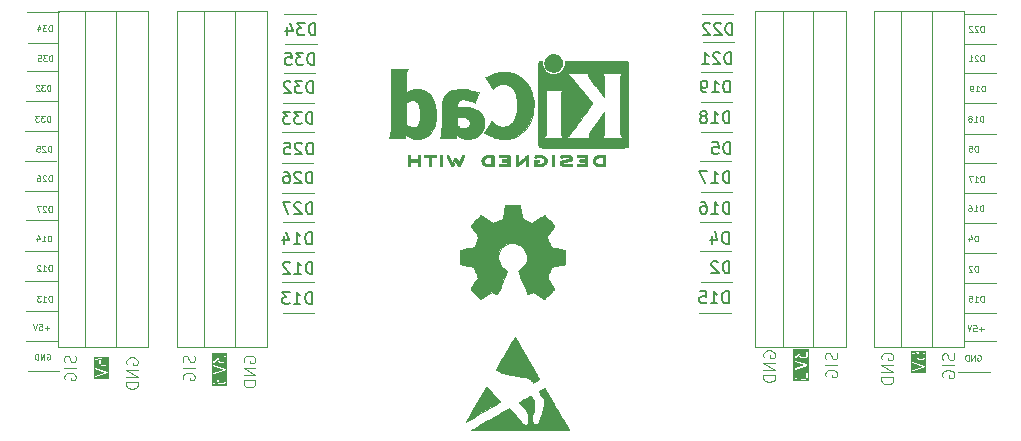
<source format=gbr>
%TF.GenerationSoftware,KiCad,Pcbnew,9.0.7*%
%TF.CreationDate,2026-02-14T10:56:32+01:00*%
%TF.ProjectId,ESP32_5V,45535033-325f-4355-962e-6b696361645f,rev?*%
%TF.SameCoordinates,Original*%
%TF.FileFunction,Legend,Bot*%
%TF.FilePolarity,Positive*%
%FSLAX46Y46*%
G04 Gerber Fmt 4.6, Leading zero omitted, Abs format (unit mm)*
G04 Created by KiCad (PCBNEW 9.0.7) date 2026-02-14 10:56:32*
%MOMM*%
%LPD*%
G01*
G04 APERTURE LIST*
%ADD10C,0.100000*%
%ADD11C,0.200000*%
%ADD12C,0.010000*%
G04 APERTURE END LIST*
D10*
X65450000Y-51700000D02*
X62800000Y-51700000D01*
X87204762Y-51850000D02*
X84554762Y-51850000D01*
X144975000Y-69550000D02*
X142325000Y-69550000D01*
X87204762Y-56950000D02*
X84554762Y-56950000D01*
X122654762Y-46750000D02*
X120004762Y-46750000D01*
X122704762Y-41850000D02*
X120054762Y-41850000D01*
X144975000Y-67150000D02*
X142325000Y-67150000D01*
X87154762Y-54450000D02*
X84504762Y-54450000D01*
X122554762Y-54300000D02*
X119904762Y-54300000D01*
X136950000Y-41550000D02*
X139550000Y-41550000D01*
X139550000Y-70000000D01*
X136950000Y-70000000D01*
X136950000Y-41550000D01*
X144975000Y-51950000D02*
X142325000Y-51950000D01*
X65550000Y-44250000D02*
X63050000Y-44250000D01*
X87254762Y-49350000D02*
X84604762Y-49350000D01*
X67850000Y-41600000D02*
X70450000Y-41600000D01*
X70450000Y-70050000D01*
X67850000Y-70050000D01*
X67850000Y-41600000D01*
X122554762Y-61900000D02*
X119904762Y-61900000D01*
X122504762Y-67100000D02*
X119854762Y-67100000D01*
X75600000Y-41600000D02*
X77900000Y-41600000D01*
X77900000Y-70050000D01*
X75600000Y-70050000D01*
X75600000Y-41600000D01*
X65550000Y-41600000D02*
X67850000Y-41600000D01*
X67850000Y-70050000D01*
X65550000Y-70050000D01*
X65550000Y-41600000D01*
X65400000Y-54300000D02*
X62750000Y-54300000D01*
X122604762Y-51800000D02*
X119954762Y-51800000D01*
X77900000Y-41600000D02*
X80500000Y-41600000D01*
X80500000Y-70050000D01*
X77900000Y-70050000D01*
X77900000Y-41600000D01*
X144950000Y-41850000D02*
X142300000Y-41850000D01*
X80500000Y-41600000D02*
X83250000Y-41600000D01*
X83250000Y-70050000D01*
X80500000Y-70050000D01*
X80500000Y-41600000D01*
X65450000Y-64400000D02*
X62800000Y-64400000D01*
X144975000Y-46850000D02*
X142325000Y-46850000D01*
X144975000Y-56950000D02*
X142325000Y-56950000D01*
X87454762Y-44400000D02*
X84804762Y-44400000D01*
X65500000Y-59300000D02*
X62850000Y-59300000D01*
X87204762Y-64550000D02*
X84554762Y-64550000D01*
X65500000Y-49200000D02*
X62850000Y-49200000D01*
X126900000Y-41550000D02*
X129500000Y-41550000D01*
X129500000Y-70000000D01*
X126900000Y-70000000D01*
X126900000Y-41550000D01*
X144975000Y-44350000D02*
X142325000Y-44350000D01*
X87254762Y-59450000D02*
X84604762Y-59450000D01*
X139550000Y-41550000D02*
X142300000Y-41550000D01*
X142300000Y-70000000D01*
X139550000Y-70000000D01*
X139550000Y-41550000D01*
X124600000Y-41550000D02*
X126900000Y-41550000D01*
X126900000Y-70000000D01*
X124600000Y-70000000D01*
X124600000Y-41550000D01*
X144975000Y-62050000D02*
X142325000Y-62050000D01*
X87204762Y-62000000D02*
X84554762Y-62000000D01*
X122554762Y-59450000D02*
X119904762Y-59450000D01*
X122604762Y-56900000D02*
X119954762Y-56900000D01*
X144425000Y-72150000D02*
X141775000Y-72150000D01*
X144950000Y-54450000D02*
X142300000Y-54450000D01*
X87304762Y-46800000D02*
X84654762Y-46800000D01*
X65600000Y-41650000D02*
X62950000Y-41650000D01*
X65450000Y-56800000D02*
X62800000Y-56800000D01*
X70450000Y-41600000D02*
X73200000Y-41600000D01*
X73200000Y-70050000D01*
X70450000Y-70050000D01*
X70450000Y-41600000D01*
X65500000Y-66950000D02*
X62850000Y-66950000D01*
X65650000Y-72050000D02*
X63000000Y-72050000D01*
X134650000Y-41550000D02*
X136950000Y-41550000D01*
X136950000Y-70000000D01*
X134650000Y-70000000D01*
X134650000Y-41550000D01*
X122804762Y-44200000D02*
X120154762Y-44200000D01*
X65450000Y-61850000D02*
X62800000Y-61850000D01*
X144975000Y-49350000D02*
X142325000Y-49350000D01*
X129500000Y-41550000D02*
X132250000Y-41550000D01*
X132250000Y-70000000D01*
X129500000Y-70000000D01*
X129500000Y-41550000D01*
X87254762Y-67100000D02*
X84604762Y-67100000D01*
X87354762Y-41800000D02*
X84704762Y-41800000D01*
X144975000Y-59500000D02*
X142325000Y-59500000D01*
X65525000Y-69550000D02*
X62875000Y-69550000D01*
X122604762Y-64550000D02*
X119954762Y-64550000D01*
X65550000Y-46650000D02*
X62900000Y-46650000D01*
X144975000Y-64600000D02*
X142325000Y-64600000D01*
X122604762Y-49250000D02*
X119954762Y-49250000D01*
X143915163Y-68493133D02*
X143534211Y-68493133D01*
X143724687Y-68683609D02*
X143724687Y-68302657D01*
X143058020Y-68183609D02*
X143296115Y-68183609D01*
X143296115Y-68183609D02*
X143319924Y-68421704D01*
X143319924Y-68421704D02*
X143296115Y-68397895D01*
X143296115Y-68397895D02*
X143248496Y-68374085D01*
X143248496Y-68374085D02*
X143129448Y-68374085D01*
X143129448Y-68374085D02*
X143081829Y-68397895D01*
X143081829Y-68397895D02*
X143058020Y-68421704D01*
X143058020Y-68421704D02*
X143034210Y-68469323D01*
X143034210Y-68469323D02*
X143034210Y-68588371D01*
X143034210Y-68588371D02*
X143058020Y-68635990D01*
X143058020Y-68635990D02*
X143081829Y-68659800D01*
X143081829Y-68659800D02*
X143129448Y-68683609D01*
X143129448Y-68683609D02*
X143248496Y-68683609D01*
X143248496Y-68683609D02*
X143296115Y-68659800D01*
X143296115Y-68659800D02*
X143319924Y-68635990D01*
X142891353Y-68183609D02*
X142724687Y-68683609D01*
X142724687Y-68683609D02*
X142558020Y-68183609D01*
X65015163Y-43283609D02*
X65015163Y-42783609D01*
X65015163Y-42783609D02*
X64896115Y-42783609D01*
X64896115Y-42783609D02*
X64824687Y-42807419D01*
X64824687Y-42807419D02*
X64777068Y-42855038D01*
X64777068Y-42855038D02*
X64753258Y-42902657D01*
X64753258Y-42902657D02*
X64729449Y-42997895D01*
X64729449Y-42997895D02*
X64729449Y-43069323D01*
X64729449Y-43069323D02*
X64753258Y-43164561D01*
X64753258Y-43164561D02*
X64777068Y-43212180D01*
X64777068Y-43212180D02*
X64824687Y-43259800D01*
X64824687Y-43259800D02*
X64896115Y-43283609D01*
X64896115Y-43283609D02*
X65015163Y-43283609D01*
X64562782Y-42783609D02*
X64253258Y-42783609D01*
X64253258Y-42783609D02*
X64419925Y-42974085D01*
X64419925Y-42974085D02*
X64348496Y-42974085D01*
X64348496Y-42974085D02*
X64300877Y-42997895D01*
X64300877Y-42997895D02*
X64277068Y-43021704D01*
X64277068Y-43021704D02*
X64253258Y-43069323D01*
X64253258Y-43069323D02*
X64253258Y-43188371D01*
X64253258Y-43188371D02*
X64277068Y-43235990D01*
X64277068Y-43235990D02*
X64300877Y-43259800D01*
X64300877Y-43259800D02*
X64348496Y-43283609D01*
X64348496Y-43283609D02*
X64491353Y-43283609D01*
X64491353Y-43283609D02*
X64538972Y-43259800D01*
X64538972Y-43259800D02*
X64562782Y-43235990D01*
X63824687Y-42950276D02*
X63824687Y-43283609D01*
X63943735Y-42759800D02*
X64062782Y-43116942D01*
X64062782Y-43116942D02*
X63753259Y-43116942D01*
X143403258Y-70707419D02*
X143450877Y-70683609D01*
X143450877Y-70683609D02*
X143522306Y-70683609D01*
X143522306Y-70683609D02*
X143593734Y-70707419D01*
X143593734Y-70707419D02*
X143641353Y-70755038D01*
X143641353Y-70755038D02*
X143665163Y-70802657D01*
X143665163Y-70802657D02*
X143688972Y-70897895D01*
X143688972Y-70897895D02*
X143688972Y-70969323D01*
X143688972Y-70969323D02*
X143665163Y-71064561D01*
X143665163Y-71064561D02*
X143641353Y-71112180D01*
X143641353Y-71112180D02*
X143593734Y-71159800D01*
X143593734Y-71159800D02*
X143522306Y-71183609D01*
X143522306Y-71183609D02*
X143474687Y-71183609D01*
X143474687Y-71183609D02*
X143403258Y-71159800D01*
X143403258Y-71159800D02*
X143379449Y-71135990D01*
X143379449Y-71135990D02*
X143379449Y-70969323D01*
X143379449Y-70969323D02*
X143474687Y-70969323D01*
X143165163Y-71183609D02*
X143165163Y-70683609D01*
X143165163Y-70683609D02*
X142879449Y-71183609D01*
X142879449Y-71183609D02*
X142879449Y-70683609D01*
X142641353Y-71183609D02*
X142641353Y-70683609D01*
X142641353Y-70683609D02*
X142522305Y-70683609D01*
X142522305Y-70683609D02*
X142450877Y-70707419D01*
X142450877Y-70707419D02*
X142403258Y-70755038D01*
X142403258Y-70755038D02*
X142379448Y-70802657D01*
X142379448Y-70802657D02*
X142355639Y-70897895D01*
X142355639Y-70897895D02*
X142355639Y-70969323D01*
X142355639Y-70969323D02*
X142379448Y-71064561D01*
X142379448Y-71064561D02*
X142403258Y-71112180D01*
X142403258Y-71112180D02*
X142450877Y-71159800D01*
X142450877Y-71159800D02*
X142522305Y-71183609D01*
X142522305Y-71183609D02*
X142641353Y-71183609D01*
D11*
X87335088Y-43617219D02*
X87335088Y-42617219D01*
X87335088Y-42617219D02*
X87096993Y-42617219D01*
X87096993Y-42617219D02*
X86954136Y-42664838D01*
X86954136Y-42664838D02*
X86858898Y-42760076D01*
X86858898Y-42760076D02*
X86811279Y-42855314D01*
X86811279Y-42855314D02*
X86763660Y-43045790D01*
X86763660Y-43045790D02*
X86763660Y-43188647D01*
X86763660Y-43188647D02*
X86811279Y-43379123D01*
X86811279Y-43379123D02*
X86858898Y-43474361D01*
X86858898Y-43474361D02*
X86954136Y-43569600D01*
X86954136Y-43569600D02*
X87096993Y-43617219D01*
X87096993Y-43617219D02*
X87335088Y-43617219D01*
X86430326Y-42617219D02*
X85811279Y-42617219D01*
X85811279Y-42617219D02*
X86144612Y-42998171D01*
X86144612Y-42998171D02*
X86001755Y-42998171D01*
X86001755Y-42998171D02*
X85906517Y-43045790D01*
X85906517Y-43045790D02*
X85858898Y-43093409D01*
X85858898Y-43093409D02*
X85811279Y-43188647D01*
X85811279Y-43188647D02*
X85811279Y-43426742D01*
X85811279Y-43426742D02*
X85858898Y-43521980D01*
X85858898Y-43521980D02*
X85906517Y-43569600D01*
X85906517Y-43569600D02*
X86001755Y-43617219D01*
X86001755Y-43617219D02*
X86287469Y-43617219D01*
X86287469Y-43617219D02*
X86382707Y-43569600D01*
X86382707Y-43569600D02*
X86430326Y-43521980D01*
X84954136Y-42950552D02*
X84954136Y-43617219D01*
X85192231Y-42569600D02*
X85430326Y-43283885D01*
X85430326Y-43283885D02*
X84811279Y-43283885D01*
D10*
X64915163Y-48333609D02*
X64915163Y-47833609D01*
X64915163Y-47833609D02*
X64796115Y-47833609D01*
X64796115Y-47833609D02*
X64724687Y-47857419D01*
X64724687Y-47857419D02*
X64677068Y-47905038D01*
X64677068Y-47905038D02*
X64653258Y-47952657D01*
X64653258Y-47952657D02*
X64629449Y-48047895D01*
X64629449Y-48047895D02*
X64629449Y-48119323D01*
X64629449Y-48119323D02*
X64653258Y-48214561D01*
X64653258Y-48214561D02*
X64677068Y-48262180D01*
X64677068Y-48262180D02*
X64724687Y-48309800D01*
X64724687Y-48309800D02*
X64796115Y-48333609D01*
X64796115Y-48333609D02*
X64915163Y-48333609D01*
X64462782Y-47833609D02*
X64153258Y-47833609D01*
X64153258Y-47833609D02*
X64319925Y-48024085D01*
X64319925Y-48024085D02*
X64248496Y-48024085D01*
X64248496Y-48024085D02*
X64200877Y-48047895D01*
X64200877Y-48047895D02*
X64177068Y-48071704D01*
X64177068Y-48071704D02*
X64153258Y-48119323D01*
X64153258Y-48119323D02*
X64153258Y-48238371D01*
X64153258Y-48238371D02*
X64177068Y-48285990D01*
X64177068Y-48285990D02*
X64200877Y-48309800D01*
X64200877Y-48309800D02*
X64248496Y-48333609D01*
X64248496Y-48333609D02*
X64391353Y-48333609D01*
X64391353Y-48333609D02*
X64438972Y-48309800D01*
X64438972Y-48309800D02*
X64462782Y-48285990D01*
X63962782Y-47881228D02*
X63938973Y-47857419D01*
X63938973Y-47857419D02*
X63891354Y-47833609D01*
X63891354Y-47833609D02*
X63772306Y-47833609D01*
X63772306Y-47833609D02*
X63724687Y-47857419D01*
X63724687Y-47857419D02*
X63700878Y-47881228D01*
X63700878Y-47881228D02*
X63677068Y-47928847D01*
X63677068Y-47928847D02*
X63677068Y-47976466D01*
X63677068Y-47976466D02*
X63700878Y-48047895D01*
X63700878Y-48047895D02*
X63986592Y-48333609D01*
X63986592Y-48333609D02*
X63677068Y-48333609D01*
D11*
X87085088Y-63817219D02*
X87085088Y-62817219D01*
X87085088Y-62817219D02*
X86846993Y-62817219D01*
X86846993Y-62817219D02*
X86704136Y-62864838D01*
X86704136Y-62864838D02*
X86608898Y-62960076D01*
X86608898Y-62960076D02*
X86561279Y-63055314D01*
X86561279Y-63055314D02*
X86513660Y-63245790D01*
X86513660Y-63245790D02*
X86513660Y-63388647D01*
X86513660Y-63388647D02*
X86561279Y-63579123D01*
X86561279Y-63579123D02*
X86608898Y-63674361D01*
X86608898Y-63674361D02*
X86704136Y-63769600D01*
X86704136Y-63769600D02*
X86846993Y-63817219D01*
X86846993Y-63817219D02*
X87085088Y-63817219D01*
X85561279Y-63817219D02*
X86132707Y-63817219D01*
X85846993Y-63817219D02*
X85846993Y-62817219D01*
X85846993Y-62817219D02*
X85942231Y-62960076D01*
X85942231Y-62960076D02*
X86037469Y-63055314D01*
X86037469Y-63055314D02*
X86132707Y-63102933D01*
X85180326Y-62912457D02*
X85132707Y-62864838D01*
X85132707Y-62864838D02*
X85037469Y-62817219D01*
X85037469Y-62817219D02*
X84799374Y-62817219D01*
X84799374Y-62817219D02*
X84704136Y-62864838D01*
X84704136Y-62864838D02*
X84656517Y-62912457D01*
X84656517Y-62912457D02*
X84608898Y-63007695D01*
X84608898Y-63007695D02*
X84608898Y-63102933D01*
X84608898Y-63102933D02*
X84656517Y-63245790D01*
X84656517Y-63245790D02*
X85227945Y-63817219D01*
X85227945Y-63817219D02*
X84608898Y-63817219D01*
X122335088Y-66317219D02*
X122335088Y-65317219D01*
X122335088Y-65317219D02*
X122096993Y-65317219D01*
X122096993Y-65317219D02*
X121954136Y-65364838D01*
X121954136Y-65364838D02*
X121858898Y-65460076D01*
X121858898Y-65460076D02*
X121811279Y-65555314D01*
X121811279Y-65555314D02*
X121763660Y-65745790D01*
X121763660Y-65745790D02*
X121763660Y-65888647D01*
X121763660Y-65888647D02*
X121811279Y-66079123D01*
X121811279Y-66079123D02*
X121858898Y-66174361D01*
X121858898Y-66174361D02*
X121954136Y-66269600D01*
X121954136Y-66269600D02*
X122096993Y-66317219D01*
X122096993Y-66317219D02*
X122335088Y-66317219D01*
X120811279Y-66317219D02*
X121382707Y-66317219D01*
X121096993Y-66317219D02*
X121096993Y-65317219D01*
X121096993Y-65317219D02*
X121192231Y-65460076D01*
X121192231Y-65460076D02*
X121287469Y-65555314D01*
X121287469Y-65555314D02*
X121382707Y-65602933D01*
X119906517Y-65317219D02*
X120382707Y-65317219D01*
X120382707Y-65317219D02*
X120430326Y-65793409D01*
X120430326Y-65793409D02*
X120382707Y-65745790D01*
X120382707Y-65745790D02*
X120287469Y-65698171D01*
X120287469Y-65698171D02*
X120049374Y-65698171D01*
X120049374Y-65698171D02*
X119954136Y-65745790D01*
X119954136Y-65745790D02*
X119906517Y-65793409D01*
X119906517Y-65793409D02*
X119858898Y-65888647D01*
X119858898Y-65888647D02*
X119858898Y-66126742D01*
X119858898Y-66126742D02*
X119906517Y-66221980D01*
X119906517Y-66221980D02*
X119954136Y-66269600D01*
X119954136Y-66269600D02*
X120049374Y-66317219D01*
X120049374Y-66317219D02*
X120287469Y-66317219D01*
X120287469Y-66317219D02*
X120382707Y-66269600D01*
X120382707Y-66269600D02*
X120430326Y-66221980D01*
D10*
X143915163Y-45833609D02*
X143915163Y-45333609D01*
X143915163Y-45333609D02*
X143796115Y-45333609D01*
X143796115Y-45333609D02*
X143724687Y-45357419D01*
X143724687Y-45357419D02*
X143677068Y-45405038D01*
X143677068Y-45405038D02*
X143653258Y-45452657D01*
X143653258Y-45452657D02*
X143629449Y-45547895D01*
X143629449Y-45547895D02*
X143629449Y-45619323D01*
X143629449Y-45619323D02*
X143653258Y-45714561D01*
X143653258Y-45714561D02*
X143677068Y-45762180D01*
X143677068Y-45762180D02*
X143724687Y-45809800D01*
X143724687Y-45809800D02*
X143796115Y-45833609D01*
X143796115Y-45833609D02*
X143915163Y-45833609D01*
X143438972Y-45381228D02*
X143415163Y-45357419D01*
X143415163Y-45357419D02*
X143367544Y-45333609D01*
X143367544Y-45333609D02*
X143248496Y-45333609D01*
X143248496Y-45333609D02*
X143200877Y-45357419D01*
X143200877Y-45357419D02*
X143177068Y-45381228D01*
X143177068Y-45381228D02*
X143153258Y-45428847D01*
X143153258Y-45428847D02*
X143153258Y-45476466D01*
X143153258Y-45476466D02*
X143177068Y-45547895D01*
X143177068Y-45547895D02*
X143462782Y-45833609D01*
X143462782Y-45833609D02*
X143153258Y-45833609D01*
X142677068Y-45833609D02*
X142962782Y-45833609D01*
X142819925Y-45833609D02*
X142819925Y-45333609D01*
X142819925Y-45333609D02*
X142867544Y-45405038D01*
X142867544Y-45405038D02*
X142915163Y-45452657D01*
X142915163Y-45452657D02*
X142962782Y-45476466D01*
D11*
X122435088Y-48467219D02*
X122435088Y-47467219D01*
X122435088Y-47467219D02*
X122196993Y-47467219D01*
X122196993Y-47467219D02*
X122054136Y-47514838D01*
X122054136Y-47514838D02*
X121958898Y-47610076D01*
X121958898Y-47610076D02*
X121911279Y-47705314D01*
X121911279Y-47705314D02*
X121863660Y-47895790D01*
X121863660Y-47895790D02*
X121863660Y-48038647D01*
X121863660Y-48038647D02*
X121911279Y-48229123D01*
X121911279Y-48229123D02*
X121958898Y-48324361D01*
X121958898Y-48324361D02*
X122054136Y-48419600D01*
X122054136Y-48419600D02*
X122196993Y-48467219D01*
X122196993Y-48467219D02*
X122435088Y-48467219D01*
X120911279Y-48467219D02*
X121482707Y-48467219D01*
X121196993Y-48467219D02*
X121196993Y-47467219D01*
X121196993Y-47467219D02*
X121292231Y-47610076D01*
X121292231Y-47610076D02*
X121387469Y-47705314D01*
X121387469Y-47705314D02*
X121482707Y-47752933D01*
X120435088Y-48467219D02*
X120244612Y-48467219D01*
X120244612Y-48467219D02*
X120149374Y-48419600D01*
X120149374Y-48419600D02*
X120101755Y-48371980D01*
X120101755Y-48371980D02*
X120006517Y-48229123D01*
X120006517Y-48229123D02*
X119958898Y-48038647D01*
X119958898Y-48038647D02*
X119958898Y-47657695D01*
X119958898Y-47657695D02*
X120006517Y-47562457D01*
X120006517Y-47562457D02*
X120054136Y-47514838D01*
X120054136Y-47514838D02*
X120149374Y-47467219D01*
X120149374Y-47467219D02*
X120339850Y-47467219D01*
X120339850Y-47467219D02*
X120435088Y-47514838D01*
X120435088Y-47514838D02*
X120482707Y-47562457D01*
X120482707Y-47562457D02*
X120530326Y-47657695D01*
X120530326Y-47657695D02*
X120530326Y-47895790D01*
X120530326Y-47895790D02*
X120482707Y-47991028D01*
X120482707Y-47991028D02*
X120435088Y-48038647D01*
X120435088Y-48038647D02*
X120339850Y-48086266D01*
X120339850Y-48086266D02*
X120149374Y-48086266D01*
X120149374Y-48086266D02*
X120054136Y-48038647D01*
X120054136Y-48038647D02*
X120006517Y-47991028D01*
X120006517Y-47991028D02*
X119958898Y-47895790D01*
D10*
X64865163Y-50933609D02*
X64865163Y-50433609D01*
X64865163Y-50433609D02*
X64746115Y-50433609D01*
X64746115Y-50433609D02*
X64674687Y-50457419D01*
X64674687Y-50457419D02*
X64627068Y-50505038D01*
X64627068Y-50505038D02*
X64603258Y-50552657D01*
X64603258Y-50552657D02*
X64579449Y-50647895D01*
X64579449Y-50647895D02*
X64579449Y-50719323D01*
X64579449Y-50719323D02*
X64603258Y-50814561D01*
X64603258Y-50814561D02*
X64627068Y-50862180D01*
X64627068Y-50862180D02*
X64674687Y-50909800D01*
X64674687Y-50909800D02*
X64746115Y-50933609D01*
X64746115Y-50933609D02*
X64865163Y-50933609D01*
X64412782Y-50433609D02*
X64103258Y-50433609D01*
X64103258Y-50433609D02*
X64269925Y-50624085D01*
X64269925Y-50624085D02*
X64198496Y-50624085D01*
X64198496Y-50624085D02*
X64150877Y-50647895D01*
X64150877Y-50647895D02*
X64127068Y-50671704D01*
X64127068Y-50671704D02*
X64103258Y-50719323D01*
X64103258Y-50719323D02*
X64103258Y-50838371D01*
X64103258Y-50838371D02*
X64127068Y-50885990D01*
X64127068Y-50885990D02*
X64150877Y-50909800D01*
X64150877Y-50909800D02*
X64198496Y-50933609D01*
X64198496Y-50933609D02*
X64341353Y-50933609D01*
X64341353Y-50933609D02*
X64388972Y-50909800D01*
X64388972Y-50909800D02*
X64412782Y-50885990D01*
X63936592Y-50433609D02*
X63627068Y-50433609D01*
X63627068Y-50433609D02*
X63793735Y-50624085D01*
X63793735Y-50624085D02*
X63722306Y-50624085D01*
X63722306Y-50624085D02*
X63674687Y-50647895D01*
X63674687Y-50647895D02*
X63650878Y-50671704D01*
X63650878Y-50671704D02*
X63627068Y-50719323D01*
X63627068Y-50719323D02*
X63627068Y-50838371D01*
X63627068Y-50838371D02*
X63650878Y-50885990D01*
X63650878Y-50885990D02*
X63674687Y-50909800D01*
X63674687Y-50909800D02*
X63722306Y-50933609D01*
X63722306Y-50933609D02*
X63865163Y-50933609D01*
X63865163Y-50933609D02*
X63912782Y-50909800D01*
X63912782Y-50909800D02*
X63936592Y-50885990D01*
D11*
X122535088Y-46067219D02*
X122535088Y-45067219D01*
X122535088Y-45067219D02*
X122296993Y-45067219D01*
X122296993Y-45067219D02*
X122154136Y-45114838D01*
X122154136Y-45114838D02*
X122058898Y-45210076D01*
X122058898Y-45210076D02*
X122011279Y-45305314D01*
X122011279Y-45305314D02*
X121963660Y-45495790D01*
X121963660Y-45495790D02*
X121963660Y-45638647D01*
X121963660Y-45638647D02*
X122011279Y-45829123D01*
X122011279Y-45829123D02*
X122058898Y-45924361D01*
X122058898Y-45924361D02*
X122154136Y-46019600D01*
X122154136Y-46019600D02*
X122296993Y-46067219D01*
X122296993Y-46067219D02*
X122535088Y-46067219D01*
X121582707Y-45162457D02*
X121535088Y-45114838D01*
X121535088Y-45114838D02*
X121439850Y-45067219D01*
X121439850Y-45067219D02*
X121201755Y-45067219D01*
X121201755Y-45067219D02*
X121106517Y-45114838D01*
X121106517Y-45114838D02*
X121058898Y-45162457D01*
X121058898Y-45162457D02*
X121011279Y-45257695D01*
X121011279Y-45257695D02*
X121011279Y-45352933D01*
X121011279Y-45352933D02*
X121058898Y-45495790D01*
X121058898Y-45495790D02*
X121630326Y-46067219D01*
X121630326Y-46067219D02*
X121011279Y-46067219D01*
X120058898Y-46067219D02*
X120630326Y-46067219D01*
X120344612Y-46067219D02*
X120344612Y-45067219D01*
X120344612Y-45067219D02*
X120439850Y-45210076D01*
X120439850Y-45210076D02*
X120535088Y-45305314D01*
X120535088Y-45305314D02*
X120630326Y-45352933D01*
X122635088Y-43567219D02*
X122635088Y-42567219D01*
X122635088Y-42567219D02*
X122396993Y-42567219D01*
X122396993Y-42567219D02*
X122254136Y-42614838D01*
X122254136Y-42614838D02*
X122158898Y-42710076D01*
X122158898Y-42710076D02*
X122111279Y-42805314D01*
X122111279Y-42805314D02*
X122063660Y-42995790D01*
X122063660Y-42995790D02*
X122063660Y-43138647D01*
X122063660Y-43138647D02*
X122111279Y-43329123D01*
X122111279Y-43329123D02*
X122158898Y-43424361D01*
X122158898Y-43424361D02*
X122254136Y-43519600D01*
X122254136Y-43519600D02*
X122396993Y-43567219D01*
X122396993Y-43567219D02*
X122635088Y-43567219D01*
X121682707Y-42662457D02*
X121635088Y-42614838D01*
X121635088Y-42614838D02*
X121539850Y-42567219D01*
X121539850Y-42567219D02*
X121301755Y-42567219D01*
X121301755Y-42567219D02*
X121206517Y-42614838D01*
X121206517Y-42614838D02*
X121158898Y-42662457D01*
X121158898Y-42662457D02*
X121111279Y-42757695D01*
X121111279Y-42757695D02*
X121111279Y-42852933D01*
X121111279Y-42852933D02*
X121158898Y-42995790D01*
X121158898Y-42995790D02*
X121730326Y-43567219D01*
X121730326Y-43567219D02*
X121111279Y-43567219D01*
X120730326Y-42662457D02*
X120682707Y-42614838D01*
X120682707Y-42614838D02*
X120587469Y-42567219D01*
X120587469Y-42567219D02*
X120349374Y-42567219D01*
X120349374Y-42567219D02*
X120254136Y-42614838D01*
X120254136Y-42614838D02*
X120206517Y-42662457D01*
X120206517Y-42662457D02*
X120158898Y-42757695D01*
X120158898Y-42757695D02*
X120158898Y-42852933D01*
X120158898Y-42852933D02*
X120206517Y-42995790D01*
X120206517Y-42995790D02*
X120777945Y-43567219D01*
X120777945Y-43567219D02*
X120158898Y-43567219D01*
D10*
X81320038Y-71327693D02*
X81272419Y-71232455D01*
X81272419Y-71232455D02*
X81272419Y-71089598D01*
X81272419Y-71089598D02*
X81320038Y-70946741D01*
X81320038Y-70946741D02*
X81415276Y-70851503D01*
X81415276Y-70851503D02*
X81510514Y-70803884D01*
X81510514Y-70803884D02*
X81700990Y-70756265D01*
X81700990Y-70756265D02*
X81843847Y-70756265D01*
X81843847Y-70756265D02*
X82034323Y-70803884D01*
X82034323Y-70803884D02*
X82129561Y-70851503D01*
X82129561Y-70851503D02*
X82224800Y-70946741D01*
X82224800Y-70946741D02*
X82272419Y-71089598D01*
X82272419Y-71089598D02*
X82272419Y-71184836D01*
X82272419Y-71184836D02*
X82224800Y-71327693D01*
X82224800Y-71327693D02*
X82177180Y-71375312D01*
X82177180Y-71375312D02*
X81843847Y-71375312D01*
X81843847Y-71375312D02*
X81843847Y-71184836D01*
X82272419Y-71803884D02*
X81272419Y-71803884D01*
X81272419Y-71803884D02*
X82272419Y-72375312D01*
X82272419Y-72375312D02*
X81272419Y-72375312D01*
X82272419Y-72851503D02*
X81272419Y-72851503D01*
X81272419Y-72851503D02*
X81272419Y-73089598D01*
X81272419Y-73089598D02*
X81320038Y-73232455D01*
X81320038Y-73232455D02*
X81415276Y-73327693D01*
X81415276Y-73327693D02*
X81510514Y-73375312D01*
X81510514Y-73375312D02*
X81700990Y-73422931D01*
X81700990Y-73422931D02*
X81843847Y-73422931D01*
X81843847Y-73422931D02*
X82034323Y-73375312D01*
X82034323Y-73375312D02*
X82129561Y-73327693D01*
X82129561Y-73327693D02*
X82224800Y-73232455D01*
X82224800Y-73232455D02*
X82272419Y-73089598D01*
X82272419Y-73089598D02*
X82272419Y-72851503D01*
G36*
X139083530Y-72191059D02*
G01*
X137761308Y-72191059D01*
X137761308Y-71366952D01*
X137872545Y-71366952D01*
X137889659Y-71401181D01*
X137906608Y-71410842D01*
X138764305Y-71696741D01*
X137906608Y-71982640D01*
X137889659Y-71992301D01*
X137872545Y-72026530D01*
X137884646Y-72062834D01*
X137918875Y-72079948D01*
X137938230Y-72077508D01*
X138938230Y-71744175D01*
X138955178Y-71734514D01*
X138956849Y-71731171D01*
X138960191Y-71729501D01*
X138965204Y-71714462D01*
X138972293Y-71700285D01*
X138971111Y-71696741D01*
X138972293Y-71693197D01*
X138965204Y-71679019D01*
X138960191Y-71663981D01*
X138956849Y-71662310D01*
X138955178Y-71658968D01*
X138938230Y-71649307D01*
X137938230Y-71315974D01*
X137918875Y-71313534D01*
X137884646Y-71330648D01*
X137872545Y-71366952D01*
X137761308Y-71366952D01*
X137761308Y-70553884D01*
X137872419Y-70553884D01*
X137872419Y-71030074D01*
X137876225Y-71049208D01*
X137903285Y-71076268D01*
X137941553Y-71076268D01*
X137968613Y-71049208D01*
X137972419Y-71030074D01*
X137972419Y-70599133D01*
X138288255Y-70567549D01*
X138258650Y-70626761D01*
X138257988Y-70629176D01*
X138257177Y-70629988D01*
X138255613Y-70637849D01*
X138253497Y-70645577D01*
X138253859Y-70646665D01*
X138253371Y-70649122D01*
X138253371Y-70887217D01*
X138253859Y-70889673D01*
X138253497Y-70890762D01*
X138255613Y-70898489D01*
X138257177Y-70906351D01*
X138257988Y-70907162D01*
X138258650Y-70909578D01*
X138306268Y-71004815D01*
X138311183Y-71011148D01*
X138315635Y-71017810D01*
X138363253Y-71065429D01*
X138369919Y-71069883D01*
X138376248Y-71074795D01*
X138471486Y-71122414D01*
X138473901Y-71123075D01*
X138474713Y-71123887D01*
X138482574Y-71125450D01*
X138490302Y-71127567D01*
X138491390Y-71127204D01*
X138493847Y-71127693D01*
X138731942Y-71127693D01*
X138734398Y-71127204D01*
X138735487Y-71127567D01*
X138743214Y-71125450D01*
X138751076Y-71123887D01*
X138751887Y-71123075D01*
X138754303Y-71122414D01*
X138849540Y-71074796D01*
X138855868Y-71069884D01*
X138862535Y-71065430D01*
X138910155Y-71017811D01*
X138914609Y-71011144D01*
X138919521Y-71004816D01*
X138967140Y-70909578D01*
X138967801Y-70907162D01*
X138968613Y-70906351D01*
X138970176Y-70898489D01*
X138972293Y-70890762D01*
X138971930Y-70889673D01*
X138972419Y-70887217D01*
X138972419Y-70649122D01*
X138971930Y-70646665D01*
X138972293Y-70645577D01*
X138970176Y-70637849D01*
X138968613Y-70629988D01*
X138967801Y-70629176D01*
X138967140Y-70626761D01*
X138919521Y-70531523D01*
X138914609Y-70525194D01*
X138910155Y-70518528D01*
X138862535Y-70470909D01*
X138846314Y-70460071D01*
X138808045Y-70460071D01*
X138780986Y-70487131D01*
X138780986Y-70525400D01*
X138791825Y-70541621D01*
X138833708Y-70583503D01*
X138872419Y-70660925D01*
X138872419Y-70875413D01*
X138833708Y-70952835D01*
X138797561Y-70988981D01*
X138720139Y-71027693D01*
X138505651Y-71027693D01*
X138428227Y-70988981D01*
X138392082Y-70952837D01*
X138353371Y-70875414D01*
X138353371Y-70660925D01*
X138392082Y-70583501D01*
X138433964Y-70541621D01*
X138444803Y-70525400D01*
X138444803Y-70522755D01*
X138446478Y-70520708D01*
X138444803Y-70503958D01*
X138444803Y-70487131D01*
X138442933Y-70485261D01*
X138442670Y-70482629D01*
X138429640Y-70471968D01*
X138417743Y-70460071D01*
X138415099Y-70460071D01*
X138413052Y-70458396D01*
X138393634Y-70456513D01*
X137917444Y-70504132D01*
X137905777Y-70507690D01*
X137903285Y-70507690D01*
X137902191Y-70508783D01*
X137898783Y-70509823D01*
X137888122Y-70522852D01*
X137876225Y-70534750D01*
X137875530Y-70538242D01*
X137874550Y-70539441D01*
X137874798Y-70541922D01*
X137872419Y-70553884D01*
X137761308Y-70553884D01*
X137761308Y-70345402D01*
X139083530Y-70345402D01*
X139083530Y-72191059D01*
G37*
D11*
X122335088Y-61267219D02*
X122335088Y-60267219D01*
X122335088Y-60267219D02*
X122096993Y-60267219D01*
X122096993Y-60267219D02*
X121954136Y-60314838D01*
X121954136Y-60314838D02*
X121858898Y-60410076D01*
X121858898Y-60410076D02*
X121811279Y-60505314D01*
X121811279Y-60505314D02*
X121763660Y-60695790D01*
X121763660Y-60695790D02*
X121763660Y-60838647D01*
X121763660Y-60838647D02*
X121811279Y-61029123D01*
X121811279Y-61029123D02*
X121858898Y-61124361D01*
X121858898Y-61124361D02*
X121954136Y-61219600D01*
X121954136Y-61219600D02*
X122096993Y-61267219D01*
X122096993Y-61267219D02*
X122335088Y-61267219D01*
X120906517Y-60600552D02*
X120906517Y-61267219D01*
X121144612Y-60219600D02*
X121382707Y-60933885D01*
X121382707Y-60933885D02*
X120763660Y-60933885D01*
D10*
X144015163Y-48383609D02*
X144015163Y-47883609D01*
X144015163Y-47883609D02*
X143896115Y-47883609D01*
X143896115Y-47883609D02*
X143824687Y-47907419D01*
X143824687Y-47907419D02*
X143777068Y-47955038D01*
X143777068Y-47955038D02*
X143753258Y-48002657D01*
X143753258Y-48002657D02*
X143729449Y-48097895D01*
X143729449Y-48097895D02*
X143729449Y-48169323D01*
X143729449Y-48169323D02*
X143753258Y-48264561D01*
X143753258Y-48264561D02*
X143777068Y-48312180D01*
X143777068Y-48312180D02*
X143824687Y-48359800D01*
X143824687Y-48359800D02*
X143896115Y-48383609D01*
X143896115Y-48383609D02*
X144015163Y-48383609D01*
X143253258Y-48383609D02*
X143538972Y-48383609D01*
X143396115Y-48383609D02*
X143396115Y-47883609D01*
X143396115Y-47883609D02*
X143443734Y-47955038D01*
X143443734Y-47955038D02*
X143491353Y-48002657D01*
X143491353Y-48002657D02*
X143538972Y-48026466D01*
X143015163Y-48383609D02*
X142919925Y-48383609D01*
X142919925Y-48383609D02*
X142872306Y-48359800D01*
X142872306Y-48359800D02*
X142848497Y-48335990D01*
X142848497Y-48335990D02*
X142800878Y-48264561D01*
X142800878Y-48264561D02*
X142777068Y-48169323D01*
X142777068Y-48169323D02*
X142777068Y-47978847D01*
X142777068Y-47978847D02*
X142800878Y-47931228D01*
X142800878Y-47931228D02*
X142824687Y-47907419D01*
X142824687Y-47907419D02*
X142872306Y-47883609D01*
X142872306Y-47883609D02*
X142967544Y-47883609D01*
X142967544Y-47883609D02*
X143015163Y-47907419D01*
X143015163Y-47907419D02*
X143038973Y-47931228D01*
X143038973Y-47931228D02*
X143062782Y-47978847D01*
X143062782Y-47978847D02*
X143062782Y-48097895D01*
X143062782Y-48097895D02*
X143038973Y-48145514D01*
X143038973Y-48145514D02*
X143015163Y-48169323D01*
X143015163Y-48169323D02*
X142967544Y-48193133D01*
X142967544Y-48193133D02*
X142872306Y-48193133D01*
X142872306Y-48193133D02*
X142824687Y-48169323D01*
X142824687Y-48169323D02*
X142800878Y-48145514D01*
X142800878Y-48145514D02*
X142777068Y-48097895D01*
X125320038Y-70877693D02*
X125272419Y-70782455D01*
X125272419Y-70782455D02*
X125272419Y-70639598D01*
X125272419Y-70639598D02*
X125320038Y-70496741D01*
X125320038Y-70496741D02*
X125415276Y-70401503D01*
X125415276Y-70401503D02*
X125510514Y-70353884D01*
X125510514Y-70353884D02*
X125700990Y-70306265D01*
X125700990Y-70306265D02*
X125843847Y-70306265D01*
X125843847Y-70306265D02*
X126034323Y-70353884D01*
X126034323Y-70353884D02*
X126129561Y-70401503D01*
X126129561Y-70401503D02*
X126224800Y-70496741D01*
X126224800Y-70496741D02*
X126272419Y-70639598D01*
X126272419Y-70639598D02*
X126272419Y-70734836D01*
X126272419Y-70734836D02*
X126224800Y-70877693D01*
X126224800Y-70877693D02*
X126177180Y-70925312D01*
X126177180Y-70925312D02*
X125843847Y-70925312D01*
X125843847Y-70925312D02*
X125843847Y-70734836D01*
X126272419Y-71353884D02*
X125272419Y-71353884D01*
X125272419Y-71353884D02*
X126272419Y-71925312D01*
X126272419Y-71925312D02*
X125272419Y-71925312D01*
X126272419Y-72401503D02*
X125272419Y-72401503D01*
X125272419Y-72401503D02*
X125272419Y-72639598D01*
X125272419Y-72639598D02*
X125320038Y-72782455D01*
X125320038Y-72782455D02*
X125415276Y-72877693D01*
X125415276Y-72877693D02*
X125510514Y-72925312D01*
X125510514Y-72925312D02*
X125700990Y-72972931D01*
X125700990Y-72972931D02*
X125843847Y-72972931D01*
X125843847Y-72972931D02*
X126034323Y-72925312D01*
X126034323Y-72925312D02*
X126129561Y-72877693D01*
X126129561Y-72877693D02*
X126224800Y-72782455D01*
X126224800Y-72782455D02*
X126272419Y-72639598D01*
X126272419Y-72639598D02*
X126272419Y-72401503D01*
X143865163Y-50933609D02*
X143865163Y-50433609D01*
X143865163Y-50433609D02*
X143746115Y-50433609D01*
X143746115Y-50433609D02*
X143674687Y-50457419D01*
X143674687Y-50457419D02*
X143627068Y-50505038D01*
X143627068Y-50505038D02*
X143603258Y-50552657D01*
X143603258Y-50552657D02*
X143579449Y-50647895D01*
X143579449Y-50647895D02*
X143579449Y-50719323D01*
X143579449Y-50719323D02*
X143603258Y-50814561D01*
X143603258Y-50814561D02*
X143627068Y-50862180D01*
X143627068Y-50862180D02*
X143674687Y-50909800D01*
X143674687Y-50909800D02*
X143746115Y-50933609D01*
X143746115Y-50933609D02*
X143865163Y-50933609D01*
X143103258Y-50933609D02*
X143388972Y-50933609D01*
X143246115Y-50933609D02*
X143246115Y-50433609D01*
X143246115Y-50433609D02*
X143293734Y-50505038D01*
X143293734Y-50505038D02*
X143341353Y-50552657D01*
X143341353Y-50552657D02*
X143388972Y-50576466D01*
X142817544Y-50647895D02*
X142865163Y-50624085D01*
X142865163Y-50624085D02*
X142888973Y-50600276D01*
X142888973Y-50600276D02*
X142912782Y-50552657D01*
X142912782Y-50552657D02*
X142912782Y-50528847D01*
X142912782Y-50528847D02*
X142888973Y-50481228D01*
X142888973Y-50481228D02*
X142865163Y-50457419D01*
X142865163Y-50457419D02*
X142817544Y-50433609D01*
X142817544Y-50433609D02*
X142722306Y-50433609D01*
X142722306Y-50433609D02*
X142674687Y-50457419D01*
X142674687Y-50457419D02*
X142650878Y-50481228D01*
X142650878Y-50481228D02*
X142627068Y-50528847D01*
X142627068Y-50528847D02*
X142627068Y-50552657D01*
X142627068Y-50552657D02*
X142650878Y-50600276D01*
X142650878Y-50600276D02*
X142674687Y-50624085D01*
X142674687Y-50624085D02*
X142722306Y-50647895D01*
X142722306Y-50647895D02*
X142817544Y-50647895D01*
X142817544Y-50647895D02*
X142865163Y-50671704D01*
X142865163Y-50671704D02*
X142888973Y-50695514D01*
X142888973Y-50695514D02*
X142912782Y-50743133D01*
X142912782Y-50743133D02*
X142912782Y-50838371D01*
X142912782Y-50838371D02*
X142888973Y-50885990D01*
X142888973Y-50885990D02*
X142865163Y-50909800D01*
X142865163Y-50909800D02*
X142817544Y-50933609D01*
X142817544Y-50933609D02*
X142722306Y-50933609D01*
X142722306Y-50933609D02*
X142674687Y-50909800D01*
X142674687Y-50909800D02*
X142650878Y-50885990D01*
X142650878Y-50885990D02*
X142627068Y-50838371D01*
X142627068Y-50838371D02*
X142627068Y-50743133D01*
X142627068Y-50743133D02*
X142650878Y-50695514D01*
X142650878Y-50695514D02*
X142674687Y-50671704D01*
X142674687Y-50671704D02*
X142722306Y-50647895D01*
D11*
X122385088Y-51067219D02*
X122385088Y-50067219D01*
X122385088Y-50067219D02*
X122146993Y-50067219D01*
X122146993Y-50067219D02*
X122004136Y-50114838D01*
X122004136Y-50114838D02*
X121908898Y-50210076D01*
X121908898Y-50210076D02*
X121861279Y-50305314D01*
X121861279Y-50305314D02*
X121813660Y-50495790D01*
X121813660Y-50495790D02*
X121813660Y-50638647D01*
X121813660Y-50638647D02*
X121861279Y-50829123D01*
X121861279Y-50829123D02*
X121908898Y-50924361D01*
X121908898Y-50924361D02*
X122004136Y-51019600D01*
X122004136Y-51019600D02*
X122146993Y-51067219D01*
X122146993Y-51067219D02*
X122385088Y-51067219D01*
X120861279Y-51067219D02*
X121432707Y-51067219D01*
X121146993Y-51067219D02*
X121146993Y-50067219D01*
X121146993Y-50067219D02*
X121242231Y-50210076D01*
X121242231Y-50210076D02*
X121337469Y-50305314D01*
X121337469Y-50305314D02*
X121432707Y-50352933D01*
X120289850Y-50495790D02*
X120385088Y-50448171D01*
X120385088Y-50448171D02*
X120432707Y-50400552D01*
X120432707Y-50400552D02*
X120480326Y-50305314D01*
X120480326Y-50305314D02*
X120480326Y-50257695D01*
X120480326Y-50257695D02*
X120432707Y-50162457D01*
X120432707Y-50162457D02*
X120385088Y-50114838D01*
X120385088Y-50114838D02*
X120289850Y-50067219D01*
X120289850Y-50067219D02*
X120099374Y-50067219D01*
X120099374Y-50067219D02*
X120004136Y-50114838D01*
X120004136Y-50114838D02*
X119956517Y-50162457D01*
X119956517Y-50162457D02*
X119908898Y-50257695D01*
X119908898Y-50257695D02*
X119908898Y-50305314D01*
X119908898Y-50305314D02*
X119956517Y-50400552D01*
X119956517Y-50400552D02*
X120004136Y-50448171D01*
X120004136Y-50448171D02*
X120099374Y-50495790D01*
X120099374Y-50495790D02*
X120289850Y-50495790D01*
X120289850Y-50495790D02*
X120385088Y-50543409D01*
X120385088Y-50543409D02*
X120432707Y-50591028D01*
X120432707Y-50591028D02*
X120480326Y-50686266D01*
X120480326Y-50686266D02*
X120480326Y-50876742D01*
X120480326Y-50876742D02*
X120432707Y-50971980D01*
X120432707Y-50971980D02*
X120385088Y-51019600D01*
X120385088Y-51019600D02*
X120289850Y-51067219D01*
X120289850Y-51067219D02*
X120099374Y-51067219D01*
X120099374Y-51067219D02*
X120004136Y-51019600D01*
X120004136Y-51019600D02*
X119956517Y-50971980D01*
X119956517Y-50971980D02*
X119908898Y-50876742D01*
X119908898Y-50876742D02*
X119908898Y-50686266D01*
X119908898Y-50686266D02*
X119956517Y-50591028D01*
X119956517Y-50591028D02*
X120004136Y-50543409D01*
X120004136Y-50543409D02*
X120099374Y-50495790D01*
X87135088Y-53717219D02*
X87135088Y-52717219D01*
X87135088Y-52717219D02*
X86896993Y-52717219D01*
X86896993Y-52717219D02*
X86754136Y-52764838D01*
X86754136Y-52764838D02*
X86658898Y-52860076D01*
X86658898Y-52860076D02*
X86611279Y-52955314D01*
X86611279Y-52955314D02*
X86563660Y-53145790D01*
X86563660Y-53145790D02*
X86563660Y-53288647D01*
X86563660Y-53288647D02*
X86611279Y-53479123D01*
X86611279Y-53479123D02*
X86658898Y-53574361D01*
X86658898Y-53574361D02*
X86754136Y-53669600D01*
X86754136Y-53669600D02*
X86896993Y-53717219D01*
X86896993Y-53717219D02*
X87135088Y-53717219D01*
X86182707Y-52812457D02*
X86135088Y-52764838D01*
X86135088Y-52764838D02*
X86039850Y-52717219D01*
X86039850Y-52717219D02*
X85801755Y-52717219D01*
X85801755Y-52717219D02*
X85706517Y-52764838D01*
X85706517Y-52764838D02*
X85658898Y-52812457D01*
X85658898Y-52812457D02*
X85611279Y-52907695D01*
X85611279Y-52907695D02*
X85611279Y-53002933D01*
X85611279Y-53002933D02*
X85658898Y-53145790D01*
X85658898Y-53145790D02*
X86230326Y-53717219D01*
X86230326Y-53717219D02*
X85611279Y-53717219D01*
X84706517Y-52717219D02*
X85182707Y-52717219D01*
X85182707Y-52717219D02*
X85230326Y-53193409D01*
X85230326Y-53193409D02*
X85182707Y-53145790D01*
X85182707Y-53145790D02*
X85087469Y-53098171D01*
X85087469Y-53098171D02*
X84849374Y-53098171D01*
X84849374Y-53098171D02*
X84754136Y-53145790D01*
X84754136Y-53145790D02*
X84706517Y-53193409D01*
X84706517Y-53193409D02*
X84658898Y-53288647D01*
X84658898Y-53288647D02*
X84658898Y-53526742D01*
X84658898Y-53526742D02*
X84706517Y-53621980D01*
X84706517Y-53621980D02*
X84754136Y-53669600D01*
X84754136Y-53669600D02*
X84849374Y-53717219D01*
X84849374Y-53717219D02*
X85087469Y-53717219D01*
X85087469Y-53717219D02*
X85182707Y-53669600D01*
X85182707Y-53669600D02*
X85230326Y-53621980D01*
D10*
G36*
X129133530Y-72898328D02*
G01*
X127811308Y-72898328D01*
X127811308Y-72118170D01*
X127922419Y-72118170D01*
X127922419Y-72737217D01*
X127925193Y-72751163D01*
X127925055Y-72753236D01*
X127925767Y-72754050D01*
X127926225Y-72756351D01*
X127938665Y-72768791D01*
X127950254Y-72782036D01*
X127952028Y-72782154D01*
X127953285Y-72783411D01*
X127970884Y-72783411D01*
X127988438Y-72784581D01*
X127990470Y-72783411D01*
X127991553Y-72783411D01*
X127993023Y-72781940D01*
X128005344Y-72774846D01*
X128303371Y-72514072D01*
X128303371Y-72546741D01*
X128303859Y-72549197D01*
X128303497Y-72550286D01*
X128305613Y-72558013D01*
X128307177Y-72565875D01*
X128307988Y-72566686D01*
X128308650Y-72569102D01*
X128356268Y-72664339D01*
X128361183Y-72670672D01*
X128365635Y-72677334D01*
X128413253Y-72724953D01*
X128419919Y-72729407D01*
X128426248Y-72734319D01*
X128521486Y-72781938D01*
X128523901Y-72782599D01*
X128524713Y-72783411D01*
X128532574Y-72784974D01*
X128540302Y-72787091D01*
X128541390Y-72786728D01*
X128543847Y-72787217D01*
X128781942Y-72787217D01*
X128784398Y-72786728D01*
X128785487Y-72787091D01*
X128793214Y-72784974D01*
X128801076Y-72783411D01*
X128801887Y-72782599D01*
X128804303Y-72781938D01*
X128899540Y-72734320D01*
X128905868Y-72729408D01*
X128912535Y-72724954D01*
X128960155Y-72677335D01*
X128964609Y-72670668D01*
X128969521Y-72664340D01*
X129017140Y-72569102D01*
X129017801Y-72566686D01*
X129018613Y-72565875D01*
X129020176Y-72558013D01*
X129022293Y-72550286D01*
X129021930Y-72549197D01*
X129022419Y-72546741D01*
X129022419Y-72261027D01*
X129021930Y-72258570D01*
X129022293Y-72257482D01*
X129020176Y-72249754D01*
X129018613Y-72241893D01*
X129017801Y-72241081D01*
X129017140Y-72238666D01*
X128969521Y-72143428D01*
X128964609Y-72137099D01*
X128960155Y-72130433D01*
X128912535Y-72082814D01*
X128896314Y-72071976D01*
X128858045Y-72071976D01*
X128830986Y-72099036D01*
X128830986Y-72137305D01*
X128841825Y-72153526D01*
X128883708Y-72195408D01*
X128922419Y-72272830D01*
X128922419Y-72534937D01*
X128883708Y-72612359D01*
X128847561Y-72648505D01*
X128770139Y-72687217D01*
X128555651Y-72687217D01*
X128478227Y-72648505D01*
X128442082Y-72612361D01*
X128403371Y-72534938D01*
X128403371Y-72403884D01*
X128400596Y-72389937D01*
X128400735Y-72387865D01*
X128400022Y-72387050D01*
X128399565Y-72384750D01*
X128387124Y-72372309D01*
X128375536Y-72359065D01*
X128373761Y-72358946D01*
X128372505Y-72357690D01*
X128354906Y-72357690D01*
X128337352Y-72356520D01*
X128335320Y-72357690D01*
X128334237Y-72357690D01*
X128332766Y-72359160D01*
X128320446Y-72366255D01*
X128022419Y-72627028D01*
X128022419Y-72118170D01*
X128018613Y-72099036D01*
X127991553Y-72071976D01*
X127953285Y-72071976D01*
X127926225Y-72099036D01*
X127922419Y-72118170D01*
X127811308Y-72118170D01*
X127811308Y-71216952D01*
X127922545Y-71216952D01*
X127939659Y-71251181D01*
X127956608Y-71260842D01*
X128814305Y-71546741D01*
X127956608Y-71832640D01*
X127939659Y-71842301D01*
X127922545Y-71876530D01*
X127934646Y-71912834D01*
X127968875Y-71929948D01*
X127988230Y-71927508D01*
X128988230Y-71594175D01*
X129005178Y-71584514D01*
X129006849Y-71581171D01*
X129010191Y-71579501D01*
X129015204Y-71564462D01*
X129022293Y-71550285D01*
X129021111Y-71546741D01*
X129022293Y-71543197D01*
X129015204Y-71529019D01*
X129010191Y-71513981D01*
X129006849Y-71512310D01*
X129005178Y-71508968D01*
X128988230Y-71499307D01*
X127988230Y-71165974D01*
X127968875Y-71163534D01*
X127934646Y-71180648D01*
X127922545Y-71216952D01*
X127811308Y-71216952D01*
X127811308Y-70308646D01*
X127922419Y-70308646D01*
X127922419Y-70927693D01*
X127925193Y-70941639D01*
X127925055Y-70943712D01*
X127925767Y-70944526D01*
X127926225Y-70946827D01*
X127938665Y-70959267D01*
X127950254Y-70972512D01*
X127952028Y-70972630D01*
X127953285Y-70973887D01*
X127970884Y-70973887D01*
X127988438Y-70975057D01*
X127990470Y-70973887D01*
X127991553Y-70973887D01*
X127993023Y-70972416D01*
X128005344Y-70965322D01*
X128303371Y-70704548D01*
X128303371Y-70737217D01*
X128303859Y-70739673D01*
X128303497Y-70740762D01*
X128305613Y-70748489D01*
X128307177Y-70756351D01*
X128307988Y-70757162D01*
X128308650Y-70759578D01*
X128356268Y-70854815D01*
X128361183Y-70861148D01*
X128365635Y-70867810D01*
X128413253Y-70915429D01*
X128419919Y-70919883D01*
X128426248Y-70924795D01*
X128521486Y-70972414D01*
X128523901Y-70973075D01*
X128524713Y-70973887D01*
X128532574Y-70975450D01*
X128540302Y-70977567D01*
X128541390Y-70977204D01*
X128543847Y-70977693D01*
X128781942Y-70977693D01*
X128784398Y-70977204D01*
X128785487Y-70977567D01*
X128793214Y-70975450D01*
X128801076Y-70973887D01*
X128801887Y-70973075D01*
X128804303Y-70972414D01*
X128899540Y-70924796D01*
X128905868Y-70919884D01*
X128912535Y-70915430D01*
X128960155Y-70867811D01*
X128964609Y-70861144D01*
X128969521Y-70854816D01*
X129017140Y-70759578D01*
X129017801Y-70757162D01*
X129018613Y-70756351D01*
X129020176Y-70748489D01*
X129022293Y-70740762D01*
X129021930Y-70739673D01*
X129022419Y-70737217D01*
X129022419Y-70451503D01*
X129021930Y-70449046D01*
X129022293Y-70447958D01*
X129020176Y-70440230D01*
X129018613Y-70432369D01*
X129017801Y-70431557D01*
X129017140Y-70429142D01*
X128969521Y-70333904D01*
X128964609Y-70327575D01*
X128960155Y-70320909D01*
X128912535Y-70273290D01*
X128896314Y-70262452D01*
X128858045Y-70262452D01*
X128830986Y-70289512D01*
X128830986Y-70327781D01*
X128841825Y-70344002D01*
X128883708Y-70385884D01*
X128922419Y-70463306D01*
X128922419Y-70725413D01*
X128883708Y-70802835D01*
X128847561Y-70838981D01*
X128770139Y-70877693D01*
X128555651Y-70877693D01*
X128478227Y-70838981D01*
X128442082Y-70802837D01*
X128403371Y-70725414D01*
X128403371Y-70594360D01*
X128400596Y-70580413D01*
X128400735Y-70578341D01*
X128400022Y-70577526D01*
X128399565Y-70575226D01*
X128387124Y-70562785D01*
X128375536Y-70549541D01*
X128373761Y-70549422D01*
X128372505Y-70548166D01*
X128354906Y-70548166D01*
X128337352Y-70546996D01*
X128335320Y-70548166D01*
X128334237Y-70548166D01*
X128332766Y-70549636D01*
X128320446Y-70556731D01*
X128022419Y-70817504D01*
X128022419Y-70308646D01*
X128018613Y-70289512D01*
X127991553Y-70262452D01*
X127953285Y-70262452D01*
X127926225Y-70289512D01*
X127922419Y-70308646D01*
X127811308Y-70308646D01*
X127811308Y-70151341D01*
X129133530Y-70151341D01*
X129133530Y-72898328D01*
G37*
X64965163Y-61083609D02*
X64965163Y-60583609D01*
X64965163Y-60583609D02*
X64846115Y-60583609D01*
X64846115Y-60583609D02*
X64774687Y-60607419D01*
X64774687Y-60607419D02*
X64727068Y-60655038D01*
X64727068Y-60655038D02*
X64703258Y-60702657D01*
X64703258Y-60702657D02*
X64679449Y-60797895D01*
X64679449Y-60797895D02*
X64679449Y-60869323D01*
X64679449Y-60869323D02*
X64703258Y-60964561D01*
X64703258Y-60964561D02*
X64727068Y-61012180D01*
X64727068Y-61012180D02*
X64774687Y-61059800D01*
X64774687Y-61059800D02*
X64846115Y-61083609D01*
X64846115Y-61083609D02*
X64965163Y-61083609D01*
X64203258Y-61083609D02*
X64488972Y-61083609D01*
X64346115Y-61083609D02*
X64346115Y-60583609D01*
X64346115Y-60583609D02*
X64393734Y-60655038D01*
X64393734Y-60655038D02*
X64441353Y-60702657D01*
X64441353Y-60702657D02*
X64488972Y-60726466D01*
X63774687Y-60750276D02*
X63774687Y-61083609D01*
X63893735Y-60559800D02*
X64012782Y-60916942D01*
X64012782Y-60916942D02*
X63703259Y-60916942D01*
X77074800Y-70756265D02*
X77122419Y-70899122D01*
X77122419Y-70899122D02*
X77122419Y-71137217D01*
X77122419Y-71137217D02*
X77074800Y-71232455D01*
X77074800Y-71232455D02*
X77027180Y-71280074D01*
X77027180Y-71280074D02*
X76931942Y-71327693D01*
X76931942Y-71327693D02*
X76836704Y-71327693D01*
X76836704Y-71327693D02*
X76741466Y-71280074D01*
X76741466Y-71280074D02*
X76693847Y-71232455D01*
X76693847Y-71232455D02*
X76646228Y-71137217D01*
X76646228Y-71137217D02*
X76598609Y-70946741D01*
X76598609Y-70946741D02*
X76550990Y-70851503D01*
X76550990Y-70851503D02*
X76503371Y-70803884D01*
X76503371Y-70803884D02*
X76408133Y-70756265D01*
X76408133Y-70756265D02*
X76312895Y-70756265D01*
X76312895Y-70756265D02*
X76217657Y-70803884D01*
X76217657Y-70803884D02*
X76170038Y-70851503D01*
X76170038Y-70851503D02*
X76122419Y-70946741D01*
X76122419Y-70946741D02*
X76122419Y-71184836D01*
X76122419Y-71184836D02*
X76170038Y-71327693D01*
X77122419Y-71756265D02*
X76122419Y-71756265D01*
X76170038Y-72756264D02*
X76122419Y-72661026D01*
X76122419Y-72661026D02*
X76122419Y-72518169D01*
X76122419Y-72518169D02*
X76170038Y-72375312D01*
X76170038Y-72375312D02*
X76265276Y-72280074D01*
X76265276Y-72280074D02*
X76360514Y-72232455D01*
X76360514Y-72232455D02*
X76550990Y-72184836D01*
X76550990Y-72184836D02*
X76693847Y-72184836D01*
X76693847Y-72184836D02*
X76884323Y-72232455D01*
X76884323Y-72232455D02*
X76979561Y-72280074D01*
X76979561Y-72280074D02*
X77074800Y-72375312D01*
X77074800Y-72375312D02*
X77122419Y-72518169D01*
X77122419Y-72518169D02*
X77122419Y-72613407D01*
X77122419Y-72613407D02*
X77074800Y-72756264D01*
X77074800Y-72756264D02*
X77027180Y-72803883D01*
X77027180Y-72803883D02*
X76693847Y-72803883D01*
X76693847Y-72803883D02*
X76693847Y-72613407D01*
D11*
X122385088Y-58717219D02*
X122385088Y-57717219D01*
X122385088Y-57717219D02*
X122146993Y-57717219D01*
X122146993Y-57717219D02*
X122004136Y-57764838D01*
X122004136Y-57764838D02*
X121908898Y-57860076D01*
X121908898Y-57860076D02*
X121861279Y-57955314D01*
X121861279Y-57955314D02*
X121813660Y-58145790D01*
X121813660Y-58145790D02*
X121813660Y-58288647D01*
X121813660Y-58288647D02*
X121861279Y-58479123D01*
X121861279Y-58479123D02*
X121908898Y-58574361D01*
X121908898Y-58574361D02*
X122004136Y-58669600D01*
X122004136Y-58669600D02*
X122146993Y-58717219D01*
X122146993Y-58717219D02*
X122385088Y-58717219D01*
X120861279Y-58717219D02*
X121432707Y-58717219D01*
X121146993Y-58717219D02*
X121146993Y-57717219D01*
X121146993Y-57717219D02*
X121242231Y-57860076D01*
X121242231Y-57860076D02*
X121337469Y-57955314D01*
X121337469Y-57955314D02*
X121432707Y-58002933D01*
X120004136Y-57717219D02*
X120194612Y-57717219D01*
X120194612Y-57717219D02*
X120289850Y-57764838D01*
X120289850Y-57764838D02*
X120337469Y-57812457D01*
X120337469Y-57812457D02*
X120432707Y-57955314D01*
X120432707Y-57955314D02*
X120480326Y-58145790D01*
X120480326Y-58145790D02*
X120480326Y-58526742D01*
X120480326Y-58526742D02*
X120432707Y-58621980D01*
X120432707Y-58621980D02*
X120385088Y-58669600D01*
X120385088Y-58669600D02*
X120289850Y-58717219D01*
X120289850Y-58717219D02*
X120099374Y-58717219D01*
X120099374Y-58717219D02*
X120004136Y-58669600D01*
X120004136Y-58669600D02*
X119956517Y-58621980D01*
X119956517Y-58621980D02*
X119908898Y-58526742D01*
X119908898Y-58526742D02*
X119908898Y-58288647D01*
X119908898Y-58288647D02*
X119956517Y-58193409D01*
X119956517Y-58193409D02*
X120004136Y-58145790D01*
X120004136Y-58145790D02*
X120099374Y-58098171D01*
X120099374Y-58098171D02*
X120289850Y-58098171D01*
X120289850Y-58098171D02*
X120385088Y-58145790D01*
X120385088Y-58145790D02*
X120432707Y-58193409D01*
X120432707Y-58193409D02*
X120480326Y-58288647D01*
D10*
X67024800Y-70756265D02*
X67072419Y-70899122D01*
X67072419Y-70899122D02*
X67072419Y-71137217D01*
X67072419Y-71137217D02*
X67024800Y-71232455D01*
X67024800Y-71232455D02*
X66977180Y-71280074D01*
X66977180Y-71280074D02*
X66881942Y-71327693D01*
X66881942Y-71327693D02*
X66786704Y-71327693D01*
X66786704Y-71327693D02*
X66691466Y-71280074D01*
X66691466Y-71280074D02*
X66643847Y-71232455D01*
X66643847Y-71232455D02*
X66596228Y-71137217D01*
X66596228Y-71137217D02*
X66548609Y-70946741D01*
X66548609Y-70946741D02*
X66500990Y-70851503D01*
X66500990Y-70851503D02*
X66453371Y-70803884D01*
X66453371Y-70803884D02*
X66358133Y-70756265D01*
X66358133Y-70756265D02*
X66262895Y-70756265D01*
X66262895Y-70756265D02*
X66167657Y-70803884D01*
X66167657Y-70803884D02*
X66120038Y-70851503D01*
X66120038Y-70851503D02*
X66072419Y-70946741D01*
X66072419Y-70946741D02*
X66072419Y-71184836D01*
X66072419Y-71184836D02*
X66120038Y-71327693D01*
X67072419Y-71756265D02*
X66072419Y-71756265D01*
X66120038Y-72756264D02*
X66072419Y-72661026D01*
X66072419Y-72661026D02*
X66072419Y-72518169D01*
X66072419Y-72518169D02*
X66120038Y-72375312D01*
X66120038Y-72375312D02*
X66215276Y-72280074D01*
X66215276Y-72280074D02*
X66310514Y-72232455D01*
X66310514Y-72232455D02*
X66500990Y-72184836D01*
X66500990Y-72184836D02*
X66643847Y-72184836D01*
X66643847Y-72184836D02*
X66834323Y-72232455D01*
X66834323Y-72232455D02*
X66929561Y-72280074D01*
X66929561Y-72280074D02*
X67024800Y-72375312D01*
X67024800Y-72375312D02*
X67072419Y-72518169D01*
X67072419Y-72518169D02*
X67072419Y-72613407D01*
X67072419Y-72613407D02*
X67024800Y-72756264D01*
X67024800Y-72756264D02*
X66977180Y-72803883D01*
X66977180Y-72803883D02*
X66643847Y-72803883D01*
X66643847Y-72803883D02*
X66643847Y-72613407D01*
X143415163Y-61083609D02*
X143415163Y-60583609D01*
X143415163Y-60583609D02*
X143296115Y-60583609D01*
X143296115Y-60583609D02*
X143224687Y-60607419D01*
X143224687Y-60607419D02*
X143177068Y-60655038D01*
X143177068Y-60655038D02*
X143153258Y-60702657D01*
X143153258Y-60702657D02*
X143129449Y-60797895D01*
X143129449Y-60797895D02*
X143129449Y-60869323D01*
X143129449Y-60869323D02*
X143153258Y-60964561D01*
X143153258Y-60964561D02*
X143177068Y-61012180D01*
X143177068Y-61012180D02*
X143224687Y-61059800D01*
X143224687Y-61059800D02*
X143296115Y-61083609D01*
X143296115Y-61083609D02*
X143415163Y-61083609D01*
X142700877Y-60750276D02*
X142700877Y-61083609D01*
X142819925Y-60559800D02*
X142938972Y-60916942D01*
X142938972Y-60916942D02*
X142629449Y-60916942D01*
D11*
X87085088Y-51117219D02*
X87085088Y-50117219D01*
X87085088Y-50117219D02*
X86846993Y-50117219D01*
X86846993Y-50117219D02*
X86704136Y-50164838D01*
X86704136Y-50164838D02*
X86608898Y-50260076D01*
X86608898Y-50260076D02*
X86561279Y-50355314D01*
X86561279Y-50355314D02*
X86513660Y-50545790D01*
X86513660Y-50545790D02*
X86513660Y-50688647D01*
X86513660Y-50688647D02*
X86561279Y-50879123D01*
X86561279Y-50879123D02*
X86608898Y-50974361D01*
X86608898Y-50974361D02*
X86704136Y-51069600D01*
X86704136Y-51069600D02*
X86846993Y-51117219D01*
X86846993Y-51117219D02*
X87085088Y-51117219D01*
X86180326Y-50117219D02*
X85561279Y-50117219D01*
X85561279Y-50117219D02*
X85894612Y-50498171D01*
X85894612Y-50498171D02*
X85751755Y-50498171D01*
X85751755Y-50498171D02*
X85656517Y-50545790D01*
X85656517Y-50545790D02*
X85608898Y-50593409D01*
X85608898Y-50593409D02*
X85561279Y-50688647D01*
X85561279Y-50688647D02*
X85561279Y-50926742D01*
X85561279Y-50926742D02*
X85608898Y-51021980D01*
X85608898Y-51021980D02*
X85656517Y-51069600D01*
X85656517Y-51069600D02*
X85751755Y-51117219D01*
X85751755Y-51117219D02*
X86037469Y-51117219D01*
X86037469Y-51117219D02*
X86132707Y-51069600D01*
X86132707Y-51069600D02*
X86180326Y-51021980D01*
X85227945Y-50117219D02*
X84608898Y-50117219D01*
X84608898Y-50117219D02*
X84942231Y-50498171D01*
X84942231Y-50498171D02*
X84799374Y-50498171D01*
X84799374Y-50498171D02*
X84704136Y-50545790D01*
X84704136Y-50545790D02*
X84656517Y-50593409D01*
X84656517Y-50593409D02*
X84608898Y-50688647D01*
X84608898Y-50688647D02*
X84608898Y-50926742D01*
X84608898Y-50926742D02*
X84656517Y-51021980D01*
X84656517Y-51021980D02*
X84704136Y-51069600D01*
X84704136Y-51069600D02*
X84799374Y-51117219D01*
X84799374Y-51117219D02*
X85085088Y-51117219D01*
X85085088Y-51117219D02*
X85180326Y-51069600D01*
X85180326Y-51069600D02*
X85227945Y-51021980D01*
D10*
X65015163Y-66183609D02*
X65015163Y-65683609D01*
X65015163Y-65683609D02*
X64896115Y-65683609D01*
X64896115Y-65683609D02*
X64824687Y-65707419D01*
X64824687Y-65707419D02*
X64777068Y-65755038D01*
X64777068Y-65755038D02*
X64753258Y-65802657D01*
X64753258Y-65802657D02*
X64729449Y-65897895D01*
X64729449Y-65897895D02*
X64729449Y-65969323D01*
X64729449Y-65969323D02*
X64753258Y-66064561D01*
X64753258Y-66064561D02*
X64777068Y-66112180D01*
X64777068Y-66112180D02*
X64824687Y-66159800D01*
X64824687Y-66159800D02*
X64896115Y-66183609D01*
X64896115Y-66183609D02*
X65015163Y-66183609D01*
X64253258Y-66183609D02*
X64538972Y-66183609D01*
X64396115Y-66183609D02*
X64396115Y-65683609D01*
X64396115Y-65683609D02*
X64443734Y-65755038D01*
X64443734Y-65755038D02*
X64491353Y-65802657D01*
X64491353Y-65802657D02*
X64538972Y-65826466D01*
X64086592Y-65683609D02*
X63777068Y-65683609D01*
X63777068Y-65683609D02*
X63943735Y-65874085D01*
X63943735Y-65874085D02*
X63872306Y-65874085D01*
X63872306Y-65874085D02*
X63824687Y-65897895D01*
X63824687Y-65897895D02*
X63800878Y-65921704D01*
X63800878Y-65921704D02*
X63777068Y-65969323D01*
X63777068Y-65969323D02*
X63777068Y-66088371D01*
X63777068Y-66088371D02*
X63800878Y-66135990D01*
X63800878Y-66135990D02*
X63824687Y-66159800D01*
X63824687Y-66159800D02*
X63872306Y-66183609D01*
X63872306Y-66183609D02*
X64015163Y-66183609D01*
X64015163Y-66183609D02*
X64062782Y-66159800D01*
X64062782Y-66159800D02*
X64086592Y-66135990D01*
X135320038Y-71077693D02*
X135272419Y-70982455D01*
X135272419Y-70982455D02*
X135272419Y-70839598D01*
X135272419Y-70839598D02*
X135320038Y-70696741D01*
X135320038Y-70696741D02*
X135415276Y-70601503D01*
X135415276Y-70601503D02*
X135510514Y-70553884D01*
X135510514Y-70553884D02*
X135700990Y-70506265D01*
X135700990Y-70506265D02*
X135843847Y-70506265D01*
X135843847Y-70506265D02*
X136034323Y-70553884D01*
X136034323Y-70553884D02*
X136129561Y-70601503D01*
X136129561Y-70601503D02*
X136224800Y-70696741D01*
X136224800Y-70696741D02*
X136272419Y-70839598D01*
X136272419Y-70839598D02*
X136272419Y-70934836D01*
X136272419Y-70934836D02*
X136224800Y-71077693D01*
X136224800Y-71077693D02*
X136177180Y-71125312D01*
X136177180Y-71125312D02*
X135843847Y-71125312D01*
X135843847Y-71125312D02*
X135843847Y-70934836D01*
X136272419Y-71553884D02*
X135272419Y-71553884D01*
X135272419Y-71553884D02*
X136272419Y-72125312D01*
X136272419Y-72125312D02*
X135272419Y-72125312D01*
X136272419Y-72601503D02*
X135272419Y-72601503D01*
X135272419Y-72601503D02*
X135272419Y-72839598D01*
X135272419Y-72839598D02*
X135320038Y-72982455D01*
X135320038Y-72982455D02*
X135415276Y-73077693D01*
X135415276Y-73077693D02*
X135510514Y-73125312D01*
X135510514Y-73125312D02*
X135700990Y-73172931D01*
X135700990Y-73172931D02*
X135843847Y-73172931D01*
X135843847Y-73172931D02*
X136034323Y-73125312D01*
X136034323Y-73125312D02*
X136129561Y-73077693D01*
X136129561Y-73077693D02*
X136224800Y-72982455D01*
X136224800Y-72982455D02*
X136272419Y-72839598D01*
X136272419Y-72839598D02*
X136272419Y-72601503D01*
X65065163Y-45833609D02*
X65065163Y-45333609D01*
X65065163Y-45333609D02*
X64946115Y-45333609D01*
X64946115Y-45333609D02*
X64874687Y-45357419D01*
X64874687Y-45357419D02*
X64827068Y-45405038D01*
X64827068Y-45405038D02*
X64803258Y-45452657D01*
X64803258Y-45452657D02*
X64779449Y-45547895D01*
X64779449Y-45547895D02*
X64779449Y-45619323D01*
X64779449Y-45619323D02*
X64803258Y-45714561D01*
X64803258Y-45714561D02*
X64827068Y-45762180D01*
X64827068Y-45762180D02*
X64874687Y-45809800D01*
X64874687Y-45809800D02*
X64946115Y-45833609D01*
X64946115Y-45833609D02*
X65065163Y-45833609D01*
X64612782Y-45333609D02*
X64303258Y-45333609D01*
X64303258Y-45333609D02*
X64469925Y-45524085D01*
X64469925Y-45524085D02*
X64398496Y-45524085D01*
X64398496Y-45524085D02*
X64350877Y-45547895D01*
X64350877Y-45547895D02*
X64327068Y-45571704D01*
X64327068Y-45571704D02*
X64303258Y-45619323D01*
X64303258Y-45619323D02*
X64303258Y-45738371D01*
X64303258Y-45738371D02*
X64327068Y-45785990D01*
X64327068Y-45785990D02*
X64350877Y-45809800D01*
X64350877Y-45809800D02*
X64398496Y-45833609D01*
X64398496Y-45833609D02*
X64541353Y-45833609D01*
X64541353Y-45833609D02*
X64588972Y-45809800D01*
X64588972Y-45809800D02*
X64612782Y-45785990D01*
X63850878Y-45333609D02*
X64088973Y-45333609D01*
X64088973Y-45333609D02*
X64112782Y-45571704D01*
X64112782Y-45571704D02*
X64088973Y-45547895D01*
X64088973Y-45547895D02*
X64041354Y-45524085D01*
X64041354Y-45524085D02*
X63922306Y-45524085D01*
X63922306Y-45524085D02*
X63874687Y-45547895D01*
X63874687Y-45547895D02*
X63850878Y-45571704D01*
X63850878Y-45571704D02*
X63827068Y-45619323D01*
X63827068Y-45619323D02*
X63827068Y-45738371D01*
X63827068Y-45738371D02*
X63850878Y-45785990D01*
X63850878Y-45785990D02*
X63874687Y-45809800D01*
X63874687Y-45809800D02*
X63922306Y-45833609D01*
X63922306Y-45833609D02*
X64041354Y-45833609D01*
X64041354Y-45833609D02*
X64088973Y-45809800D01*
X64088973Y-45809800D02*
X64112782Y-45785990D01*
X64965163Y-53483609D02*
X64965163Y-52983609D01*
X64965163Y-52983609D02*
X64846115Y-52983609D01*
X64846115Y-52983609D02*
X64774687Y-53007419D01*
X64774687Y-53007419D02*
X64727068Y-53055038D01*
X64727068Y-53055038D02*
X64703258Y-53102657D01*
X64703258Y-53102657D02*
X64679449Y-53197895D01*
X64679449Y-53197895D02*
X64679449Y-53269323D01*
X64679449Y-53269323D02*
X64703258Y-53364561D01*
X64703258Y-53364561D02*
X64727068Y-53412180D01*
X64727068Y-53412180D02*
X64774687Y-53459800D01*
X64774687Y-53459800D02*
X64846115Y-53483609D01*
X64846115Y-53483609D02*
X64965163Y-53483609D01*
X64488972Y-53031228D02*
X64465163Y-53007419D01*
X64465163Y-53007419D02*
X64417544Y-52983609D01*
X64417544Y-52983609D02*
X64298496Y-52983609D01*
X64298496Y-52983609D02*
X64250877Y-53007419D01*
X64250877Y-53007419D02*
X64227068Y-53031228D01*
X64227068Y-53031228D02*
X64203258Y-53078847D01*
X64203258Y-53078847D02*
X64203258Y-53126466D01*
X64203258Y-53126466D02*
X64227068Y-53197895D01*
X64227068Y-53197895D02*
X64512782Y-53483609D01*
X64512782Y-53483609D02*
X64203258Y-53483609D01*
X63750878Y-52983609D02*
X63988973Y-52983609D01*
X63988973Y-52983609D02*
X64012782Y-53221704D01*
X64012782Y-53221704D02*
X63988973Y-53197895D01*
X63988973Y-53197895D02*
X63941354Y-53174085D01*
X63941354Y-53174085D02*
X63822306Y-53174085D01*
X63822306Y-53174085D02*
X63774687Y-53197895D01*
X63774687Y-53197895D02*
X63750878Y-53221704D01*
X63750878Y-53221704D02*
X63727068Y-53269323D01*
X63727068Y-53269323D02*
X63727068Y-53388371D01*
X63727068Y-53388371D02*
X63750878Y-53435990D01*
X63750878Y-53435990D02*
X63774687Y-53459800D01*
X63774687Y-53459800D02*
X63822306Y-53483609D01*
X63822306Y-53483609D02*
X63941354Y-53483609D01*
X63941354Y-53483609D02*
X63988973Y-53459800D01*
X63988973Y-53459800D02*
X64012782Y-53435990D01*
X71370038Y-71477693D02*
X71322419Y-71382455D01*
X71322419Y-71382455D02*
X71322419Y-71239598D01*
X71322419Y-71239598D02*
X71370038Y-71096741D01*
X71370038Y-71096741D02*
X71465276Y-71001503D01*
X71465276Y-71001503D02*
X71560514Y-70953884D01*
X71560514Y-70953884D02*
X71750990Y-70906265D01*
X71750990Y-70906265D02*
X71893847Y-70906265D01*
X71893847Y-70906265D02*
X72084323Y-70953884D01*
X72084323Y-70953884D02*
X72179561Y-71001503D01*
X72179561Y-71001503D02*
X72274800Y-71096741D01*
X72274800Y-71096741D02*
X72322419Y-71239598D01*
X72322419Y-71239598D02*
X72322419Y-71334836D01*
X72322419Y-71334836D02*
X72274800Y-71477693D01*
X72274800Y-71477693D02*
X72227180Y-71525312D01*
X72227180Y-71525312D02*
X71893847Y-71525312D01*
X71893847Y-71525312D02*
X71893847Y-71334836D01*
X72322419Y-71953884D02*
X71322419Y-71953884D01*
X71322419Y-71953884D02*
X72322419Y-72525312D01*
X72322419Y-72525312D02*
X71322419Y-72525312D01*
X72322419Y-73001503D02*
X71322419Y-73001503D01*
X71322419Y-73001503D02*
X71322419Y-73239598D01*
X71322419Y-73239598D02*
X71370038Y-73382455D01*
X71370038Y-73382455D02*
X71465276Y-73477693D01*
X71465276Y-73477693D02*
X71560514Y-73525312D01*
X71560514Y-73525312D02*
X71750990Y-73572931D01*
X71750990Y-73572931D02*
X71893847Y-73572931D01*
X71893847Y-73572931D02*
X72084323Y-73525312D01*
X72084323Y-73525312D02*
X72179561Y-73477693D01*
X72179561Y-73477693D02*
X72274800Y-73382455D01*
X72274800Y-73382455D02*
X72322419Y-73239598D01*
X72322419Y-73239598D02*
X72322419Y-73001503D01*
D11*
X87135088Y-48517219D02*
X87135088Y-47517219D01*
X87135088Y-47517219D02*
X86896993Y-47517219D01*
X86896993Y-47517219D02*
X86754136Y-47564838D01*
X86754136Y-47564838D02*
X86658898Y-47660076D01*
X86658898Y-47660076D02*
X86611279Y-47755314D01*
X86611279Y-47755314D02*
X86563660Y-47945790D01*
X86563660Y-47945790D02*
X86563660Y-48088647D01*
X86563660Y-48088647D02*
X86611279Y-48279123D01*
X86611279Y-48279123D02*
X86658898Y-48374361D01*
X86658898Y-48374361D02*
X86754136Y-48469600D01*
X86754136Y-48469600D02*
X86896993Y-48517219D01*
X86896993Y-48517219D02*
X87135088Y-48517219D01*
X86230326Y-47517219D02*
X85611279Y-47517219D01*
X85611279Y-47517219D02*
X85944612Y-47898171D01*
X85944612Y-47898171D02*
X85801755Y-47898171D01*
X85801755Y-47898171D02*
X85706517Y-47945790D01*
X85706517Y-47945790D02*
X85658898Y-47993409D01*
X85658898Y-47993409D02*
X85611279Y-48088647D01*
X85611279Y-48088647D02*
X85611279Y-48326742D01*
X85611279Y-48326742D02*
X85658898Y-48421980D01*
X85658898Y-48421980D02*
X85706517Y-48469600D01*
X85706517Y-48469600D02*
X85801755Y-48517219D01*
X85801755Y-48517219D02*
X86087469Y-48517219D01*
X86087469Y-48517219D02*
X86182707Y-48469600D01*
X86182707Y-48469600D02*
X86230326Y-48421980D01*
X85230326Y-47612457D02*
X85182707Y-47564838D01*
X85182707Y-47564838D02*
X85087469Y-47517219D01*
X85087469Y-47517219D02*
X84849374Y-47517219D01*
X84849374Y-47517219D02*
X84754136Y-47564838D01*
X84754136Y-47564838D02*
X84706517Y-47612457D01*
X84706517Y-47612457D02*
X84658898Y-47707695D01*
X84658898Y-47707695D02*
X84658898Y-47802933D01*
X84658898Y-47802933D02*
X84706517Y-47945790D01*
X84706517Y-47945790D02*
X85277945Y-48517219D01*
X85277945Y-48517219D02*
X84658898Y-48517219D01*
D10*
X143865163Y-58533609D02*
X143865163Y-58033609D01*
X143865163Y-58033609D02*
X143746115Y-58033609D01*
X143746115Y-58033609D02*
X143674687Y-58057419D01*
X143674687Y-58057419D02*
X143627068Y-58105038D01*
X143627068Y-58105038D02*
X143603258Y-58152657D01*
X143603258Y-58152657D02*
X143579449Y-58247895D01*
X143579449Y-58247895D02*
X143579449Y-58319323D01*
X143579449Y-58319323D02*
X143603258Y-58414561D01*
X143603258Y-58414561D02*
X143627068Y-58462180D01*
X143627068Y-58462180D02*
X143674687Y-58509800D01*
X143674687Y-58509800D02*
X143746115Y-58533609D01*
X143746115Y-58533609D02*
X143865163Y-58533609D01*
X143103258Y-58533609D02*
X143388972Y-58533609D01*
X143246115Y-58533609D02*
X143246115Y-58033609D01*
X143246115Y-58033609D02*
X143293734Y-58105038D01*
X143293734Y-58105038D02*
X143341353Y-58152657D01*
X143341353Y-58152657D02*
X143388972Y-58176466D01*
X142674687Y-58033609D02*
X142769925Y-58033609D01*
X142769925Y-58033609D02*
X142817544Y-58057419D01*
X142817544Y-58057419D02*
X142841354Y-58081228D01*
X142841354Y-58081228D02*
X142888973Y-58152657D01*
X142888973Y-58152657D02*
X142912782Y-58247895D01*
X142912782Y-58247895D02*
X142912782Y-58438371D01*
X142912782Y-58438371D02*
X142888973Y-58485990D01*
X142888973Y-58485990D02*
X142865163Y-58509800D01*
X142865163Y-58509800D02*
X142817544Y-58533609D01*
X142817544Y-58533609D02*
X142722306Y-58533609D01*
X142722306Y-58533609D02*
X142674687Y-58509800D01*
X142674687Y-58509800D02*
X142650878Y-58485990D01*
X142650878Y-58485990D02*
X142627068Y-58438371D01*
X142627068Y-58438371D02*
X142627068Y-58319323D01*
X142627068Y-58319323D02*
X142650878Y-58271704D01*
X142650878Y-58271704D02*
X142674687Y-58247895D01*
X142674687Y-58247895D02*
X142722306Y-58224085D01*
X142722306Y-58224085D02*
X142817544Y-58224085D01*
X142817544Y-58224085D02*
X142865163Y-58247895D01*
X142865163Y-58247895D02*
X142888973Y-58271704D01*
X142888973Y-58271704D02*
X142912782Y-58319323D01*
D11*
X87035088Y-66367219D02*
X87035088Y-65367219D01*
X87035088Y-65367219D02*
X86796993Y-65367219D01*
X86796993Y-65367219D02*
X86654136Y-65414838D01*
X86654136Y-65414838D02*
X86558898Y-65510076D01*
X86558898Y-65510076D02*
X86511279Y-65605314D01*
X86511279Y-65605314D02*
X86463660Y-65795790D01*
X86463660Y-65795790D02*
X86463660Y-65938647D01*
X86463660Y-65938647D02*
X86511279Y-66129123D01*
X86511279Y-66129123D02*
X86558898Y-66224361D01*
X86558898Y-66224361D02*
X86654136Y-66319600D01*
X86654136Y-66319600D02*
X86796993Y-66367219D01*
X86796993Y-66367219D02*
X87035088Y-66367219D01*
X85511279Y-66367219D02*
X86082707Y-66367219D01*
X85796993Y-66367219D02*
X85796993Y-65367219D01*
X85796993Y-65367219D02*
X85892231Y-65510076D01*
X85892231Y-65510076D02*
X85987469Y-65605314D01*
X85987469Y-65605314D02*
X86082707Y-65652933D01*
X85177945Y-65367219D02*
X84558898Y-65367219D01*
X84558898Y-65367219D02*
X84892231Y-65748171D01*
X84892231Y-65748171D02*
X84749374Y-65748171D01*
X84749374Y-65748171D02*
X84654136Y-65795790D01*
X84654136Y-65795790D02*
X84606517Y-65843409D01*
X84606517Y-65843409D02*
X84558898Y-65938647D01*
X84558898Y-65938647D02*
X84558898Y-66176742D01*
X84558898Y-66176742D02*
X84606517Y-66271980D01*
X84606517Y-66271980D02*
X84654136Y-66319600D01*
X84654136Y-66319600D02*
X84749374Y-66367219D01*
X84749374Y-66367219D02*
X85035088Y-66367219D01*
X85035088Y-66367219D02*
X85130326Y-66319600D01*
X85130326Y-66319600D02*
X85177945Y-66271980D01*
D10*
X65015163Y-58583609D02*
X65015163Y-58083609D01*
X65015163Y-58083609D02*
X64896115Y-58083609D01*
X64896115Y-58083609D02*
X64824687Y-58107419D01*
X64824687Y-58107419D02*
X64777068Y-58155038D01*
X64777068Y-58155038D02*
X64753258Y-58202657D01*
X64753258Y-58202657D02*
X64729449Y-58297895D01*
X64729449Y-58297895D02*
X64729449Y-58369323D01*
X64729449Y-58369323D02*
X64753258Y-58464561D01*
X64753258Y-58464561D02*
X64777068Y-58512180D01*
X64777068Y-58512180D02*
X64824687Y-58559800D01*
X64824687Y-58559800D02*
X64896115Y-58583609D01*
X64896115Y-58583609D02*
X65015163Y-58583609D01*
X64538972Y-58131228D02*
X64515163Y-58107419D01*
X64515163Y-58107419D02*
X64467544Y-58083609D01*
X64467544Y-58083609D02*
X64348496Y-58083609D01*
X64348496Y-58083609D02*
X64300877Y-58107419D01*
X64300877Y-58107419D02*
X64277068Y-58131228D01*
X64277068Y-58131228D02*
X64253258Y-58178847D01*
X64253258Y-58178847D02*
X64253258Y-58226466D01*
X64253258Y-58226466D02*
X64277068Y-58297895D01*
X64277068Y-58297895D02*
X64562782Y-58583609D01*
X64562782Y-58583609D02*
X64253258Y-58583609D01*
X64086592Y-58083609D02*
X63753259Y-58083609D01*
X63753259Y-58083609D02*
X63967544Y-58583609D01*
X64628258Y-70607419D02*
X64675877Y-70583609D01*
X64675877Y-70583609D02*
X64747306Y-70583609D01*
X64747306Y-70583609D02*
X64818734Y-70607419D01*
X64818734Y-70607419D02*
X64866353Y-70655038D01*
X64866353Y-70655038D02*
X64890163Y-70702657D01*
X64890163Y-70702657D02*
X64913972Y-70797895D01*
X64913972Y-70797895D02*
X64913972Y-70869323D01*
X64913972Y-70869323D02*
X64890163Y-70964561D01*
X64890163Y-70964561D02*
X64866353Y-71012180D01*
X64866353Y-71012180D02*
X64818734Y-71059800D01*
X64818734Y-71059800D02*
X64747306Y-71083609D01*
X64747306Y-71083609D02*
X64699687Y-71083609D01*
X64699687Y-71083609D02*
X64628258Y-71059800D01*
X64628258Y-71059800D02*
X64604449Y-71035990D01*
X64604449Y-71035990D02*
X64604449Y-70869323D01*
X64604449Y-70869323D02*
X64699687Y-70869323D01*
X64390163Y-71083609D02*
X64390163Y-70583609D01*
X64390163Y-70583609D02*
X64104449Y-71083609D01*
X64104449Y-71083609D02*
X64104449Y-70583609D01*
X63866353Y-71083609D02*
X63866353Y-70583609D01*
X63866353Y-70583609D02*
X63747305Y-70583609D01*
X63747305Y-70583609D02*
X63675877Y-70607419D01*
X63675877Y-70607419D02*
X63628258Y-70655038D01*
X63628258Y-70655038D02*
X63604448Y-70702657D01*
X63604448Y-70702657D02*
X63580639Y-70797895D01*
X63580639Y-70797895D02*
X63580639Y-70869323D01*
X63580639Y-70869323D02*
X63604448Y-70964561D01*
X63604448Y-70964561D02*
X63628258Y-71012180D01*
X63628258Y-71012180D02*
X63675877Y-71059800D01*
X63675877Y-71059800D02*
X63747305Y-71083609D01*
X63747305Y-71083609D02*
X63866353Y-71083609D01*
D11*
X122385088Y-56117219D02*
X122385088Y-55117219D01*
X122385088Y-55117219D02*
X122146993Y-55117219D01*
X122146993Y-55117219D02*
X122004136Y-55164838D01*
X122004136Y-55164838D02*
X121908898Y-55260076D01*
X121908898Y-55260076D02*
X121861279Y-55355314D01*
X121861279Y-55355314D02*
X121813660Y-55545790D01*
X121813660Y-55545790D02*
X121813660Y-55688647D01*
X121813660Y-55688647D02*
X121861279Y-55879123D01*
X121861279Y-55879123D02*
X121908898Y-55974361D01*
X121908898Y-55974361D02*
X122004136Y-56069600D01*
X122004136Y-56069600D02*
X122146993Y-56117219D01*
X122146993Y-56117219D02*
X122385088Y-56117219D01*
X120861279Y-56117219D02*
X121432707Y-56117219D01*
X121146993Y-56117219D02*
X121146993Y-55117219D01*
X121146993Y-55117219D02*
X121242231Y-55260076D01*
X121242231Y-55260076D02*
X121337469Y-55355314D01*
X121337469Y-55355314D02*
X121432707Y-55402933D01*
X120527945Y-55117219D02*
X119861279Y-55117219D01*
X119861279Y-55117219D02*
X120289850Y-56117219D01*
X87085088Y-56167219D02*
X87085088Y-55167219D01*
X87085088Y-55167219D02*
X86846993Y-55167219D01*
X86846993Y-55167219D02*
X86704136Y-55214838D01*
X86704136Y-55214838D02*
X86608898Y-55310076D01*
X86608898Y-55310076D02*
X86561279Y-55405314D01*
X86561279Y-55405314D02*
X86513660Y-55595790D01*
X86513660Y-55595790D02*
X86513660Y-55738647D01*
X86513660Y-55738647D02*
X86561279Y-55929123D01*
X86561279Y-55929123D02*
X86608898Y-56024361D01*
X86608898Y-56024361D02*
X86704136Y-56119600D01*
X86704136Y-56119600D02*
X86846993Y-56167219D01*
X86846993Y-56167219D02*
X87085088Y-56167219D01*
X86132707Y-55262457D02*
X86085088Y-55214838D01*
X86085088Y-55214838D02*
X85989850Y-55167219D01*
X85989850Y-55167219D02*
X85751755Y-55167219D01*
X85751755Y-55167219D02*
X85656517Y-55214838D01*
X85656517Y-55214838D02*
X85608898Y-55262457D01*
X85608898Y-55262457D02*
X85561279Y-55357695D01*
X85561279Y-55357695D02*
X85561279Y-55452933D01*
X85561279Y-55452933D02*
X85608898Y-55595790D01*
X85608898Y-55595790D02*
X86180326Y-56167219D01*
X86180326Y-56167219D02*
X85561279Y-56167219D01*
X84704136Y-55167219D02*
X84894612Y-55167219D01*
X84894612Y-55167219D02*
X84989850Y-55214838D01*
X84989850Y-55214838D02*
X85037469Y-55262457D01*
X85037469Y-55262457D02*
X85132707Y-55405314D01*
X85132707Y-55405314D02*
X85180326Y-55595790D01*
X85180326Y-55595790D02*
X85180326Y-55976742D01*
X85180326Y-55976742D02*
X85132707Y-56071980D01*
X85132707Y-56071980D02*
X85085088Y-56119600D01*
X85085088Y-56119600D02*
X84989850Y-56167219D01*
X84989850Y-56167219D02*
X84799374Y-56167219D01*
X84799374Y-56167219D02*
X84704136Y-56119600D01*
X84704136Y-56119600D02*
X84656517Y-56071980D01*
X84656517Y-56071980D02*
X84608898Y-55976742D01*
X84608898Y-55976742D02*
X84608898Y-55738647D01*
X84608898Y-55738647D02*
X84656517Y-55643409D01*
X84656517Y-55643409D02*
X84704136Y-55595790D01*
X84704136Y-55595790D02*
X84799374Y-55548171D01*
X84799374Y-55548171D02*
X84989850Y-55548171D01*
X84989850Y-55548171D02*
X85085088Y-55595790D01*
X85085088Y-55595790D02*
X85132707Y-55643409D01*
X85132707Y-55643409D02*
X85180326Y-55738647D01*
D10*
X143415163Y-63633609D02*
X143415163Y-63133609D01*
X143415163Y-63133609D02*
X143296115Y-63133609D01*
X143296115Y-63133609D02*
X143224687Y-63157419D01*
X143224687Y-63157419D02*
X143177068Y-63205038D01*
X143177068Y-63205038D02*
X143153258Y-63252657D01*
X143153258Y-63252657D02*
X143129449Y-63347895D01*
X143129449Y-63347895D02*
X143129449Y-63419323D01*
X143129449Y-63419323D02*
X143153258Y-63514561D01*
X143153258Y-63514561D02*
X143177068Y-63562180D01*
X143177068Y-63562180D02*
X143224687Y-63609800D01*
X143224687Y-63609800D02*
X143296115Y-63633609D01*
X143296115Y-63633609D02*
X143415163Y-63633609D01*
X142938972Y-63181228D02*
X142915163Y-63157419D01*
X142915163Y-63157419D02*
X142867544Y-63133609D01*
X142867544Y-63133609D02*
X142748496Y-63133609D01*
X142748496Y-63133609D02*
X142700877Y-63157419D01*
X142700877Y-63157419D02*
X142677068Y-63181228D01*
X142677068Y-63181228D02*
X142653258Y-63228847D01*
X142653258Y-63228847D02*
X142653258Y-63276466D01*
X142653258Y-63276466D02*
X142677068Y-63347895D01*
X142677068Y-63347895D02*
X142962782Y-63633609D01*
X142962782Y-63633609D02*
X142653258Y-63633609D01*
G36*
X79883530Y-73298328D02*
G01*
X78561308Y-73298328D01*
X78561308Y-72518170D01*
X78672419Y-72518170D01*
X78672419Y-73137217D01*
X78675193Y-73151163D01*
X78675055Y-73153236D01*
X78675767Y-73154050D01*
X78676225Y-73156351D01*
X78688665Y-73168791D01*
X78700254Y-73182036D01*
X78702028Y-73182154D01*
X78703285Y-73183411D01*
X78720884Y-73183411D01*
X78738438Y-73184581D01*
X78740470Y-73183411D01*
X78741553Y-73183411D01*
X78743023Y-73181940D01*
X78755344Y-73174846D01*
X79053371Y-72914072D01*
X79053371Y-72946741D01*
X79053859Y-72949197D01*
X79053497Y-72950286D01*
X79055613Y-72958013D01*
X79057177Y-72965875D01*
X79057988Y-72966686D01*
X79058650Y-72969102D01*
X79106268Y-73064339D01*
X79111183Y-73070672D01*
X79115635Y-73077334D01*
X79163253Y-73124953D01*
X79169919Y-73129407D01*
X79176248Y-73134319D01*
X79271486Y-73181938D01*
X79273901Y-73182599D01*
X79274713Y-73183411D01*
X79282574Y-73184974D01*
X79290302Y-73187091D01*
X79291390Y-73186728D01*
X79293847Y-73187217D01*
X79531942Y-73187217D01*
X79534398Y-73186728D01*
X79535487Y-73187091D01*
X79543214Y-73184974D01*
X79551076Y-73183411D01*
X79551887Y-73182599D01*
X79554303Y-73181938D01*
X79649540Y-73134320D01*
X79655868Y-73129408D01*
X79662535Y-73124954D01*
X79710155Y-73077335D01*
X79714609Y-73070668D01*
X79719521Y-73064340D01*
X79767140Y-72969102D01*
X79767801Y-72966686D01*
X79768613Y-72965875D01*
X79770176Y-72958013D01*
X79772293Y-72950286D01*
X79771930Y-72949197D01*
X79772419Y-72946741D01*
X79772419Y-72661027D01*
X79771930Y-72658570D01*
X79772293Y-72657482D01*
X79770176Y-72649754D01*
X79768613Y-72641893D01*
X79767801Y-72641081D01*
X79767140Y-72638666D01*
X79719521Y-72543428D01*
X79714609Y-72537099D01*
X79710155Y-72530433D01*
X79662535Y-72482814D01*
X79646314Y-72471976D01*
X79608045Y-72471976D01*
X79580986Y-72499036D01*
X79580986Y-72537305D01*
X79591825Y-72553526D01*
X79633708Y-72595408D01*
X79672419Y-72672830D01*
X79672419Y-72934937D01*
X79633708Y-73012359D01*
X79597561Y-73048505D01*
X79520139Y-73087217D01*
X79305651Y-73087217D01*
X79228227Y-73048505D01*
X79192082Y-73012361D01*
X79153371Y-72934938D01*
X79153371Y-72803884D01*
X79150596Y-72789937D01*
X79150735Y-72787865D01*
X79150022Y-72787050D01*
X79149565Y-72784750D01*
X79137124Y-72772309D01*
X79125536Y-72759065D01*
X79123761Y-72758946D01*
X79122505Y-72757690D01*
X79104906Y-72757690D01*
X79087352Y-72756520D01*
X79085320Y-72757690D01*
X79084237Y-72757690D01*
X79082766Y-72759160D01*
X79070446Y-72766255D01*
X78772419Y-73027028D01*
X78772419Y-72518170D01*
X78768613Y-72499036D01*
X78741553Y-72471976D01*
X78703285Y-72471976D01*
X78676225Y-72499036D01*
X78672419Y-72518170D01*
X78561308Y-72518170D01*
X78561308Y-71616952D01*
X78672545Y-71616952D01*
X78689659Y-71651181D01*
X78706608Y-71660842D01*
X79564305Y-71946741D01*
X78706608Y-72232640D01*
X78689659Y-72242301D01*
X78672545Y-72276530D01*
X78684646Y-72312834D01*
X78718875Y-72329948D01*
X78738230Y-72327508D01*
X79738230Y-71994175D01*
X79755178Y-71984514D01*
X79756849Y-71981171D01*
X79760191Y-71979501D01*
X79765204Y-71964462D01*
X79772293Y-71950285D01*
X79771111Y-71946741D01*
X79772293Y-71943197D01*
X79765204Y-71929019D01*
X79760191Y-71913981D01*
X79756849Y-71912310D01*
X79755178Y-71908968D01*
X79738230Y-71899307D01*
X78738230Y-71565974D01*
X78718875Y-71563534D01*
X78684646Y-71580648D01*
X78672545Y-71616952D01*
X78561308Y-71616952D01*
X78561308Y-70708646D01*
X78672419Y-70708646D01*
X78672419Y-71327693D01*
X78675193Y-71341639D01*
X78675055Y-71343712D01*
X78675767Y-71344526D01*
X78676225Y-71346827D01*
X78688665Y-71359267D01*
X78700254Y-71372512D01*
X78702028Y-71372630D01*
X78703285Y-71373887D01*
X78720884Y-71373887D01*
X78738438Y-71375057D01*
X78740470Y-71373887D01*
X78741553Y-71373887D01*
X78743023Y-71372416D01*
X78755344Y-71365322D01*
X79053371Y-71104548D01*
X79053371Y-71137217D01*
X79053859Y-71139673D01*
X79053497Y-71140762D01*
X79055613Y-71148489D01*
X79057177Y-71156351D01*
X79057988Y-71157162D01*
X79058650Y-71159578D01*
X79106268Y-71254815D01*
X79111183Y-71261148D01*
X79115635Y-71267810D01*
X79163253Y-71315429D01*
X79169919Y-71319883D01*
X79176248Y-71324795D01*
X79271486Y-71372414D01*
X79273901Y-71373075D01*
X79274713Y-71373887D01*
X79282574Y-71375450D01*
X79290302Y-71377567D01*
X79291390Y-71377204D01*
X79293847Y-71377693D01*
X79531942Y-71377693D01*
X79534398Y-71377204D01*
X79535487Y-71377567D01*
X79543214Y-71375450D01*
X79551076Y-71373887D01*
X79551887Y-71373075D01*
X79554303Y-71372414D01*
X79649540Y-71324796D01*
X79655868Y-71319884D01*
X79662535Y-71315430D01*
X79710155Y-71267811D01*
X79714609Y-71261144D01*
X79719521Y-71254816D01*
X79767140Y-71159578D01*
X79767801Y-71157162D01*
X79768613Y-71156351D01*
X79770176Y-71148489D01*
X79772293Y-71140762D01*
X79771930Y-71139673D01*
X79772419Y-71137217D01*
X79772419Y-70851503D01*
X79771930Y-70849046D01*
X79772293Y-70847958D01*
X79770176Y-70840230D01*
X79768613Y-70832369D01*
X79767801Y-70831557D01*
X79767140Y-70829142D01*
X79719521Y-70733904D01*
X79714609Y-70727575D01*
X79710155Y-70720909D01*
X79662535Y-70673290D01*
X79646314Y-70662452D01*
X79608045Y-70662452D01*
X79580986Y-70689512D01*
X79580986Y-70727781D01*
X79591825Y-70744002D01*
X79633708Y-70785884D01*
X79672419Y-70863306D01*
X79672419Y-71125413D01*
X79633708Y-71202835D01*
X79597561Y-71238981D01*
X79520139Y-71277693D01*
X79305651Y-71277693D01*
X79228227Y-71238981D01*
X79192082Y-71202837D01*
X79153371Y-71125414D01*
X79153371Y-70994360D01*
X79150596Y-70980413D01*
X79150735Y-70978341D01*
X79150022Y-70977526D01*
X79149565Y-70975226D01*
X79137124Y-70962785D01*
X79125536Y-70949541D01*
X79123761Y-70949422D01*
X79122505Y-70948166D01*
X79104906Y-70948166D01*
X79087352Y-70946996D01*
X79085320Y-70948166D01*
X79084237Y-70948166D01*
X79082766Y-70949636D01*
X79070446Y-70956731D01*
X78772419Y-71217504D01*
X78772419Y-70708646D01*
X78768613Y-70689512D01*
X78741553Y-70662452D01*
X78703285Y-70662452D01*
X78676225Y-70689512D01*
X78672419Y-70708646D01*
X78561308Y-70708646D01*
X78561308Y-70551341D01*
X79883530Y-70551341D01*
X79883530Y-73298328D01*
G37*
G36*
X69883530Y-72691059D02*
G01*
X68561308Y-72691059D01*
X68561308Y-71866952D01*
X68672545Y-71866952D01*
X68689659Y-71901181D01*
X68706608Y-71910842D01*
X69564305Y-72196741D01*
X68706608Y-72482640D01*
X68689659Y-72492301D01*
X68672545Y-72526530D01*
X68684646Y-72562834D01*
X68718875Y-72579948D01*
X68738230Y-72577508D01*
X69738230Y-72244175D01*
X69755178Y-72234514D01*
X69756849Y-72231171D01*
X69760191Y-72229501D01*
X69765204Y-72214462D01*
X69772293Y-72200285D01*
X69771111Y-72196741D01*
X69772293Y-72193197D01*
X69765204Y-72179019D01*
X69760191Y-72163981D01*
X69756849Y-72162310D01*
X69755178Y-72158968D01*
X69738230Y-72149307D01*
X68738230Y-71815974D01*
X68718875Y-71813534D01*
X68684646Y-71830648D01*
X68672545Y-71866952D01*
X68561308Y-71866952D01*
X68561308Y-71053884D01*
X68672419Y-71053884D01*
X68672419Y-71530074D01*
X68676225Y-71549208D01*
X68703285Y-71576268D01*
X68741553Y-71576268D01*
X68768613Y-71549208D01*
X68772419Y-71530074D01*
X68772419Y-71099133D01*
X69088255Y-71067549D01*
X69058650Y-71126761D01*
X69057988Y-71129176D01*
X69057177Y-71129988D01*
X69055613Y-71137849D01*
X69053497Y-71145577D01*
X69053859Y-71146665D01*
X69053371Y-71149122D01*
X69053371Y-71387217D01*
X69053859Y-71389673D01*
X69053497Y-71390762D01*
X69055613Y-71398489D01*
X69057177Y-71406351D01*
X69057988Y-71407162D01*
X69058650Y-71409578D01*
X69106268Y-71504815D01*
X69111183Y-71511148D01*
X69115635Y-71517810D01*
X69163253Y-71565429D01*
X69169919Y-71569883D01*
X69176248Y-71574795D01*
X69271486Y-71622414D01*
X69273901Y-71623075D01*
X69274713Y-71623887D01*
X69282574Y-71625450D01*
X69290302Y-71627567D01*
X69291390Y-71627204D01*
X69293847Y-71627693D01*
X69531942Y-71627693D01*
X69534398Y-71627204D01*
X69535487Y-71627567D01*
X69543214Y-71625450D01*
X69551076Y-71623887D01*
X69551887Y-71623075D01*
X69554303Y-71622414D01*
X69649540Y-71574796D01*
X69655868Y-71569884D01*
X69662535Y-71565430D01*
X69710155Y-71517811D01*
X69714609Y-71511144D01*
X69719521Y-71504816D01*
X69767140Y-71409578D01*
X69767801Y-71407162D01*
X69768613Y-71406351D01*
X69770176Y-71398489D01*
X69772293Y-71390762D01*
X69771930Y-71389673D01*
X69772419Y-71387217D01*
X69772419Y-71149122D01*
X69771930Y-71146665D01*
X69772293Y-71145577D01*
X69770176Y-71137849D01*
X69768613Y-71129988D01*
X69767801Y-71129176D01*
X69767140Y-71126761D01*
X69719521Y-71031523D01*
X69714609Y-71025194D01*
X69710155Y-71018528D01*
X69662535Y-70970909D01*
X69646314Y-70960071D01*
X69608045Y-70960071D01*
X69580986Y-70987131D01*
X69580986Y-71025400D01*
X69591825Y-71041621D01*
X69633708Y-71083503D01*
X69672419Y-71160925D01*
X69672419Y-71375413D01*
X69633708Y-71452835D01*
X69597561Y-71488981D01*
X69520139Y-71527693D01*
X69305651Y-71527693D01*
X69228227Y-71488981D01*
X69192082Y-71452837D01*
X69153371Y-71375414D01*
X69153371Y-71160925D01*
X69192082Y-71083501D01*
X69233964Y-71041621D01*
X69244803Y-71025400D01*
X69244803Y-71022755D01*
X69246478Y-71020708D01*
X69244803Y-71003958D01*
X69244803Y-70987131D01*
X69242933Y-70985261D01*
X69242670Y-70982629D01*
X69229640Y-70971968D01*
X69217743Y-70960071D01*
X69215099Y-70960071D01*
X69213052Y-70958396D01*
X69193634Y-70956513D01*
X68717444Y-71004132D01*
X68705777Y-71007690D01*
X68703285Y-71007690D01*
X68702191Y-71008783D01*
X68698783Y-71009823D01*
X68688122Y-71022852D01*
X68676225Y-71034750D01*
X68675530Y-71038242D01*
X68674550Y-71039441D01*
X68674798Y-71041922D01*
X68672419Y-71053884D01*
X68561308Y-71053884D01*
X68561308Y-70845402D01*
X69883530Y-70845402D01*
X69883530Y-72691059D01*
G37*
X65015163Y-55983609D02*
X65015163Y-55483609D01*
X65015163Y-55483609D02*
X64896115Y-55483609D01*
X64896115Y-55483609D02*
X64824687Y-55507419D01*
X64824687Y-55507419D02*
X64777068Y-55555038D01*
X64777068Y-55555038D02*
X64753258Y-55602657D01*
X64753258Y-55602657D02*
X64729449Y-55697895D01*
X64729449Y-55697895D02*
X64729449Y-55769323D01*
X64729449Y-55769323D02*
X64753258Y-55864561D01*
X64753258Y-55864561D02*
X64777068Y-55912180D01*
X64777068Y-55912180D02*
X64824687Y-55959800D01*
X64824687Y-55959800D02*
X64896115Y-55983609D01*
X64896115Y-55983609D02*
X65015163Y-55983609D01*
X64538972Y-55531228D02*
X64515163Y-55507419D01*
X64515163Y-55507419D02*
X64467544Y-55483609D01*
X64467544Y-55483609D02*
X64348496Y-55483609D01*
X64348496Y-55483609D02*
X64300877Y-55507419D01*
X64300877Y-55507419D02*
X64277068Y-55531228D01*
X64277068Y-55531228D02*
X64253258Y-55578847D01*
X64253258Y-55578847D02*
X64253258Y-55626466D01*
X64253258Y-55626466D02*
X64277068Y-55697895D01*
X64277068Y-55697895D02*
X64562782Y-55983609D01*
X64562782Y-55983609D02*
X64253258Y-55983609D01*
X63824687Y-55483609D02*
X63919925Y-55483609D01*
X63919925Y-55483609D02*
X63967544Y-55507419D01*
X63967544Y-55507419D02*
X63991354Y-55531228D01*
X63991354Y-55531228D02*
X64038973Y-55602657D01*
X64038973Y-55602657D02*
X64062782Y-55697895D01*
X64062782Y-55697895D02*
X64062782Y-55888371D01*
X64062782Y-55888371D02*
X64038973Y-55935990D01*
X64038973Y-55935990D02*
X64015163Y-55959800D01*
X64015163Y-55959800D02*
X63967544Y-55983609D01*
X63967544Y-55983609D02*
X63872306Y-55983609D01*
X63872306Y-55983609D02*
X63824687Y-55959800D01*
X63824687Y-55959800D02*
X63800878Y-55935990D01*
X63800878Y-55935990D02*
X63777068Y-55888371D01*
X63777068Y-55888371D02*
X63777068Y-55769323D01*
X63777068Y-55769323D02*
X63800878Y-55721704D01*
X63800878Y-55721704D02*
X63824687Y-55697895D01*
X63824687Y-55697895D02*
X63872306Y-55674085D01*
X63872306Y-55674085D02*
X63967544Y-55674085D01*
X63967544Y-55674085D02*
X64015163Y-55697895D01*
X64015163Y-55697895D02*
X64038973Y-55721704D01*
X64038973Y-55721704D02*
X64062782Y-55769323D01*
X131474800Y-70506265D02*
X131522419Y-70649122D01*
X131522419Y-70649122D02*
X131522419Y-70887217D01*
X131522419Y-70887217D02*
X131474800Y-70982455D01*
X131474800Y-70982455D02*
X131427180Y-71030074D01*
X131427180Y-71030074D02*
X131331942Y-71077693D01*
X131331942Y-71077693D02*
X131236704Y-71077693D01*
X131236704Y-71077693D02*
X131141466Y-71030074D01*
X131141466Y-71030074D02*
X131093847Y-70982455D01*
X131093847Y-70982455D02*
X131046228Y-70887217D01*
X131046228Y-70887217D02*
X130998609Y-70696741D01*
X130998609Y-70696741D02*
X130950990Y-70601503D01*
X130950990Y-70601503D02*
X130903371Y-70553884D01*
X130903371Y-70553884D02*
X130808133Y-70506265D01*
X130808133Y-70506265D02*
X130712895Y-70506265D01*
X130712895Y-70506265D02*
X130617657Y-70553884D01*
X130617657Y-70553884D02*
X130570038Y-70601503D01*
X130570038Y-70601503D02*
X130522419Y-70696741D01*
X130522419Y-70696741D02*
X130522419Y-70934836D01*
X130522419Y-70934836D02*
X130570038Y-71077693D01*
X131522419Y-71506265D02*
X130522419Y-71506265D01*
X130570038Y-72506264D02*
X130522419Y-72411026D01*
X130522419Y-72411026D02*
X130522419Y-72268169D01*
X130522419Y-72268169D02*
X130570038Y-72125312D01*
X130570038Y-72125312D02*
X130665276Y-72030074D01*
X130665276Y-72030074D02*
X130760514Y-71982455D01*
X130760514Y-71982455D02*
X130950990Y-71934836D01*
X130950990Y-71934836D02*
X131093847Y-71934836D01*
X131093847Y-71934836D02*
X131284323Y-71982455D01*
X131284323Y-71982455D02*
X131379561Y-72030074D01*
X131379561Y-72030074D02*
X131474800Y-72125312D01*
X131474800Y-72125312D02*
X131522419Y-72268169D01*
X131522419Y-72268169D02*
X131522419Y-72363407D01*
X131522419Y-72363407D02*
X131474800Y-72506264D01*
X131474800Y-72506264D02*
X131427180Y-72553883D01*
X131427180Y-72553883D02*
X131093847Y-72553883D01*
X131093847Y-72553883D02*
X131093847Y-72363407D01*
D11*
X122385088Y-63767219D02*
X122385088Y-62767219D01*
X122385088Y-62767219D02*
X122146993Y-62767219D01*
X122146993Y-62767219D02*
X122004136Y-62814838D01*
X122004136Y-62814838D02*
X121908898Y-62910076D01*
X121908898Y-62910076D02*
X121861279Y-63005314D01*
X121861279Y-63005314D02*
X121813660Y-63195790D01*
X121813660Y-63195790D02*
X121813660Y-63338647D01*
X121813660Y-63338647D02*
X121861279Y-63529123D01*
X121861279Y-63529123D02*
X121908898Y-63624361D01*
X121908898Y-63624361D02*
X122004136Y-63719600D01*
X122004136Y-63719600D02*
X122146993Y-63767219D01*
X122146993Y-63767219D02*
X122385088Y-63767219D01*
X121432707Y-62862457D02*
X121385088Y-62814838D01*
X121385088Y-62814838D02*
X121289850Y-62767219D01*
X121289850Y-62767219D02*
X121051755Y-62767219D01*
X121051755Y-62767219D02*
X120956517Y-62814838D01*
X120956517Y-62814838D02*
X120908898Y-62862457D01*
X120908898Y-62862457D02*
X120861279Y-62957695D01*
X120861279Y-62957695D02*
X120861279Y-63052933D01*
X120861279Y-63052933D02*
X120908898Y-63195790D01*
X120908898Y-63195790D02*
X121480326Y-63767219D01*
X121480326Y-63767219D02*
X120861279Y-63767219D01*
D10*
X65015163Y-63583609D02*
X65015163Y-63083609D01*
X65015163Y-63083609D02*
X64896115Y-63083609D01*
X64896115Y-63083609D02*
X64824687Y-63107419D01*
X64824687Y-63107419D02*
X64777068Y-63155038D01*
X64777068Y-63155038D02*
X64753258Y-63202657D01*
X64753258Y-63202657D02*
X64729449Y-63297895D01*
X64729449Y-63297895D02*
X64729449Y-63369323D01*
X64729449Y-63369323D02*
X64753258Y-63464561D01*
X64753258Y-63464561D02*
X64777068Y-63512180D01*
X64777068Y-63512180D02*
X64824687Y-63559800D01*
X64824687Y-63559800D02*
X64896115Y-63583609D01*
X64896115Y-63583609D02*
X65015163Y-63583609D01*
X64253258Y-63583609D02*
X64538972Y-63583609D01*
X64396115Y-63583609D02*
X64396115Y-63083609D01*
X64396115Y-63083609D02*
X64443734Y-63155038D01*
X64443734Y-63155038D02*
X64491353Y-63202657D01*
X64491353Y-63202657D02*
X64538972Y-63226466D01*
X64062782Y-63131228D02*
X64038973Y-63107419D01*
X64038973Y-63107419D02*
X63991354Y-63083609D01*
X63991354Y-63083609D02*
X63872306Y-63083609D01*
X63872306Y-63083609D02*
X63824687Y-63107419D01*
X63824687Y-63107419D02*
X63800878Y-63131228D01*
X63800878Y-63131228D02*
X63777068Y-63178847D01*
X63777068Y-63178847D02*
X63777068Y-63226466D01*
X63777068Y-63226466D02*
X63800878Y-63297895D01*
X63800878Y-63297895D02*
X64086592Y-63583609D01*
X64086592Y-63583609D02*
X63777068Y-63583609D01*
X143915163Y-43333609D02*
X143915163Y-42833609D01*
X143915163Y-42833609D02*
X143796115Y-42833609D01*
X143796115Y-42833609D02*
X143724687Y-42857419D01*
X143724687Y-42857419D02*
X143677068Y-42905038D01*
X143677068Y-42905038D02*
X143653258Y-42952657D01*
X143653258Y-42952657D02*
X143629449Y-43047895D01*
X143629449Y-43047895D02*
X143629449Y-43119323D01*
X143629449Y-43119323D02*
X143653258Y-43214561D01*
X143653258Y-43214561D02*
X143677068Y-43262180D01*
X143677068Y-43262180D02*
X143724687Y-43309800D01*
X143724687Y-43309800D02*
X143796115Y-43333609D01*
X143796115Y-43333609D02*
X143915163Y-43333609D01*
X143438972Y-42881228D02*
X143415163Y-42857419D01*
X143415163Y-42857419D02*
X143367544Y-42833609D01*
X143367544Y-42833609D02*
X143248496Y-42833609D01*
X143248496Y-42833609D02*
X143200877Y-42857419D01*
X143200877Y-42857419D02*
X143177068Y-42881228D01*
X143177068Y-42881228D02*
X143153258Y-42928847D01*
X143153258Y-42928847D02*
X143153258Y-42976466D01*
X143153258Y-42976466D02*
X143177068Y-43047895D01*
X143177068Y-43047895D02*
X143462782Y-43333609D01*
X143462782Y-43333609D02*
X143153258Y-43333609D01*
X142962782Y-42881228D02*
X142938973Y-42857419D01*
X142938973Y-42857419D02*
X142891354Y-42833609D01*
X142891354Y-42833609D02*
X142772306Y-42833609D01*
X142772306Y-42833609D02*
X142724687Y-42857419D01*
X142724687Y-42857419D02*
X142700878Y-42881228D01*
X142700878Y-42881228D02*
X142677068Y-42928847D01*
X142677068Y-42928847D02*
X142677068Y-42976466D01*
X142677068Y-42976466D02*
X142700878Y-43047895D01*
X142700878Y-43047895D02*
X142986592Y-43333609D01*
X142986592Y-43333609D02*
X142677068Y-43333609D01*
X143915163Y-66183609D02*
X143915163Y-65683609D01*
X143915163Y-65683609D02*
X143796115Y-65683609D01*
X143796115Y-65683609D02*
X143724687Y-65707419D01*
X143724687Y-65707419D02*
X143677068Y-65755038D01*
X143677068Y-65755038D02*
X143653258Y-65802657D01*
X143653258Y-65802657D02*
X143629449Y-65897895D01*
X143629449Y-65897895D02*
X143629449Y-65969323D01*
X143629449Y-65969323D02*
X143653258Y-66064561D01*
X143653258Y-66064561D02*
X143677068Y-66112180D01*
X143677068Y-66112180D02*
X143724687Y-66159800D01*
X143724687Y-66159800D02*
X143796115Y-66183609D01*
X143796115Y-66183609D02*
X143915163Y-66183609D01*
X143153258Y-66183609D02*
X143438972Y-66183609D01*
X143296115Y-66183609D02*
X143296115Y-65683609D01*
X143296115Y-65683609D02*
X143343734Y-65755038D01*
X143343734Y-65755038D02*
X143391353Y-65802657D01*
X143391353Y-65802657D02*
X143438972Y-65826466D01*
X142700878Y-65683609D02*
X142938973Y-65683609D01*
X142938973Y-65683609D02*
X142962782Y-65921704D01*
X142962782Y-65921704D02*
X142938973Y-65897895D01*
X142938973Y-65897895D02*
X142891354Y-65874085D01*
X142891354Y-65874085D02*
X142772306Y-65874085D01*
X142772306Y-65874085D02*
X142724687Y-65897895D01*
X142724687Y-65897895D02*
X142700878Y-65921704D01*
X142700878Y-65921704D02*
X142677068Y-65969323D01*
X142677068Y-65969323D02*
X142677068Y-66088371D01*
X142677068Y-66088371D02*
X142700878Y-66135990D01*
X142700878Y-66135990D02*
X142724687Y-66159800D01*
X142724687Y-66159800D02*
X142772306Y-66183609D01*
X142772306Y-66183609D02*
X142891354Y-66183609D01*
X142891354Y-66183609D02*
X142938973Y-66159800D01*
X142938973Y-66159800D02*
X142962782Y-66135990D01*
X64790163Y-68393133D02*
X64409211Y-68393133D01*
X64599687Y-68583609D02*
X64599687Y-68202657D01*
X63933020Y-68083609D02*
X64171115Y-68083609D01*
X64171115Y-68083609D02*
X64194924Y-68321704D01*
X64194924Y-68321704D02*
X64171115Y-68297895D01*
X64171115Y-68297895D02*
X64123496Y-68274085D01*
X64123496Y-68274085D02*
X64004448Y-68274085D01*
X64004448Y-68274085D02*
X63956829Y-68297895D01*
X63956829Y-68297895D02*
X63933020Y-68321704D01*
X63933020Y-68321704D02*
X63909210Y-68369323D01*
X63909210Y-68369323D02*
X63909210Y-68488371D01*
X63909210Y-68488371D02*
X63933020Y-68535990D01*
X63933020Y-68535990D02*
X63956829Y-68559800D01*
X63956829Y-68559800D02*
X64004448Y-68583609D01*
X64004448Y-68583609D02*
X64123496Y-68583609D01*
X64123496Y-68583609D02*
X64171115Y-68559800D01*
X64171115Y-68559800D02*
X64194924Y-68535990D01*
X63766353Y-68083609D02*
X63599687Y-68583609D01*
X63599687Y-68583609D02*
X63433020Y-68083609D01*
D11*
X87085088Y-58767219D02*
X87085088Y-57767219D01*
X87085088Y-57767219D02*
X86846993Y-57767219D01*
X86846993Y-57767219D02*
X86704136Y-57814838D01*
X86704136Y-57814838D02*
X86608898Y-57910076D01*
X86608898Y-57910076D02*
X86561279Y-58005314D01*
X86561279Y-58005314D02*
X86513660Y-58195790D01*
X86513660Y-58195790D02*
X86513660Y-58338647D01*
X86513660Y-58338647D02*
X86561279Y-58529123D01*
X86561279Y-58529123D02*
X86608898Y-58624361D01*
X86608898Y-58624361D02*
X86704136Y-58719600D01*
X86704136Y-58719600D02*
X86846993Y-58767219D01*
X86846993Y-58767219D02*
X87085088Y-58767219D01*
X86132707Y-57862457D02*
X86085088Y-57814838D01*
X86085088Y-57814838D02*
X85989850Y-57767219D01*
X85989850Y-57767219D02*
X85751755Y-57767219D01*
X85751755Y-57767219D02*
X85656517Y-57814838D01*
X85656517Y-57814838D02*
X85608898Y-57862457D01*
X85608898Y-57862457D02*
X85561279Y-57957695D01*
X85561279Y-57957695D02*
X85561279Y-58052933D01*
X85561279Y-58052933D02*
X85608898Y-58195790D01*
X85608898Y-58195790D02*
X86180326Y-58767219D01*
X86180326Y-58767219D02*
X85561279Y-58767219D01*
X85227945Y-57767219D02*
X84561279Y-57767219D01*
X84561279Y-57767219D02*
X84989850Y-58767219D01*
X122435088Y-53667219D02*
X122435088Y-52667219D01*
X122435088Y-52667219D02*
X122196993Y-52667219D01*
X122196993Y-52667219D02*
X122054136Y-52714838D01*
X122054136Y-52714838D02*
X121958898Y-52810076D01*
X121958898Y-52810076D02*
X121911279Y-52905314D01*
X121911279Y-52905314D02*
X121863660Y-53095790D01*
X121863660Y-53095790D02*
X121863660Y-53238647D01*
X121863660Y-53238647D02*
X121911279Y-53429123D01*
X121911279Y-53429123D02*
X121958898Y-53524361D01*
X121958898Y-53524361D02*
X122054136Y-53619600D01*
X122054136Y-53619600D02*
X122196993Y-53667219D01*
X122196993Y-53667219D02*
X122435088Y-53667219D01*
X120958898Y-52667219D02*
X121435088Y-52667219D01*
X121435088Y-52667219D02*
X121482707Y-53143409D01*
X121482707Y-53143409D02*
X121435088Y-53095790D01*
X121435088Y-53095790D02*
X121339850Y-53048171D01*
X121339850Y-53048171D02*
X121101755Y-53048171D01*
X121101755Y-53048171D02*
X121006517Y-53095790D01*
X121006517Y-53095790D02*
X120958898Y-53143409D01*
X120958898Y-53143409D02*
X120911279Y-53238647D01*
X120911279Y-53238647D02*
X120911279Y-53476742D01*
X120911279Y-53476742D02*
X120958898Y-53571980D01*
X120958898Y-53571980D02*
X121006517Y-53619600D01*
X121006517Y-53619600D02*
X121101755Y-53667219D01*
X121101755Y-53667219D02*
X121339850Y-53667219D01*
X121339850Y-53667219D02*
X121435088Y-53619600D01*
X121435088Y-53619600D02*
X121482707Y-53571980D01*
X87235088Y-46117219D02*
X87235088Y-45117219D01*
X87235088Y-45117219D02*
X86996993Y-45117219D01*
X86996993Y-45117219D02*
X86854136Y-45164838D01*
X86854136Y-45164838D02*
X86758898Y-45260076D01*
X86758898Y-45260076D02*
X86711279Y-45355314D01*
X86711279Y-45355314D02*
X86663660Y-45545790D01*
X86663660Y-45545790D02*
X86663660Y-45688647D01*
X86663660Y-45688647D02*
X86711279Y-45879123D01*
X86711279Y-45879123D02*
X86758898Y-45974361D01*
X86758898Y-45974361D02*
X86854136Y-46069600D01*
X86854136Y-46069600D02*
X86996993Y-46117219D01*
X86996993Y-46117219D02*
X87235088Y-46117219D01*
X86330326Y-45117219D02*
X85711279Y-45117219D01*
X85711279Y-45117219D02*
X86044612Y-45498171D01*
X86044612Y-45498171D02*
X85901755Y-45498171D01*
X85901755Y-45498171D02*
X85806517Y-45545790D01*
X85806517Y-45545790D02*
X85758898Y-45593409D01*
X85758898Y-45593409D02*
X85711279Y-45688647D01*
X85711279Y-45688647D02*
X85711279Y-45926742D01*
X85711279Y-45926742D02*
X85758898Y-46021980D01*
X85758898Y-46021980D02*
X85806517Y-46069600D01*
X85806517Y-46069600D02*
X85901755Y-46117219D01*
X85901755Y-46117219D02*
X86187469Y-46117219D01*
X86187469Y-46117219D02*
X86282707Y-46069600D01*
X86282707Y-46069600D02*
X86330326Y-46021980D01*
X84806517Y-45117219D02*
X85282707Y-45117219D01*
X85282707Y-45117219D02*
X85330326Y-45593409D01*
X85330326Y-45593409D02*
X85282707Y-45545790D01*
X85282707Y-45545790D02*
X85187469Y-45498171D01*
X85187469Y-45498171D02*
X84949374Y-45498171D01*
X84949374Y-45498171D02*
X84854136Y-45545790D01*
X84854136Y-45545790D02*
X84806517Y-45593409D01*
X84806517Y-45593409D02*
X84758898Y-45688647D01*
X84758898Y-45688647D02*
X84758898Y-45926742D01*
X84758898Y-45926742D02*
X84806517Y-46021980D01*
X84806517Y-46021980D02*
X84854136Y-46069600D01*
X84854136Y-46069600D02*
X84949374Y-46117219D01*
X84949374Y-46117219D02*
X85187469Y-46117219D01*
X85187469Y-46117219D02*
X85282707Y-46069600D01*
X85282707Y-46069600D02*
X85330326Y-46021980D01*
D10*
X143415163Y-53483609D02*
X143415163Y-52983609D01*
X143415163Y-52983609D02*
X143296115Y-52983609D01*
X143296115Y-52983609D02*
X143224687Y-53007419D01*
X143224687Y-53007419D02*
X143177068Y-53055038D01*
X143177068Y-53055038D02*
X143153258Y-53102657D01*
X143153258Y-53102657D02*
X143129449Y-53197895D01*
X143129449Y-53197895D02*
X143129449Y-53269323D01*
X143129449Y-53269323D02*
X143153258Y-53364561D01*
X143153258Y-53364561D02*
X143177068Y-53412180D01*
X143177068Y-53412180D02*
X143224687Y-53459800D01*
X143224687Y-53459800D02*
X143296115Y-53483609D01*
X143296115Y-53483609D02*
X143415163Y-53483609D01*
X142677068Y-52983609D02*
X142915163Y-52983609D01*
X142915163Y-52983609D02*
X142938972Y-53221704D01*
X142938972Y-53221704D02*
X142915163Y-53197895D01*
X142915163Y-53197895D02*
X142867544Y-53174085D01*
X142867544Y-53174085D02*
X142748496Y-53174085D01*
X142748496Y-53174085D02*
X142700877Y-53197895D01*
X142700877Y-53197895D02*
X142677068Y-53221704D01*
X142677068Y-53221704D02*
X142653258Y-53269323D01*
X142653258Y-53269323D02*
X142653258Y-53388371D01*
X142653258Y-53388371D02*
X142677068Y-53435990D01*
X142677068Y-53435990D02*
X142700877Y-53459800D01*
X142700877Y-53459800D02*
X142748496Y-53483609D01*
X142748496Y-53483609D02*
X142867544Y-53483609D01*
X142867544Y-53483609D02*
X142915163Y-53459800D01*
X142915163Y-53459800D02*
X142938972Y-53435990D01*
X141374800Y-70556265D02*
X141422419Y-70699122D01*
X141422419Y-70699122D02*
X141422419Y-70937217D01*
X141422419Y-70937217D02*
X141374800Y-71032455D01*
X141374800Y-71032455D02*
X141327180Y-71080074D01*
X141327180Y-71080074D02*
X141231942Y-71127693D01*
X141231942Y-71127693D02*
X141136704Y-71127693D01*
X141136704Y-71127693D02*
X141041466Y-71080074D01*
X141041466Y-71080074D02*
X140993847Y-71032455D01*
X140993847Y-71032455D02*
X140946228Y-70937217D01*
X140946228Y-70937217D02*
X140898609Y-70746741D01*
X140898609Y-70746741D02*
X140850990Y-70651503D01*
X140850990Y-70651503D02*
X140803371Y-70603884D01*
X140803371Y-70603884D02*
X140708133Y-70556265D01*
X140708133Y-70556265D02*
X140612895Y-70556265D01*
X140612895Y-70556265D02*
X140517657Y-70603884D01*
X140517657Y-70603884D02*
X140470038Y-70651503D01*
X140470038Y-70651503D02*
X140422419Y-70746741D01*
X140422419Y-70746741D02*
X140422419Y-70984836D01*
X140422419Y-70984836D02*
X140470038Y-71127693D01*
X141422419Y-71556265D02*
X140422419Y-71556265D01*
X140470038Y-72556264D02*
X140422419Y-72461026D01*
X140422419Y-72461026D02*
X140422419Y-72318169D01*
X140422419Y-72318169D02*
X140470038Y-72175312D01*
X140470038Y-72175312D02*
X140565276Y-72080074D01*
X140565276Y-72080074D02*
X140660514Y-72032455D01*
X140660514Y-72032455D02*
X140850990Y-71984836D01*
X140850990Y-71984836D02*
X140993847Y-71984836D01*
X140993847Y-71984836D02*
X141184323Y-72032455D01*
X141184323Y-72032455D02*
X141279561Y-72080074D01*
X141279561Y-72080074D02*
X141374800Y-72175312D01*
X141374800Y-72175312D02*
X141422419Y-72318169D01*
X141422419Y-72318169D02*
X141422419Y-72413407D01*
X141422419Y-72413407D02*
X141374800Y-72556264D01*
X141374800Y-72556264D02*
X141327180Y-72603883D01*
X141327180Y-72603883D02*
X140993847Y-72603883D01*
X140993847Y-72603883D02*
X140993847Y-72413407D01*
D11*
X87035088Y-61317219D02*
X87035088Y-60317219D01*
X87035088Y-60317219D02*
X86796993Y-60317219D01*
X86796993Y-60317219D02*
X86654136Y-60364838D01*
X86654136Y-60364838D02*
X86558898Y-60460076D01*
X86558898Y-60460076D02*
X86511279Y-60555314D01*
X86511279Y-60555314D02*
X86463660Y-60745790D01*
X86463660Y-60745790D02*
X86463660Y-60888647D01*
X86463660Y-60888647D02*
X86511279Y-61079123D01*
X86511279Y-61079123D02*
X86558898Y-61174361D01*
X86558898Y-61174361D02*
X86654136Y-61269600D01*
X86654136Y-61269600D02*
X86796993Y-61317219D01*
X86796993Y-61317219D02*
X87035088Y-61317219D01*
X85511279Y-61317219D02*
X86082707Y-61317219D01*
X85796993Y-61317219D02*
X85796993Y-60317219D01*
X85796993Y-60317219D02*
X85892231Y-60460076D01*
X85892231Y-60460076D02*
X85987469Y-60555314D01*
X85987469Y-60555314D02*
X86082707Y-60602933D01*
X84654136Y-60650552D02*
X84654136Y-61317219D01*
X84892231Y-60269600D02*
X85130326Y-60983885D01*
X85130326Y-60983885D02*
X84511279Y-60983885D01*
D10*
X143915163Y-56033609D02*
X143915163Y-55533609D01*
X143915163Y-55533609D02*
X143796115Y-55533609D01*
X143796115Y-55533609D02*
X143724687Y-55557419D01*
X143724687Y-55557419D02*
X143677068Y-55605038D01*
X143677068Y-55605038D02*
X143653258Y-55652657D01*
X143653258Y-55652657D02*
X143629449Y-55747895D01*
X143629449Y-55747895D02*
X143629449Y-55819323D01*
X143629449Y-55819323D02*
X143653258Y-55914561D01*
X143653258Y-55914561D02*
X143677068Y-55962180D01*
X143677068Y-55962180D02*
X143724687Y-56009800D01*
X143724687Y-56009800D02*
X143796115Y-56033609D01*
X143796115Y-56033609D02*
X143915163Y-56033609D01*
X143153258Y-56033609D02*
X143438972Y-56033609D01*
X143296115Y-56033609D02*
X143296115Y-55533609D01*
X143296115Y-55533609D02*
X143343734Y-55605038D01*
X143343734Y-55605038D02*
X143391353Y-55652657D01*
X143391353Y-55652657D02*
X143438972Y-55676466D01*
X142986592Y-55533609D02*
X142653259Y-55533609D01*
X142653259Y-55533609D02*
X142867544Y-56033609D01*
D12*
%TO.C,REF\u002A\u002A*%
X104771633Y-58600427D02*
X104884215Y-59197618D01*
X105299629Y-59368865D01*
X105715042Y-59540112D01*
X106213400Y-59201233D01*
X106312036Y-59134425D01*
X106442796Y-59046734D01*
X106556007Y-58971835D01*
X106645788Y-58913575D01*
X106706260Y-58875800D01*
X106731543Y-58862353D01*
X106747071Y-58871916D01*
X106793486Y-58911985D01*
X106863729Y-58977742D01*
X106951847Y-59063150D01*
X107051888Y-59162170D01*
X107157901Y-59268764D01*
X107263934Y-59376895D01*
X107364034Y-59480523D01*
X107452251Y-59573613D01*
X107522631Y-59650124D01*
X107569224Y-59704020D01*
X107586078Y-59729262D01*
X107582157Y-59740107D01*
X107555011Y-59788483D01*
X107505438Y-59868097D01*
X107437458Y-59972709D01*
X107355090Y-60096077D01*
X107262352Y-60231961D01*
X107211459Y-60306070D01*
X107123911Y-60435090D01*
X107048852Y-60547689D01*
X106990284Y-60637760D01*
X106952208Y-60699197D01*
X106938627Y-60725895D01*
X106938850Y-60727374D01*
X106950830Y-60761217D01*
X106978315Y-60830326D01*
X107017473Y-60925671D01*
X107064473Y-61038227D01*
X107115484Y-61158965D01*
X107166675Y-61278857D01*
X107214214Y-61388877D01*
X107254270Y-61479995D01*
X107283012Y-61543186D01*
X107296609Y-61569420D01*
X107304654Y-61571747D01*
X107353534Y-61582243D01*
X107440651Y-61599631D01*
X107559032Y-61622550D01*
X107701703Y-61649644D01*
X107861692Y-61679551D01*
X107946014Y-61695408D01*
X108100782Y-61725662D01*
X108236103Y-61753602D01*
X108344581Y-61777624D01*
X108418819Y-61796123D01*
X108451421Y-61807493D01*
X108457277Y-61818766D01*
X108466991Y-61873841D01*
X108474623Y-61965572D01*
X108480179Y-62085328D01*
X108483665Y-62224476D01*
X108485086Y-62374386D01*
X108484449Y-62526427D01*
X108481759Y-62671967D01*
X108477023Y-62802376D01*
X108470246Y-62909021D01*
X108461435Y-62983273D01*
X108450594Y-63016500D01*
X108444016Y-63020248D01*
X108394954Y-63036324D01*
X108309846Y-63057593D01*
X108198529Y-63081727D01*
X108070839Y-63106398D01*
X108027756Y-63114255D01*
X107828772Y-63150797D01*
X107672387Y-63180165D01*
X107553182Y-63203576D01*
X107465736Y-63222249D01*
X107404627Y-63237401D01*
X107364434Y-63250250D01*
X107339737Y-63262013D01*
X107325115Y-63273908D01*
X107323415Y-63275904D01*
X107299503Y-63317526D01*
X107264118Y-63393685D01*
X107220691Y-63495448D01*
X107172650Y-63613879D01*
X107123424Y-63740044D01*
X107076444Y-63865009D01*
X107035139Y-63979839D01*
X107002938Y-64075599D01*
X106983270Y-64143355D01*
X106979564Y-64174172D01*
X106982042Y-64178170D01*
X107007688Y-64216839D01*
X107055919Y-64288162D01*
X107122261Y-64385569D01*
X107202245Y-64502489D01*
X107291397Y-64632353D01*
X107315864Y-64668083D01*
X107401902Y-64796245D01*
X107476258Y-64910863D01*
X107534687Y-65005142D01*
X107572946Y-65072284D01*
X107586791Y-65105490D01*
X107583808Y-65114220D01*
X107552710Y-65157237D01*
X107491354Y-65227485D01*
X107404136Y-65320234D01*
X107295448Y-65430757D01*
X107169684Y-65554326D01*
X107097799Y-65623490D01*
X106984139Y-65731212D01*
X106884656Y-65823480D01*
X106804694Y-65895436D01*
X106749594Y-65942223D01*
X106724697Y-65958982D01*
X106707592Y-65952770D01*
X106654928Y-65923381D01*
X106578448Y-65875318D01*
X106488128Y-65814667D01*
X106423911Y-65770408D01*
X106295704Y-65682516D01*
X106158893Y-65589170D01*
X106033931Y-65504346D01*
X105789136Y-65338770D01*
X105583649Y-65449875D01*
X105535263Y-65475520D01*
X105447269Y-65519385D01*
X105379222Y-65549669D01*
X105342855Y-65560961D01*
X105330953Y-65546460D01*
X105301399Y-65491247D01*
X105257747Y-65400217D01*
X105202425Y-65279147D01*
X105137862Y-65133814D01*
X105066488Y-64969996D01*
X104990731Y-64793468D01*
X104913021Y-64610008D01*
X104835786Y-64425393D01*
X104761455Y-64245401D01*
X104692457Y-64075807D01*
X104631222Y-63922390D01*
X104580178Y-63790925D01*
X104541754Y-63687191D01*
X104518379Y-63616964D01*
X104512482Y-63586021D01*
X104512882Y-63585117D01*
X104540348Y-63556512D01*
X104597798Y-63511712D01*
X104673372Y-63460006D01*
X104697226Y-63444217D01*
X104878734Y-63294429D01*
X105028952Y-63116022D01*
X105144326Y-62916420D01*
X105221299Y-62703052D01*
X105256313Y-62483342D01*
X105245812Y-62264717D01*
X105203276Y-62070266D01*
X105126902Y-61873912D01*
X105015564Y-61698739D01*
X104862773Y-61532337D01*
X104802738Y-61479179D01*
X104608657Y-61348206D01*
X104398998Y-61259999D01*
X104179836Y-61213767D01*
X103957246Y-61208722D01*
X103737306Y-61244075D01*
X103526089Y-61319034D01*
X103329672Y-61432812D01*
X103154131Y-61584618D01*
X103005541Y-61773664D01*
X102976973Y-61820479D01*
X102879872Y-62034459D01*
X102828302Y-62257281D01*
X102820913Y-62483177D01*
X102856354Y-62706374D01*
X102933275Y-62921102D01*
X103050325Y-63121591D01*
X103206154Y-63302069D01*
X103399412Y-63456765D01*
X103405688Y-63460934D01*
X103480461Y-63513625D01*
X103536503Y-63558424D01*
X103562099Y-63586021D01*
X103558869Y-63607657D01*
X103538789Y-63670654D01*
X103503183Y-63768293D01*
X103454479Y-63894797D01*
X103395107Y-64044387D01*
X103327493Y-64211285D01*
X103254065Y-64389712D01*
X103177253Y-64573891D01*
X103099483Y-64758042D01*
X103023184Y-64936388D01*
X102950783Y-65103150D01*
X102884709Y-65252549D01*
X102827391Y-65378809D01*
X102781254Y-65476149D01*
X102748729Y-65538793D01*
X102732242Y-65560961D01*
X102718532Y-65557958D01*
X102664669Y-65536381D01*
X102585063Y-65498548D01*
X102491449Y-65449875D01*
X102285961Y-65338770D01*
X102041166Y-65504346D01*
X101968844Y-65553375D01*
X101834325Y-65644984D01*
X101700214Y-65736740D01*
X101586969Y-65814667D01*
X101524470Y-65857136D01*
X101443238Y-65909899D01*
X101383008Y-65946020D01*
X101353590Y-65959412D01*
X101340952Y-65953726D01*
X101295266Y-65918900D01*
X101224837Y-65857584D01*
X101135795Y-65775809D01*
X101034271Y-65679606D01*
X100926394Y-65575006D01*
X100818294Y-65468041D01*
X100716102Y-65364740D01*
X100625949Y-65271137D01*
X100553964Y-65193261D01*
X100506277Y-65137144D01*
X100489019Y-65108817D01*
X100490014Y-65103427D01*
X100510554Y-65059559D01*
X100554433Y-64983662D01*
X100617411Y-64882591D01*
X100695247Y-64763203D01*
X100783701Y-64632353D01*
X100808508Y-64596260D01*
X100895617Y-64469255D01*
X100972346Y-64356973D01*
X101034223Y-64265985D01*
X101076776Y-64202861D01*
X101095533Y-64174172D01*
X101095994Y-64172942D01*
X101090458Y-64137843D01*
X101069319Y-64066739D01*
X101036004Y-63968565D01*
X100993944Y-63852257D01*
X100946569Y-63726748D01*
X100897307Y-63600973D01*
X100849588Y-63483867D01*
X100806841Y-63384365D01*
X100772496Y-63311400D01*
X100749982Y-63273908D01*
X100747727Y-63271580D01*
X100731607Y-63259804D01*
X100704382Y-63247928D01*
X100660632Y-63234736D01*
X100594934Y-63219009D01*
X100501869Y-63199529D01*
X100376015Y-63175079D01*
X100211952Y-63144441D01*
X100004258Y-63106398D01*
X99961180Y-63098391D01*
X99837776Y-63073639D01*
X99733971Y-63050188D01*
X99659600Y-63030365D01*
X99624503Y-63016500D01*
X99618631Y-63004932D01*
X99608842Y-62949365D01*
X99601084Y-62857245D01*
X99595364Y-62737206D01*
X99591688Y-62597877D01*
X99590061Y-62447890D01*
X99590490Y-62295876D01*
X99592981Y-62150467D01*
X99597539Y-62020292D01*
X99604170Y-61913985D01*
X99612881Y-61840174D01*
X99623676Y-61807493D01*
X99634698Y-61802665D01*
X99689530Y-61787446D01*
X99782212Y-61765921D01*
X99905350Y-61739694D01*
X100051547Y-61710369D01*
X100213406Y-61679551D01*
X100301783Y-61663086D01*
X100453258Y-61634534D01*
X100583639Y-61609532D01*
X100685954Y-61589440D01*
X100753227Y-61575617D01*
X100778488Y-61569420D01*
X100779438Y-61568143D01*
X100795525Y-61535692D01*
X100826193Y-61467707D01*
X100867610Y-61373209D01*
X100915940Y-61261219D01*
X100967353Y-61140755D01*
X101018013Y-61020839D01*
X101064088Y-60910490D01*
X101101745Y-60818728D01*
X101127150Y-60754574D01*
X101136470Y-60727047D01*
X101132359Y-60717361D01*
X101104999Y-60671273D01*
X101055369Y-60593695D01*
X100987459Y-60490716D01*
X100905254Y-60368422D01*
X100812745Y-60232901D01*
X100761991Y-60158684D01*
X100674402Y-60028564D01*
X100599306Y-59914367D01*
X100540706Y-59822321D01*
X100502608Y-59758653D01*
X100489019Y-59729592D01*
X100498462Y-59713828D01*
X100537959Y-59666726D01*
X100602757Y-59595441D01*
X100686908Y-59506015D01*
X100784463Y-59404487D01*
X100889473Y-59296898D01*
X100995992Y-59189289D01*
X101098070Y-59087700D01*
X101189759Y-58998172D01*
X101265111Y-58926744D01*
X101318179Y-58879458D01*
X101343013Y-58862353D01*
X101356798Y-58869004D01*
X101407417Y-58899847D01*
X101489104Y-58952338D01*
X101595971Y-59022630D01*
X101722131Y-59106877D01*
X101861698Y-59201233D01*
X102360055Y-59540112D01*
X102775469Y-59368865D01*
X103190882Y-59197618D01*
X103303464Y-58600427D01*
X103416047Y-58003235D01*
X104659050Y-58003235D01*
X104771633Y-58600427D01*
G36*
X104771633Y-58600427D02*
G01*
X104884215Y-59197618D01*
X105299629Y-59368865D01*
X105715042Y-59540112D01*
X106213400Y-59201233D01*
X106312036Y-59134425D01*
X106442796Y-59046734D01*
X106556007Y-58971835D01*
X106645788Y-58913575D01*
X106706260Y-58875800D01*
X106731543Y-58862353D01*
X106747071Y-58871916D01*
X106793486Y-58911985D01*
X106863729Y-58977742D01*
X106951847Y-59063150D01*
X107051888Y-59162170D01*
X107157901Y-59268764D01*
X107263934Y-59376895D01*
X107364034Y-59480523D01*
X107452251Y-59573613D01*
X107522631Y-59650124D01*
X107569224Y-59704020D01*
X107586078Y-59729262D01*
X107582157Y-59740107D01*
X107555011Y-59788483D01*
X107505438Y-59868097D01*
X107437458Y-59972709D01*
X107355090Y-60096077D01*
X107262352Y-60231961D01*
X107211459Y-60306070D01*
X107123911Y-60435090D01*
X107048852Y-60547689D01*
X106990284Y-60637760D01*
X106952208Y-60699197D01*
X106938627Y-60725895D01*
X106938850Y-60727374D01*
X106950830Y-60761217D01*
X106978315Y-60830326D01*
X107017473Y-60925671D01*
X107064473Y-61038227D01*
X107115484Y-61158965D01*
X107166675Y-61278857D01*
X107214214Y-61388877D01*
X107254270Y-61479995D01*
X107283012Y-61543186D01*
X107296609Y-61569420D01*
X107304654Y-61571747D01*
X107353534Y-61582243D01*
X107440651Y-61599631D01*
X107559032Y-61622550D01*
X107701703Y-61649644D01*
X107861692Y-61679551D01*
X107946014Y-61695408D01*
X108100782Y-61725662D01*
X108236103Y-61753602D01*
X108344581Y-61777624D01*
X108418819Y-61796123D01*
X108451421Y-61807493D01*
X108457277Y-61818766D01*
X108466991Y-61873841D01*
X108474623Y-61965572D01*
X108480179Y-62085328D01*
X108483665Y-62224476D01*
X108485086Y-62374386D01*
X108484449Y-62526427D01*
X108481759Y-62671967D01*
X108477023Y-62802376D01*
X108470246Y-62909021D01*
X108461435Y-62983273D01*
X108450594Y-63016500D01*
X108444016Y-63020248D01*
X108394954Y-63036324D01*
X108309846Y-63057593D01*
X108198529Y-63081727D01*
X108070839Y-63106398D01*
X108027756Y-63114255D01*
X107828772Y-63150797D01*
X107672387Y-63180165D01*
X107553182Y-63203576D01*
X107465736Y-63222249D01*
X107404627Y-63237401D01*
X107364434Y-63250250D01*
X107339737Y-63262013D01*
X107325115Y-63273908D01*
X107323415Y-63275904D01*
X107299503Y-63317526D01*
X107264118Y-63393685D01*
X107220691Y-63495448D01*
X107172650Y-63613879D01*
X107123424Y-63740044D01*
X107076444Y-63865009D01*
X107035139Y-63979839D01*
X107002938Y-64075599D01*
X106983270Y-64143355D01*
X106979564Y-64174172D01*
X106982042Y-64178170D01*
X107007688Y-64216839D01*
X107055919Y-64288162D01*
X107122261Y-64385569D01*
X107202245Y-64502489D01*
X107291397Y-64632353D01*
X107315864Y-64668083D01*
X107401902Y-64796245D01*
X107476258Y-64910863D01*
X107534687Y-65005142D01*
X107572946Y-65072284D01*
X107586791Y-65105490D01*
X107583808Y-65114220D01*
X107552710Y-65157237D01*
X107491354Y-65227485D01*
X107404136Y-65320234D01*
X107295448Y-65430757D01*
X107169684Y-65554326D01*
X107097799Y-65623490D01*
X106984139Y-65731212D01*
X106884656Y-65823480D01*
X106804694Y-65895436D01*
X106749594Y-65942223D01*
X106724697Y-65958982D01*
X106707592Y-65952770D01*
X106654928Y-65923381D01*
X106578448Y-65875318D01*
X106488128Y-65814667D01*
X106423911Y-65770408D01*
X106295704Y-65682516D01*
X106158893Y-65589170D01*
X106033931Y-65504346D01*
X105789136Y-65338770D01*
X105583649Y-65449875D01*
X105535263Y-65475520D01*
X105447269Y-65519385D01*
X105379222Y-65549669D01*
X105342855Y-65560961D01*
X105330953Y-65546460D01*
X105301399Y-65491247D01*
X105257747Y-65400217D01*
X105202425Y-65279147D01*
X105137862Y-65133814D01*
X105066488Y-64969996D01*
X104990731Y-64793468D01*
X104913021Y-64610008D01*
X104835786Y-64425393D01*
X104761455Y-64245401D01*
X104692457Y-64075807D01*
X104631222Y-63922390D01*
X104580178Y-63790925D01*
X104541754Y-63687191D01*
X104518379Y-63616964D01*
X104512482Y-63586021D01*
X104512882Y-63585117D01*
X104540348Y-63556512D01*
X104597798Y-63511712D01*
X104673372Y-63460006D01*
X104697226Y-63444217D01*
X104878734Y-63294429D01*
X105028952Y-63116022D01*
X105144326Y-62916420D01*
X105221299Y-62703052D01*
X105256313Y-62483342D01*
X105245812Y-62264717D01*
X105203276Y-62070266D01*
X105126902Y-61873912D01*
X105015564Y-61698739D01*
X104862773Y-61532337D01*
X104802738Y-61479179D01*
X104608657Y-61348206D01*
X104398998Y-61259999D01*
X104179836Y-61213767D01*
X103957246Y-61208722D01*
X103737306Y-61244075D01*
X103526089Y-61319034D01*
X103329672Y-61432812D01*
X103154131Y-61584618D01*
X103005541Y-61773664D01*
X102976973Y-61820479D01*
X102879872Y-62034459D01*
X102828302Y-62257281D01*
X102820913Y-62483177D01*
X102856354Y-62706374D01*
X102933275Y-62921102D01*
X103050325Y-63121591D01*
X103206154Y-63302069D01*
X103399412Y-63456765D01*
X103405688Y-63460934D01*
X103480461Y-63513625D01*
X103536503Y-63558424D01*
X103562099Y-63586021D01*
X103558869Y-63607657D01*
X103538789Y-63670654D01*
X103503183Y-63768293D01*
X103454479Y-63894797D01*
X103395107Y-64044387D01*
X103327493Y-64211285D01*
X103254065Y-64389712D01*
X103177253Y-64573891D01*
X103099483Y-64758042D01*
X103023184Y-64936388D01*
X102950783Y-65103150D01*
X102884709Y-65252549D01*
X102827391Y-65378809D01*
X102781254Y-65476149D01*
X102748729Y-65538793D01*
X102732242Y-65560961D01*
X102718532Y-65557958D01*
X102664669Y-65536381D01*
X102585063Y-65498548D01*
X102491449Y-65449875D01*
X102285961Y-65338770D01*
X102041166Y-65504346D01*
X101968844Y-65553375D01*
X101834325Y-65644984D01*
X101700214Y-65736740D01*
X101586969Y-65814667D01*
X101524470Y-65857136D01*
X101443238Y-65909899D01*
X101383008Y-65946020D01*
X101353590Y-65959412D01*
X101340952Y-65953726D01*
X101295266Y-65918900D01*
X101224837Y-65857584D01*
X101135795Y-65775809D01*
X101034271Y-65679606D01*
X100926394Y-65575006D01*
X100818294Y-65468041D01*
X100716102Y-65364740D01*
X100625949Y-65271137D01*
X100553964Y-65193261D01*
X100506277Y-65137144D01*
X100489019Y-65108817D01*
X100490014Y-65103427D01*
X100510554Y-65059559D01*
X100554433Y-64983662D01*
X100617411Y-64882591D01*
X100695247Y-64763203D01*
X100783701Y-64632353D01*
X100808508Y-64596260D01*
X100895617Y-64469255D01*
X100972346Y-64356973D01*
X101034223Y-64265985D01*
X101076776Y-64202861D01*
X101095533Y-64174172D01*
X101095994Y-64172942D01*
X101090458Y-64137843D01*
X101069319Y-64066739D01*
X101036004Y-63968565D01*
X100993944Y-63852257D01*
X100946569Y-63726748D01*
X100897307Y-63600973D01*
X100849588Y-63483867D01*
X100806841Y-63384365D01*
X100772496Y-63311400D01*
X100749982Y-63273908D01*
X100747727Y-63271580D01*
X100731607Y-63259804D01*
X100704382Y-63247928D01*
X100660632Y-63234736D01*
X100594934Y-63219009D01*
X100501869Y-63199529D01*
X100376015Y-63175079D01*
X100211952Y-63144441D01*
X100004258Y-63106398D01*
X99961180Y-63098391D01*
X99837776Y-63073639D01*
X99733971Y-63050188D01*
X99659600Y-63030365D01*
X99624503Y-63016500D01*
X99618631Y-63004932D01*
X99608842Y-62949365D01*
X99601084Y-62857245D01*
X99595364Y-62737206D01*
X99591688Y-62597877D01*
X99590061Y-62447890D01*
X99590490Y-62295876D01*
X99592981Y-62150467D01*
X99597539Y-62020292D01*
X99604170Y-61913985D01*
X99612881Y-61840174D01*
X99623676Y-61807493D01*
X99634698Y-61802665D01*
X99689530Y-61787446D01*
X99782212Y-61765921D01*
X99905350Y-61739694D01*
X100051547Y-61710369D01*
X100213406Y-61679551D01*
X100301783Y-61663086D01*
X100453258Y-61634534D01*
X100583639Y-61609532D01*
X100685954Y-61589440D01*
X100753227Y-61575617D01*
X100778488Y-61569420D01*
X100779438Y-61568143D01*
X100795525Y-61535692D01*
X100826193Y-61467707D01*
X100867610Y-61373209D01*
X100915940Y-61261219D01*
X100967353Y-61140755D01*
X101018013Y-61020839D01*
X101064088Y-60910490D01*
X101101745Y-60818728D01*
X101127150Y-60754574D01*
X101136470Y-60727047D01*
X101132359Y-60717361D01*
X101104999Y-60671273D01*
X101055369Y-60593695D01*
X100987459Y-60490716D01*
X100905254Y-60368422D01*
X100812745Y-60232901D01*
X100761991Y-60158684D01*
X100674402Y-60028564D01*
X100599306Y-59914367D01*
X100540706Y-59822321D01*
X100502608Y-59758653D01*
X100489019Y-59729592D01*
X100498462Y-59713828D01*
X100537959Y-59666726D01*
X100602757Y-59595441D01*
X100686908Y-59506015D01*
X100784463Y-59404487D01*
X100889473Y-59296898D01*
X100995992Y-59189289D01*
X101098070Y-59087700D01*
X101189759Y-58998172D01*
X101265111Y-58926744D01*
X101318179Y-58879458D01*
X101343013Y-58862353D01*
X101356798Y-58869004D01*
X101407417Y-58899847D01*
X101489104Y-58952338D01*
X101595971Y-59022630D01*
X101722131Y-59106877D01*
X101861698Y-59201233D01*
X102360055Y-59540112D01*
X102775469Y-59368865D01*
X103190882Y-59197618D01*
X103303464Y-58600427D01*
X103416047Y-58003235D01*
X104659050Y-58003235D01*
X104771633Y-58600427D01*
G37*
X98007002Y-53764242D02*
X98041247Y-53785142D01*
X98076729Y-53813873D01*
X98076729Y-54675871D01*
X98041247Y-54704602D01*
X97999495Y-54727867D01*
X97951832Y-54728980D01*
X97909976Y-54701696D01*
X97904815Y-54695486D01*
X97897538Y-54682881D01*
X97891937Y-54664666D01*
X97887794Y-54637347D01*
X97884892Y-54597433D01*
X97883014Y-54541430D01*
X97881941Y-54465847D01*
X97881457Y-54367190D01*
X97881344Y-54241966D01*
X97881344Y-53813873D01*
X97916826Y-53785142D01*
X97948396Y-53765477D01*
X97979037Y-53756410D01*
X98007002Y-53764242D01*
G36*
X98007002Y-53764242D02*
G01*
X98041247Y-53785142D01*
X98076729Y-53813873D01*
X98076729Y-54675871D01*
X98041247Y-54704602D01*
X97999495Y-54727867D01*
X97951832Y-54728980D01*
X97909976Y-54701696D01*
X97904815Y-54695486D01*
X97897538Y-54682881D01*
X97891937Y-54664666D01*
X97887794Y-54637347D01*
X97884892Y-54597433D01*
X97883014Y-54541430D01*
X97881941Y-54465847D01*
X97881457Y-54367190D01*
X97881344Y-54241966D01*
X97881344Y-53813873D01*
X97916826Y-53785142D01*
X97948396Y-53765477D01*
X97979037Y-53756410D01*
X98007002Y-53764242D01*
G37*
X107500579Y-53762264D02*
X107546051Y-53793301D01*
X107582942Y-53830192D01*
X107582942Y-54246978D01*
X107582887Y-54358852D01*
X107582543Y-54457668D01*
X107581650Y-54533226D01*
X107579949Y-54589104D01*
X107577181Y-54628882D01*
X107573088Y-54656136D01*
X107567409Y-54674447D01*
X107559888Y-54687391D01*
X107550263Y-54698548D01*
X107508374Y-54727125D01*
X107461556Y-54729476D01*
X107417617Y-54703274D01*
X107410551Y-54695461D01*
X107403296Y-54683367D01*
X107397750Y-54665605D01*
X107393683Y-54638690D01*
X107390869Y-54599138D01*
X107389077Y-54543465D01*
X107388081Y-54468185D01*
X107387650Y-54369816D01*
X107387557Y-54244872D01*
X107387610Y-54144140D01*
X107387949Y-54040414D01*
X107388807Y-53960519D01*
X107390410Y-53900971D01*
X107392988Y-53858284D01*
X107396769Y-53828975D01*
X107401982Y-53809559D01*
X107408855Y-53796552D01*
X107417617Y-53786470D01*
X107456470Y-53761145D01*
X107500579Y-53762264D01*
G36*
X107500579Y-53762264D02*
G01*
X107546051Y-53793301D01*
X107582942Y-53830192D01*
X107582942Y-54246978D01*
X107582887Y-54358852D01*
X107582543Y-54457668D01*
X107581650Y-54533226D01*
X107579949Y-54589104D01*
X107577181Y-54628882D01*
X107573088Y-54656136D01*
X107567409Y-54674447D01*
X107559888Y-54687391D01*
X107550263Y-54698548D01*
X107508374Y-54727125D01*
X107461556Y-54729476D01*
X107417617Y-54703274D01*
X107410551Y-54695461D01*
X107403296Y-54683367D01*
X107397750Y-54665605D01*
X107393683Y-54638690D01*
X107390869Y-54599138D01*
X107389077Y-54543465D01*
X107388081Y-54468185D01*
X107387650Y-54369816D01*
X107387557Y-54244872D01*
X107387610Y-54144140D01*
X107387949Y-54040414D01*
X107388807Y-53960519D01*
X107390410Y-53900971D01*
X107392988Y-53858284D01*
X107396769Y-53828975D01*
X107401982Y-53809559D01*
X107408855Y-53796552D01*
X107417617Y-53786470D01*
X107456470Y-53761145D01*
X107500579Y-53762264D01*
G37*
X107586337Y-45220839D02*
X107725779Y-45255005D01*
X107857955Y-45316325D01*
X107978699Y-45404810D01*
X108083846Y-45520470D01*
X108169230Y-45663313D01*
X108192121Y-45713633D01*
X108210666Y-45764636D01*
X108221072Y-45815624D01*
X108225633Y-45878691D01*
X108226643Y-45965929D01*
X108226032Y-46038539D01*
X108222350Y-46105270D01*
X108213322Y-46157334D01*
X108196694Y-46206686D01*
X108170212Y-46265286D01*
X108162552Y-46280902D01*
X108072006Y-46423893D01*
X107958125Y-46541543D01*
X107824141Y-46631089D01*
X107673286Y-46689772D01*
X107595881Y-46706147D01*
X107438849Y-46713810D01*
X107286753Y-46689016D01*
X107144054Y-46634306D01*
X107015212Y-46552223D01*
X106904686Y-46445309D01*
X106816936Y-46316107D01*
X106756423Y-46167158D01*
X106734283Y-46045265D01*
X106732288Y-45910751D01*
X106750295Y-45779908D01*
X106787446Y-45666572D01*
X106830372Y-45585543D01*
X106925933Y-45456987D01*
X107039221Y-45355527D01*
X107166071Y-45281172D01*
X107302318Y-45233933D01*
X107443795Y-45213818D01*
X107586337Y-45220839D01*
G36*
X107586337Y-45220839D02*
G01*
X107725779Y-45255005D01*
X107857955Y-45316325D01*
X107978699Y-45404810D01*
X108083846Y-45520470D01*
X108169230Y-45663313D01*
X108192121Y-45713633D01*
X108210666Y-45764636D01*
X108221072Y-45815624D01*
X108225633Y-45878691D01*
X108226643Y-45965929D01*
X108226032Y-46038539D01*
X108222350Y-46105270D01*
X108213322Y-46157334D01*
X108196694Y-46206686D01*
X108170212Y-46265286D01*
X108162552Y-46280902D01*
X108072006Y-46423893D01*
X107958125Y-46541543D01*
X107824141Y-46631089D01*
X107673286Y-46689772D01*
X107595881Y-46706147D01*
X107438849Y-46713810D01*
X107286753Y-46689016D01*
X107144054Y-46634306D01*
X107015212Y-46552223D01*
X106904686Y-46445309D01*
X106816936Y-46316107D01*
X106756423Y-46167158D01*
X106734283Y-46045265D01*
X106732288Y-45910751D01*
X106750295Y-45779908D01*
X106787446Y-45666572D01*
X106830372Y-45585543D01*
X106925933Y-45456987D01*
X107039221Y-45355527D01*
X107166071Y-45281172D01*
X107302318Y-45233933D01*
X107443795Y-45213818D01*
X107586337Y-45220839D01*
G37*
X97075531Y-53756412D02*
X97200843Y-53756532D01*
X97300048Y-53756984D01*
X97376478Y-53757972D01*
X97433459Y-53759697D01*
X97474323Y-53762361D01*
X97502397Y-53766169D01*
X97521012Y-53771321D01*
X97533496Y-53778020D01*
X97543179Y-53786470D01*
X97568216Y-53830029D01*
X97570142Y-53880057D01*
X97548364Y-53924310D01*
X97546553Y-53926245D01*
X97531638Y-53937376D01*
X97508868Y-53944771D01*
X97472696Y-53949157D01*
X97417573Y-53951256D01*
X97337950Y-53951795D01*
X97152409Y-53951795D01*
X97152409Y-54302963D01*
X97152309Y-54403918D01*
X97151766Y-54492674D01*
X97150458Y-54558955D01*
X97148067Y-54606773D01*
X97144271Y-54640146D01*
X97138752Y-54663086D01*
X97131188Y-54679610D01*
X97121259Y-54693733D01*
X97118210Y-54697469D01*
X97076700Y-54727614D01*
X97030929Y-54729696D01*
X96987084Y-54703274D01*
X96977793Y-54692523D01*
X96970508Y-54678412D01*
X96965156Y-54657319D01*
X96961440Y-54625398D01*
X96959064Y-54578802D01*
X96957734Y-54513685D01*
X96957153Y-54426201D01*
X96957025Y-54312505D01*
X96957025Y-53951795D01*
X96762731Y-53951795D01*
X96747953Y-53951794D01*
X96672708Y-53951494D01*
X96620992Y-53949977D01*
X96587185Y-53946250D01*
X96565668Y-53939318D01*
X96550821Y-53928186D01*
X96537024Y-53911860D01*
X96515926Y-53871003D01*
X96520056Y-53826029D01*
X96554197Y-53782712D01*
X96560775Y-53777763D01*
X96574369Y-53771325D01*
X96594906Y-53766314D01*
X96625689Y-53762557D01*
X96670020Y-53759876D01*
X96731201Y-53758096D01*
X96812535Y-53757043D01*
X96917323Y-53756539D01*
X97048867Y-53756410D01*
X97075531Y-53756412D01*
G36*
X97075531Y-53756412D02*
G01*
X97200843Y-53756532D01*
X97300048Y-53756984D01*
X97376478Y-53757972D01*
X97433459Y-53759697D01*
X97474323Y-53762361D01*
X97502397Y-53766169D01*
X97521012Y-53771321D01*
X97533496Y-53778020D01*
X97543179Y-53786470D01*
X97568216Y-53830029D01*
X97570142Y-53880057D01*
X97548364Y-53924310D01*
X97546553Y-53926245D01*
X97531638Y-53937376D01*
X97508868Y-53944771D01*
X97472696Y-53949157D01*
X97417573Y-53951256D01*
X97337950Y-53951795D01*
X97152409Y-53951795D01*
X97152409Y-54302963D01*
X97152309Y-54403918D01*
X97151766Y-54492674D01*
X97150458Y-54558955D01*
X97148067Y-54606773D01*
X97144271Y-54640146D01*
X97138752Y-54663086D01*
X97131188Y-54679610D01*
X97121259Y-54693733D01*
X97118210Y-54697469D01*
X97076700Y-54727614D01*
X97030929Y-54729696D01*
X96987084Y-54703274D01*
X96977793Y-54692523D01*
X96970508Y-54678412D01*
X96965156Y-54657319D01*
X96961440Y-54625398D01*
X96959064Y-54578802D01*
X96957734Y-54513685D01*
X96957153Y-54426201D01*
X96957025Y-54312505D01*
X96957025Y-53951795D01*
X96762731Y-53951795D01*
X96747953Y-53951794D01*
X96672708Y-53951494D01*
X96620992Y-53949977D01*
X96587185Y-53946250D01*
X96565668Y-53939318D01*
X96550821Y-53928186D01*
X96537024Y-53911860D01*
X96515926Y-53871003D01*
X96520056Y-53826029D01*
X96554197Y-53782712D01*
X96560775Y-53777763D01*
X96574369Y-53771325D01*
X96594906Y-53766314D01*
X96625689Y-53762557D01*
X96670020Y-53759876D01*
X96731201Y-53758096D01*
X96812535Y-53757043D01*
X96917323Y-53756539D01*
X97048867Y-53756410D01*
X97075531Y-53756412D01*
G37*
X96175486Y-53786470D02*
X96182985Y-53794711D01*
X96189762Y-53805636D01*
X96195202Y-53821315D01*
X96199434Y-53844559D01*
X96202584Y-53878181D01*
X96204782Y-53924992D01*
X96206155Y-53987803D01*
X96206832Y-54069427D01*
X96206940Y-54172674D01*
X96206608Y-54300357D01*
X96205964Y-54455286D01*
X96205872Y-54474158D01*
X96205092Y-54556386D01*
X96203331Y-54614544D01*
X96199942Y-54653660D01*
X96194277Y-54678761D01*
X96185688Y-54694876D01*
X96173527Y-54707032D01*
X96128983Y-54730220D01*
X96082454Y-54726357D01*
X96041311Y-54693733D01*
X96029316Y-54676155D01*
X96019396Y-54651477D01*
X96013581Y-54616824D01*
X96010845Y-54565505D01*
X96010161Y-54490833D01*
X96010161Y-54327535D01*
X95348859Y-54327535D01*
X95348859Y-54507038D01*
X95348762Y-54554688D01*
X95347747Y-54616370D01*
X95344849Y-54657022D01*
X95339128Y-54682358D01*
X95329644Y-54698092D01*
X95315456Y-54709937D01*
X95272518Y-54730000D01*
X95225539Y-54726449D01*
X95184625Y-54693733D01*
X95178426Y-54685405D01*
X95170524Y-54671394D01*
X95164491Y-54652848D01*
X95160077Y-54626123D01*
X95157029Y-54587570D01*
X95155097Y-54533544D01*
X95154028Y-54460398D01*
X95153571Y-54364486D01*
X95153475Y-54242162D01*
X95153475Y-53830192D01*
X95190365Y-53793301D01*
X95232141Y-53763688D01*
X95276381Y-53760107D01*
X95318800Y-53786470D01*
X95329831Y-53799478D01*
X95339699Y-53820636D01*
X95345474Y-53852545D01*
X95348184Y-53901636D01*
X95348859Y-53974339D01*
X95348859Y-54132150D01*
X96010161Y-54132150D01*
X96010161Y-53978360D01*
X96010744Y-53909533D01*
X96013359Y-53863568D01*
X96019371Y-53833511D01*
X96030147Y-53812407D01*
X96047052Y-53793301D01*
X96088828Y-53763688D01*
X96133067Y-53760107D01*
X96175486Y-53786470D01*
G36*
X96175486Y-53786470D02*
G01*
X96182985Y-53794711D01*
X96189762Y-53805636D01*
X96195202Y-53821315D01*
X96199434Y-53844559D01*
X96202584Y-53878181D01*
X96204782Y-53924992D01*
X96206155Y-53987803D01*
X96206832Y-54069427D01*
X96206940Y-54172674D01*
X96206608Y-54300357D01*
X96205964Y-54455286D01*
X96205872Y-54474158D01*
X96205092Y-54556386D01*
X96203331Y-54614544D01*
X96199942Y-54653660D01*
X96194277Y-54678761D01*
X96185688Y-54694876D01*
X96173527Y-54707032D01*
X96128983Y-54730220D01*
X96082454Y-54726357D01*
X96041311Y-54693733D01*
X96029316Y-54676155D01*
X96019396Y-54651477D01*
X96013581Y-54616824D01*
X96010845Y-54565505D01*
X96010161Y-54490833D01*
X96010161Y-54327535D01*
X95348859Y-54327535D01*
X95348859Y-54507038D01*
X95348762Y-54554688D01*
X95347747Y-54616370D01*
X95344849Y-54657022D01*
X95339128Y-54682358D01*
X95329644Y-54698092D01*
X95315456Y-54709937D01*
X95272518Y-54730000D01*
X95225539Y-54726449D01*
X95184625Y-54693733D01*
X95178426Y-54685405D01*
X95170524Y-54671394D01*
X95164491Y-54652848D01*
X95160077Y-54626123D01*
X95157029Y-54587570D01*
X95155097Y-54533544D01*
X95154028Y-54460398D01*
X95153571Y-54364486D01*
X95153475Y-54242162D01*
X95153475Y-53830192D01*
X95190365Y-53793301D01*
X95232141Y-53763688D01*
X95276381Y-53760107D01*
X95318800Y-53786470D01*
X95329831Y-53799478D01*
X95339699Y-53820636D01*
X95345474Y-53852545D01*
X95348184Y-53901636D01*
X95348859Y-53974339D01*
X95348859Y-54132150D01*
X96010161Y-54132150D01*
X96010161Y-53978360D01*
X96010744Y-53909533D01*
X96013359Y-53863568D01*
X96019371Y-53833511D01*
X96030147Y-53812407D01*
X96047052Y-53793301D01*
X96088828Y-53763688D01*
X96133067Y-53760107D01*
X96175486Y-53786470D01*
G37*
X102440071Y-54570311D02*
X102437449Y-54613950D01*
X102433550Y-54644466D01*
X102428122Y-54665504D01*
X102420914Y-54680711D01*
X102411674Y-54693733D01*
X102380524Y-54733334D01*
X102159928Y-54732543D01*
X102113602Y-54732146D01*
X101982485Y-54727579D01*
X101874696Y-54717351D01*
X101785369Y-54700632D01*
X101709637Y-54676595D01*
X101642634Y-54644409D01*
X101638162Y-54641857D01*
X101561194Y-54592972D01*
X101504805Y-54543757D01*
X101461115Y-54485862D01*
X101422239Y-54410937D01*
X101416539Y-54398135D01*
X101386480Y-54314012D01*
X101378845Y-54253362D01*
X101577544Y-54253362D01*
X101585017Y-54286284D01*
X101592640Y-54307424D01*
X101636482Y-54387183D01*
X101699506Y-54448097D01*
X101784401Y-54492212D01*
X101893851Y-54521575D01*
X101897570Y-54522243D01*
X101959193Y-54530181D01*
X102034277Y-54535810D01*
X102107418Y-54537949D01*
X102232409Y-54537949D01*
X102232409Y-53951795D01*
X102115930Y-53952392D01*
X102026836Y-53955688D01*
X101903821Y-53970668D01*
X101798224Y-53996682D01*
X101715713Y-54032594D01*
X101674521Y-54060191D01*
X101637083Y-54099820D01*
X101606010Y-54156307D01*
X101596521Y-54177564D01*
X101580779Y-54220836D01*
X101577544Y-54253362D01*
X101378845Y-54253362D01*
X101377199Y-54240284D01*
X101388651Y-54167024D01*
X101420792Y-54084304D01*
X101421851Y-54082050D01*
X101475707Y-53989624D01*
X101543186Y-53914271D01*
X101626697Y-53854935D01*
X101728647Y-53810563D01*
X101851445Y-53780101D01*
X101997499Y-53762493D01*
X102169217Y-53756687D01*
X102173972Y-53756681D01*
X102253881Y-53756867D01*
X102309706Y-53758247D01*
X102347135Y-53761701D01*
X102371857Y-53768108D01*
X102389560Y-53778348D01*
X102405933Y-53793301D01*
X102442824Y-53830192D01*
X102442824Y-54242162D01*
X102442790Y-54324181D01*
X102442490Y-54429072D01*
X102441668Y-54509900D01*
X102440926Y-54537949D01*
X102440071Y-54570311D01*
G36*
X102440071Y-54570311D02*
G01*
X102437449Y-54613950D01*
X102433550Y-54644466D01*
X102428122Y-54665504D01*
X102420914Y-54680711D01*
X102411674Y-54693733D01*
X102380524Y-54733334D01*
X102159928Y-54732543D01*
X102113602Y-54732146D01*
X101982485Y-54727579D01*
X101874696Y-54717351D01*
X101785369Y-54700632D01*
X101709637Y-54676595D01*
X101642634Y-54644409D01*
X101638162Y-54641857D01*
X101561194Y-54592972D01*
X101504805Y-54543757D01*
X101461115Y-54485862D01*
X101422239Y-54410937D01*
X101416539Y-54398135D01*
X101386480Y-54314012D01*
X101378845Y-54253362D01*
X101577544Y-54253362D01*
X101585017Y-54286284D01*
X101592640Y-54307424D01*
X101636482Y-54387183D01*
X101699506Y-54448097D01*
X101784401Y-54492212D01*
X101893851Y-54521575D01*
X101897570Y-54522243D01*
X101959193Y-54530181D01*
X102034277Y-54535810D01*
X102107418Y-54537949D01*
X102232409Y-54537949D01*
X102232409Y-53951795D01*
X102115930Y-53952392D01*
X102026836Y-53955688D01*
X101903821Y-53970668D01*
X101798224Y-53996682D01*
X101715713Y-54032594D01*
X101674521Y-54060191D01*
X101637083Y-54099820D01*
X101606010Y-54156307D01*
X101596521Y-54177564D01*
X101580779Y-54220836D01*
X101577544Y-54253362D01*
X101378845Y-54253362D01*
X101377199Y-54240284D01*
X101388651Y-54167024D01*
X101420792Y-54084304D01*
X101421851Y-54082050D01*
X101475707Y-53989624D01*
X101543186Y-53914271D01*
X101626697Y-53854935D01*
X101728647Y-53810563D01*
X101851445Y-53780101D01*
X101997499Y-53762493D01*
X102169217Y-53756687D01*
X102173972Y-53756681D01*
X102253881Y-53756867D01*
X102309706Y-53758247D01*
X102347135Y-53761701D01*
X102371857Y-53768108D01*
X102389560Y-53778348D01*
X102405933Y-53793301D01*
X102442824Y-53830192D01*
X102442824Y-54242162D01*
X102442790Y-54324181D01*
X102442490Y-54429072D01*
X102441668Y-54509900D01*
X102440926Y-54537949D01*
X102440071Y-54570311D01*
G37*
X111881662Y-54003192D02*
X111881734Y-54110519D01*
X111881403Y-54244872D01*
X111881351Y-54345605D01*
X111881011Y-54449330D01*
X111880154Y-54529225D01*
X111878551Y-54588773D01*
X111875973Y-54631460D01*
X111872192Y-54660769D01*
X111866979Y-54680185D01*
X111860106Y-54693192D01*
X111851344Y-54703274D01*
X111842068Y-54711574D01*
X111824763Y-54721293D01*
X111799270Y-54727622D01*
X111760123Y-54731266D01*
X111701855Y-54732935D01*
X111619000Y-54733334D01*
X111553834Y-54732834D01*
X111411566Y-54726938D01*
X111292771Y-54713508D01*
X111193188Y-54691423D01*
X111108552Y-54659563D01*
X111034600Y-54616808D01*
X110967067Y-54562038D01*
X110959095Y-54554246D01*
X110910011Y-54489663D01*
X110868607Y-54408705D01*
X110840005Y-54323174D01*
X110832974Y-54271593D01*
X111028974Y-54271593D01*
X111053314Y-54339406D01*
X111092816Y-54400538D01*
X111154986Y-54457000D01*
X111236717Y-54496678D01*
X111342090Y-54522155D01*
X111344074Y-54522472D01*
X111409272Y-54530183D01*
X111487415Y-54535696D01*
X111562025Y-54537835D01*
X111686019Y-54537949D01*
X111686019Y-53951795D01*
X111584569Y-53951776D01*
X111580538Y-53951788D01*
X111512479Y-53954404D01*
X111432461Y-53960694D01*
X111356961Y-53969386D01*
X111290449Y-53981763D01*
X111190927Y-54016735D01*
X111114362Y-54069056D01*
X111059109Y-54139665D01*
X111030861Y-54207919D01*
X111028974Y-54271593D01*
X110832974Y-54271593D01*
X110829332Y-54244872D01*
X110831035Y-54216625D01*
X110847427Y-54140184D01*
X110877421Y-54060421D01*
X110916337Y-53988462D01*
X110959495Y-53935433D01*
X110985512Y-53912769D01*
X111058353Y-53860597D01*
X111138638Y-53820483D01*
X111230763Y-53791246D01*
X111339125Y-53771699D01*
X111468119Y-53760660D01*
X111622143Y-53756944D01*
X111674708Y-53756409D01*
X111735566Y-53755859D01*
X111783229Y-53758261D01*
X111819297Y-53766625D01*
X111845368Y-53783960D01*
X111863041Y-53813275D01*
X111873915Y-53857579D01*
X111879590Y-53919881D01*
X111880384Y-53951795D01*
X111881662Y-54003192D01*
G36*
X111881662Y-54003192D02*
G01*
X111881734Y-54110519D01*
X111881403Y-54244872D01*
X111881351Y-54345605D01*
X111881011Y-54449330D01*
X111880154Y-54529225D01*
X111878551Y-54588773D01*
X111875973Y-54631460D01*
X111872192Y-54660769D01*
X111866979Y-54680185D01*
X111860106Y-54693192D01*
X111851344Y-54703274D01*
X111842068Y-54711574D01*
X111824763Y-54721293D01*
X111799270Y-54727622D01*
X111760123Y-54731266D01*
X111701855Y-54732935D01*
X111619000Y-54733334D01*
X111553834Y-54732834D01*
X111411566Y-54726938D01*
X111292771Y-54713508D01*
X111193188Y-54691423D01*
X111108552Y-54659563D01*
X111034600Y-54616808D01*
X110967067Y-54562038D01*
X110959095Y-54554246D01*
X110910011Y-54489663D01*
X110868607Y-54408705D01*
X110840005Y-54323174D01*
X110832974Y-54271593D01*
X111028974Y-54271593D01*
X111053314Y-54339406D01*
X111092816Y-54400538D01*
X111154986Y-54457000D01*
X111236717Y-54496678D01*
X111342090Y-54522155D01*
X111344074Y-54522472D01*
X111409272Y-54530183D01*
X111487415Y-54535696D01*
X111562025Y-54537835D01*
X111686019Y-54537949D01*
X111686019Y-53951795D01*
X111584569Y-53951776D01*
X111580538Y-53951788D01*
X111512479Y-53954404D01*
X111432461Y-53960694D01*
X111356961Y-53969386D01*
X111290449Y-53981763D01*
X111190927Y-54016735D01*
X111114362Y-54069056D01*
X111059109Y-54139665D01*
X111030861Y-54207919D01*
X111028974Y-54271593D01*
X110832974Y-54271593D01*
X110829332Y-54244872D01*
X110831035Y-54216625D01*
X110847427Y-54140184D01*
X110877421Y-54060421D01*
X110916337Y-53988462D01*
X110959495Y-53935433D01*
X110985512Y-53912769D01*
X111058353Y-53860597D01*
X111138638Y-53820483D01*
X111230763Y-53791246D01*
X111339125Y-53771699D01*
X111468119Y-53760660D01*
X111622143Y-53756944D01*
X111674708Y-53756409D01*
X111735566Y-53755859D01*
X111783229Y-53758261D01*
X111819297Y-53766625D01*
X111845368Y-53783960D01*
X111863041Y-53813275D01*
X111873915Y-53857579D01*
X111879590Y-53919881D01*
X111880384Y-53951795D01*
X111881662Y-54003192D01*
G37*
X105298184Y-53754846D02*
X105313372Y-53763017D01*
X105327416Y-53777212D01*
X105342443Y-53796011D01*
X105348371Y-53803948D01*
X105356357Y-53817920D01*
X105362454Y-53836327D01*
X105366916Y-53862827D01*
X105369997Y-53901083D01*
X105371951Y-53954755D01*
X105373033Y-54027503D01*
X105373495Y-54122988D01*
X105373593Y-54244872D01*
X105373562Y-54322797D01*
X105373272Y-54428091D01*
X105372461Y-54509227D01*
X105370875Y-54569866D01*
X105368262Y-54613669D01*
X105364366Y-54644296D01*
X105358933Y-54665409D01*
X105351710Y-54680667D01*
X105342443Y-54693733D01*
X105301931Y-54726209D01*
X105255410Y-54730042D01*
X105206175Y-54704626D01*
X105200605Y-54700000D01*
X105189720Y-54688646D01*
X105181651Y-54673268D01*
X105175816Y-54649526D01*
X105171633Y-54613084D01*
X105168521Y-54559604D01*
X105165897Y-54484747D01*
X105163179Y-54384177D01*
X105155664Y-54092435D01*
X104802469Y-54412814D01*
X104704169Y-54501718D01*
X104617391Y-54579091D01*
X104547902Y-54638946D01*
X104493217Y-54682777D01*
X104450854Y-54712077D01*
X104418332Y-54728340D01*
X104393166Y-54733060D01*
X104372875Y-54727731D01*
X104354976Y-54713846D01*
X104336987Y-54692899D01*
X104328672Y-54681605D01*
X104321174Y-54667523D01*
X104315568Y-54648673D01*
X104311638Y-54621443D01*
X104309168Y-54582221D01*
X104307944Y-54527394D01*
X104307751Y-54453348D01*
X104308373Y-54356471D01*
X104309594Y-54233150D01*
X104314007Y-53813835D01*
X104349489Y-53785123D01*
X104384191Y-53763566D01*
X104427937Y-53759877D01*
X104473910Y-53785110D01*
X104479651Y-53789882D01*
X104490478Y-53801238D01*
X104498505Y-53816671D01*
X104504310Y-53840510D01*
X104508474Y-53877084D01*
X104511576Y-53930722D01*
X104514193Y-54005754D01*
X104516906Y-54106508D01*
X104524421Y-54399207D01*
X104764895Y-54181138D01*
X104880374Y-54076448D01*
X104981253Y-53985392D01*
X105063979Y-53911702D01*
X105130678Y-53853960D01*
X105183476Y-53810749D01*
X105224499Y-53780649D01*
X105255874Y-53762244D01*
X105279727Y-53754116D01*
X105298184Y-53754846D01*
G36*
X105298184Y-53754846D02*
G01*
X105313372Y-53763017D01*
X105327416Y-53777212D01*
X105342443Y-53796011D01*
X105348371Y-53803948D01*
X105356357Y-53817920D01*
X105362454Y-53836327D01*
X105366916Y-53862827D01*
X105369997Y-53901083D01*
X105371951Y-53954755D01*
X105373033Y-54027503D01*
X105373495Y-54122988D01*
X105373593Y-54244872D01*
X105373562Y-54322797D01*
X105373272Y-54428091D01*
X105372461Y-54509227D01*
X105370875Y-54569866D01*
X105368262Y-54613669D01*
X105364366Y-54644296D01*
X105358933Y-54665409D01*
X105351710Y-54680667D01*
X105342443Y-54693733D01*
X105301931Y-54726209D01*
X105255410Y-54730042D01*
X105206175Y-54704626D01*
X105200605Y-54700000D01*
X105189720Y-54688646D01*
X105181651Y-54673268D01*
X105175816Y-54649526D01*
X105171633Y-54613084D01*
X105168521Y-54559604D01*
X105165897Y-54484747D01*
X105163179Y-54384177D01*
X105155664Y-54092435D01*
X104802469Y-54412814D01*
X104704169Y-54501718D01*
X104617391Y-54579091D01*
X104547902Y-54638946D01*
X104493217Y-54682777D01*
X104450854Y-54712077D01*
X104418332Y-54728340D01*
X104393166Y-54733060D01*
X104372875Y-54727731D01*
X104354976Y-54713846D01*
X104336987Y-54692899D01*
X104328672Y-54681605D01*
X104321174Y-54667523D01*
X104315568Y-54648673D01*
X104311638Y-54621443D01*
X104309168Y-54582221D01*
X104307944Y-54527394D01*
X104307751Y-54453348D01*
X104308373Y-54356471D01*
X104309594Y-54233150D01*
X104314007Y-53813835D01*
X104349489Y-53785123D01*
X104384191Y-53763566D01*
X104427937Y-53759877D01*
X104473910Y-53785110D01*
X104479651Y-53789882D01*
X104490478Y-53801238D01*
X104498505Y-53816671D01*
X104504310Y-53840510D01*
X104508474Y-53877084D01*
X104511576Y-53930722D01*
X104514193Y-54005754D01*
X104516906Y-54106508D01*
X104524421Y-54399207D01*
X104764895Y-54181138D01*
X104880374Y-54076448D01*
X104981253Y-53985392D01*
X105063979Y-53911702D01*
X105130678Y-53853960D01*
X105183476Y-53810749D01*
X105224499Y-53780649D01*
X105255874Y-53762244D01*
X105279727Y-53754116D01*
X105298184Y-53754846D01*
G37*
X106359621Y-53763217D02*
X106500754Y-53784938D01*
X106625652Y-53822285D01*
X106730557Y-53874083D01*
X106811709Y-53939162D01*
X106846418Y-53982913D01*
X106885703Y-54048414D01*
X106919349Y-54120119D01*
X106942847Y-54188241D01*
X106951688Y-54242993D01*
X106949611Y-54269241D01*
X106932381Y-54337583D01*
X106901543Y-54412840D01*
X106861746Y-54484622D01*
X106817640Y-54542542D01*
X106804065Y-54556319D01*
X106714750Y-54625250D01*
X106608074Y-54678362D01*
X106493297Y-54710849D01*
X106420120Y-54721649D01*
X106295700Y-54730442D01*
X106176170Y-54727663D01*
X106066346Y-54714023D01*
X105971044Y-54690232D01*
X105895079Y-54656998D01*
X105843267Y-54615033D01*
X105841436Y-54612403D01*
X105832000Y-54578818D01*
X105826356Y-54515910D01*
X105824480Y-54423428D01*
X105825625Y-54340574D01*
X105831909Y-54277491D01*
X105847472Y-54234750D01*
X105876455Y-54208719D01*
X105922998Y-54195764D01*
X105991241Y-54192253D01*
X106085324Y-54194554D01*
X106150055Y-54198564D01*
X106216884Y-54209471D01*
X106260145Y-54228181D01*
X106283389Y-54256453D01*
X106290167Y-54296048D01*
X106290026Y-54302094D01*
X106278440Y-54348417D01*
X106246475Y-54379594D01*
X106191536Y-54397168D01*
X106111031Y-54402683D01*
X106019865Y-54402683D01*
X106019865Y-54453743D01*
X106019932Y-54465906D01*
X106022888Y-54488873D01*
X106035226Y-54502578D01*
X106063692Y-54511814D01*
X106115031Y-54521376D01*
X106122319Y-54522620D01*
X106251395Y-54535805D01*
X106371206Y-54531918D01*
X106478924Y-54512307D01*
X106571718Y-54478317D01*
X106646760Y-54431293D01*
X106701220Y-54372581D01*
X106732270Y-54303527D01*
X106737079Y-54225478D01*
X106729732Y-54187008D01*
X106694207Y-54112599D01*
X106632713Y-54051810D01*
X106546199Y-54005431D01*
X106435614Y-53974252D01*
X106402763Y-53968329D01*
X106283834Y-53954351D01*
X106177582Y-53955987D01*
X106073613Y-53973209D01*
X106026824Y-53982248D01*
X105966330Y-53983603D01*
X105924639Y-53966919D01*
X105897807Y-53931256D01*
X105889308Y-53893649D01*
X105901938Y-53852078D01*
X105914358Y-53834204D01*
X105959936Y-53802875D01*
X106029995Y-53779082D01*
X106121216Y-53763776D01*
X106230279Y-53757909D01*
X106359621Y-53763217D01*
G36*
X106359621Y-53763217D02*
G01*
X106500754Y-53784938D01*
X106625652Y-53822285D01*
X106730557Y-53874083D01*
X106811709Y-53939162D01*
X106846418Y-53982913D01*
X106885703Y-54048414D01*
X106919349Y-54120119D01*
X106942847Y-54188241D01*
X106951688Y-54242993D01*
X106949611Y-54269241D01*
X106932381Y-54337583D01*
X106901543Y-54412840D01*
X106861746Y-54484622D01*
X106817640Y-54542542D01*
X106804065Y-54556319D01*
X106714750Y-54625250D01*
X106608074Y-54678362D01*
X106493297Y-54710849D01*
X106420120Y-54721649D01*
X106295700Y-54730442D01*
X106176170Y-54727663D01*
X106066346Y-54714023D01*
X105971044Y-54690232D01*
X105895079Y-54656998D01*
X105843267Y-54615033D01*
X105841436Y-54612403D01*
X105832000Y-54578818D01*
X105826356Y-54515910D01*
X105824480Y-54423428D01*
X105825625Y-54340574D01*
X105831909Y-54277491D01*
X105847472Y-54234750D01*
X105876455Y-54208719D01*
X105922998Y-54195764D01*
X105991241Y-54192253D01*
X106085324Y-54194554D01*
X106150055Y-54198564D01*
X106216884Y-54209471D01*
X106260145Y-54228181D01*
X106283389Y-54256453D01*
X106290167Y-54296048D01*
X106290026Y-54302094D01*
X106278440Y-54348417D01*
X106246475Y-54379594D01*
X106191536Y-54397168D01*
X106111031Y-54402683D01*
X106019865Y-54402683D01*
X106019865Y-54453743D01*
X106019932Y-54465906D01*
X106022888Y-54488873D01*
X106035226Y-54502578D01*
X106063692Y-54511814D01*
X106115031Y-54521376D01*
X106122319Y-54522620D01*
X106251395Y-54535805D01*
X106371206Y-54531918D01*
X106478924Y-54512307D01*
X106571718Y-54478317D01*
X106646760Y-54431293D01*
X106701220Y-54372581D01*
X106732270Y-54303527D01*
X106737079Y-54225478D01*
X106729732Y-54187008D01*
X106694207Y-54112599D01*
X106632713Y-54051810D01*
X106546199Y-54005431D01*
X106435614Y-53974252D01*
X106402763Y-53968329D01*
X106283834Y-53954351D01*
X106177582Y-53955987D01*
X106073613Y-53973209D01*
X106026824Y-53982248D01*
X105966330Y-53983603D01*
X105924639Y-53966919D01*
X105897807Y-53931256D01*
X105889308Y-53893649D01*
X105901938Y-53852078D01*
X105914358Y-53834204D01*
X105959936Y-53802875D01*
X106029995Y-53779082D01*
X106121216Y-53763776D01*
X106230279Y-53757909D01*
X106359621Y-53763217D01*
G37*
X103764336Y-53796011D02*
X103770925Y-53804910D01*
X103778706Y-53818984D01*
X103784645Y-53837739D01*
X103788991Y-53864799D01*
X103791990Y-53903790D01*
X103793892Y-53958339D01*
X103794943Y-54032069D01*
X103795392Y-54128608D01*
X103795486Y-54251580D01*
X103795448Y-54339339D01*
X103795139Y-54443607D01*
X103794313Y-54523845D01*
X103792725Y-54583621D01*
X103790132Y-54626502D01*
X103786291Y-54656056D01*
X103780958Y-54675852D01*
X103773890Y-54689457D01*
X103764842Y-54700440D01*
X103758831Y-54706641D01*
X103747874Y-54715277D01*
X103732750Y-54721816D01*
X103709760Y-54726550D01*
X103675204Y-54729769D01*
X103625386Y-54731766D01*
X103556604Y-54732831D01*
X103465161Y-54733256D01*
X103347357Y-54733334D01*
X103321163Y-54733325D01*
X103205302Y-54732970D01*
X103115232Y-54731951D01*
X103047393Y-54730068D01*
X102998224Y-54727123D01*
X102964162Y-54722919D01*
X102941646Y-54717256D01*
X102927115Y-54709937D01*
X102913145Y-54696642D01*
X102895490Y-54655214D01*
X102897064Y-54607434D01*
X102918585Y-54565434D01*
X102921500Y-54562404D01*
X102933066Y-54554059D01*
X102950829Y-54547847D01*
X102978765Y-54543458D01*
X103020851Y-54540584D01*
X103081065Y-54538914D01*
X103163382Y-54538139D01*
X103271780Y-54537949D01*
X103600102Y-54537949D01*
X103600102Y-54327535D01*
X103383838Y-54327535D01*
X103336350Y-54327428D01*
X103262100Y-54326366D01*
X103209993Y-54323697D01*
X103174774Y-54318849D01*
X103151185Y-54311249D01*
X103133971Y-54300325D01*
X103129121Y-54296086D01*
X103104614Y-54254847D01*
X103103770Y-54206471D01*
X103127120Y-54161711D01*
X103127203Y-54161620D01*
X103140078Y-54150135D01*
X103157777Y-54142073D01*
X103185346Y-54136839D01*
X103227831Y-54133837D01*
X103290279Y-54132473D01*
X103377737Y-54132150D01*
X103601602Y-54132150D01*
X103597094Y-54045730D01*
X103592587Y-53959310D01*
X103270295Y-53955245D01*
X103236989Y-53954809D01*
X103128324Y-53952839D01*
X103045354Y-53949665D01*
X102984626Y-53944345D01*
X102942685Y-53935940D01*
X102916078Y-53923506D01*
X102901349Y-53906103D01*
X102895045Y-53882790D01*
X102893711Y-53852626D01*
X102893719Y-53849476D01*
X102895255Y-53822808D01*
X102901643Y-53801782D01*
X102916032Y-53785731D01*
X102941573Y-53773984D01*
X102981419Y-53765874D01*
X103038718Y-53760730D01*
X103116623Y-53757884D01*
X103218284Y-53756667D01*
X103346852Y-53756410D01*
X103733186Y-53756410D01*
X103764336Y-53796011D01*
G36*
X103764336Y-53796011D02*
G01*
X103770925Y-53804910D01*
X103778706Y-53818984D01*
X103784645Y-53837739D01*
X103788991Y-53864799D01*
X103791990Y-53903790D01*
X103793892Y-53958339D01*
X103794943Y-54032069D01*
X103795392Y-54128608D01*
X103795486Y-54251580D01*
X103795448Y-54339339D01*
X103795139Y-54443607D01*
X103794313Y-54523845D01*
X103792725Y-54583621D01*
X103790132Y-54626502D01*
X103786291Y-54656056D01*
X103780958Y-54675852D01*
X103773890Y-54689457D01*
X103764842Y-54700440D01*
X103758831Y-54706641D01*
X103747874Y-54715277D01*
X103732750Y-54721816D01*
X103709760Y-54726550D01*
X103675204Y-54729769D01*
X103625386Y-54731766D01*
X103556604Y-54732831D01*
X103465161Y-54733256D01*
X103347357Y-54733334D01*
X103321163Y-54733325D01*
X103205302Y-54732970D01*
X103115232Y-54731951D01*
X103047393Y-54730068D01*
X102998224Y-54727123D01*
X102964162Y-54722919D01*
X102941646Y-54717256D01*
X102927115Y-54709937D01*
X102913145Y-54696642D01*
X102895490Y-54655214D01*
X102897064Y-54607434D01*
X102918585Y-54565434D01*
X102921500Y-54562404D01*
X102933066Y-54554059D01*
X102950829Y-54547847D01*
X102978765Y-54543458D01*
X103020851Y-54540584D01*
X103081065Y-54538914D01*
X103163382Y-54538139D01*
X103271780Y-54537949D01*
X103600102Y-54537949D01*
X103600102Y-54327535D01*
X103383838Y-54327535D01*
X103336350Y-54327428D01*
X103262100Y-54326366D01*
X103209993Y-54323697D01*
X103174774Y-54318849D01*
X103151185Y-54311249D01*
X103133971Y-54300325D01*
X103129121Y-54296086D01*
X103104614Y-54254847D01*
X103103770Y-54206471D01*
X103127120Y-54161711D01*
X103127203Y-54161620D01*
X103140078Y-54150135D01*
X103157777Y-54142073D01*
X103185346Y-54136839D01*
X103227831Y-54133837D01*
X103290279Y-54132473D01*
X103377737Y-54132150D01*
X103601602Y-54132150D01*
X103597094Y-54045730D01*
X103592587Y-53959310D01*
X103270295Y-53955245D01*
X103236989Y-53954809D01*
X103128324Y-53952839D01*
X103045354Y-53949665D01*
X102984626Y-53944345D01*
X102942685Y-53935940D01*
X102916078Y-53923506D01*
X102901349Y-53906103D01*
X102895045Y-53882790D01*
X102893711Y-53852626D01*
X102893719Y-53849476D01*
X102895255Y-53822808D01*
X102901643Y-53801782D01*
X102916032Y-53785731D01*
X102941573Y-53773984D01*
X102981419Y-53765874D01*
X103038718Y-53760730D01*
X103116623Y-53757884D01*
X103218284Y-53756667D01*
X103346852Y-53756410D01*
X103733186Y-53756410D01*
X103764336Y-53796011D01*
G37*
X109991020Y-53756432D02*
X110093663Y-53756688D01*
X110172142Y-53757466D01*
X110230172Y-53759052D01*
X110271469Y-53761732D01*
X110299750Y-53765790D01*
X110318732Y-53771512D01*
X110332129Y-53779183D01*
X110343660Y-53789090D01*
X110346036Y-53791327D01*
X110355680Y-53801364D01*
X110363191Y-53813370D01*
X110368837Y-53830857D01*
X110372883Y-53857334D01*
X110375596Y-53896315D01*
X110377242Y-53951310D01*
X110378088Y-54025830D01*
X110378400Y-54123387D01*
X110378445Y-54247492D01*
X110378396Y-54344401D01*
X110378065Y-54448481D01*
X110377218Y-54528648D01*
X110375624Y-54588398D01*
X110373053Y-54631228D01*
X110369275Y-54660634D01*
X110364058Y-54680112D01*
X110357171Y-54693160D01*
X110348386Y-54703274D01*
X110343947Y-54707504D01*
X110332601Y-54715640D01*
X110316622Y-54721863D01*
X110292377Y-54726430D01*
X110256235Y-54729595D01*
X110204563Y-54731613D01*
X110133728Y-54732739D01*
X110040098Y-54733227D01*
X109920043Y-54733334D01*
X109863981Y-54733318D01*
X109755945Y-54733075D01*
X109672745Y-54732339D01*
X109610749Y-54730854D01*
X109566325Y-54728365D01*
X109535840Y-54724618D01*
X109515662Y-54719357D01*
X109502159Y-54712327D01*
X109491699Y-54703274D01*
X109472093Y-54674518D01*
X109461640Y-54635641D01*
X109468961Y-54603813D01*
X109491699Y-54568008D01*
X109498328Y-54561873D01*
X109511342Y-54553503D01*
X109530135Y-54547345D01*
X109558753Y-54543063D01*
X109601243Y-54540320D01*
X109661651Y-54538778D01*
X109744024Y-54538100D01*
X109852409Y-54537949D01*
X110183060Y-54537949D01*
X110183060Y-54327535D01*
X109968475Y-54327535D01*
X109920789Y-54327341D01*
X109833420Y-54325048D01*
X109770525Y-54319143D01*
X109728274Y-54308353D01*
X109702837Y-54291404D01*
X109690384Y-54267021D01*
X109687084Y-54233931D01*
X109688146Y-54206963D01*
X109695138Y-54177905D01*
X109712171Y-54157467D01*
X109743245Y-54144159D01*
X109792357Y-54136496D01*
X109863508Y-54132989D01*
X109960696Y-54132150D01*
X110184560Y-54132150D01*
X110175546Y-53959310D01*
X109845745Y-53955251D01*
X109762414Y-53954081D01*
X109671268Y-53952158D01*
X109603496Y-53949588D01*
X109555230Y-53946059D01*
X109522602Y-53941261D01*
X109501746Y-53934885D01*
X109488793Y-53926620D01*
X109480784Y-53918095D01*
X109463465Y-53875916D01*
X109468205Y-53828404D01*
X109494533Y-53787055D01*
X109498863Y-53783163D01*
X109510818Y-53774707D01*
X109526932Y-53768247D01*
X109550905Y-53763515D01*
X109586437Y-53760244D01*
X109637227Y-53758165D01*
X109706976Y-53757012D01*
X109799384Y-53756516D01*
X109918150Y-53756410D01*
X109991020Y-53756432D01*
G36*
X109991020Y-53756432D02*
G01*
X110093663Y-53756688D01*
X110172142Y-53757466D01*
X110230172Y-53759052D01*
X110271469Y-53761732D01*
X110299750Y-53765790D01*
X110318732Y-53771512D01*
X110332129Y-53779183D01*
X110343660Y-53789090D01*
X110346036Y-53791327D01*
X110355680Y-53801364D01*
X110363191Y-53813370D01*
X110368837Y-53830857D01*
X110372883Y-53857334D01*
X110375596Y-53896315D01*
X110377242Y-53951310D01*
X110378088Y-54025830D01*
X110378400Y-54123387D01*
X110378445Y-54247492D01*
X110378396Y-54344401D01*
X110378065Y-54448481D01*
X110377218Y-54528648D01*
X110375624Y-54588398D01*
X110373053Y-54631228D01*
X110369275Y-54660634D01*
X110364058Y-54680112D01*
X110357171Y-54693160D01*
X110348386Y-54703274D01*
X110343947Y-54707504D01*
X110332601Y-54715640D01*
X110316622Y-54721863D01*
X110292377Y-54726430D01*
X110256235Y-54729595D01*
X110204563Y-54731613D01*
X110133728Y-54732739D01*
X110040098Y-54733227D01*
X109920043Y-54733334D01*
X109863981Y-54733318D01*
X109755945Y-54733075D01*
X109672745Y-54732339D01*
X109610749Y-54730854D01*
X109566325Y-54728365D01*
X109535840Y-54724618D01*
X109515662Y-54719357D01*
X109502159Y-54712327D01*
X109491699Y-54703274D01*
X109472093Y-54674518D01*
X109461640Y-54635641D01*
X109468961Y-54603813D01*
X109491699Y-54568008D01*
X109498328Y-54561873D01*
X109511342Y-54553503D01*
X109530135Y-54547345D01*
X109558753Y-54543063D01*
X109601243Y-54540320D01*
X109661651Y-54538778D01*
X109744024Y-54538100D01*
X109852409Y-54537949D01*
X110183060Y-54537949D01*
X110183060Y-54327535D01*
X109968475Y-54327535D01*
X109920789Y-54327341D01*
X109833420Y-54325048D01*
X109770525Y-54319143D01*
X109728274Y-54308353D01*
X109702837Y-54291404D01*
X109690384Y-54267021D01*
X109687084Y-54233931D01*
X109688146Y-54206963D01*
X109695138Y-54177905D01*
X109712171Y-54157467D01*
X109743245Y-54144159D01*
X109792357Y-54136496D01*
X109863508Y-54132989D01*
X109960696Y-54132150D01*
X110184560Y-54132150D01*
X110175546Y-53959310D01*
X109845745Y-53955251D01*
X109762414Y-53954081D01*
X109671268Y-53952158D01*
X109603496Y-53949588D01*
X109555230Y-53946059D01*
X109522602Y-53941261D01*
X109501746Y-53934885D01*
X109488793Y-53926620D01*
X109480784Y-53918095D01*
X109463465Y-53875916D01*
X109468205Y-53828404D01*
X109494533Y-53787055D01*
X109498863Y-53783163D01*
X109510818Y-53774707D01*
X109526932Y-53768247D01*
X109550905Y-53763515D01*
X109586437Y-53760244D01*
X109637227Y-53758165D01*
X109706976Y-53757012D01*
X109799384Y-53756516D01*
X109918150Y-53756410D01*
X109991020Y-53756432D01*
G37*
X98585208Y-53768940D02*
X98609119Y-53793585D01*
X98636546Y-53834966D01*
X98669607Y-53895790D01*
X98710420Y-53978763D01*
X98761104Y-54086594D01*
X98780587Y-54128376D01*
X98820193Y-54212496D01*
X98854935Y-54285196D01*
X98882886Y-54342507D01*
X98902120Y-54380455D01*
X98910711Y-54395069D01*
X98912520Y-54394296D01*
X98925823Y-54375727D01*
X98948844Y-54336401D01*
X98978928Y-54280994D01*
X99013422Y-54214180D01*
X99034687Y-54172258D01*
X99073230Y-54098562D01*
X99103170Y-54046617D01*
X99127422Y-54012697D01*
X99148898Y-53993079D01*
X99170512Y-53984040D01*
X99195177Y-53981854D01*
X99209160Y-53982487D01*
X99230616Y-53988088D01*
X99251005Y-54002552D01*
X99273103Y-54029542D01*
X99299689Y-54072725D01*
X99333540Y-54135765D01*
X99377434Y-54222328D01*
X99390392Y-54247963D01*
X99422954Y-54310096D01*
X99449895Y-54358241D01*
X99468710Y-54388049D01*
X99476897Y-54395168D01*
X99478717Y-54390813D01*
X99491198Y-54362975D01*
X99513646Y-54313796D01*
X99544156Y-54247426D01*
X99580823Y-54168014D01*
X99621742Y-54079707D01*
X99657309Y-54003525D01*
X99696749Y-53920995D01*
X99727465Y-53860100D01*
X99751401Y-53817442D01*
X99770502Y-53789625D01*
X99786713Y-53773253D01*
X99801978Y-53764931D01*
X99814506Y-53761080D01*
X99847930Y-53760882D01*
X99884067Y-53781308D01*
X99885798Y-53782620D01*
X99915200Y-53812756D01*
X99929909Y-53842345D01*
X99929971Y-53843197D01*
X99923926Y-53866711D01*
X99906799Y-53912731D01*
X99880493Y-53977096D01*
X99846910Y-54055645D01*
X99807952Y-54144221D01*
X99765522Y-54238661D01*
X99721522Y-54334807D01*
X99677854Y-54428499D01*
X99636420Y-54515576D01*
X99599123Y-54591880D01*
X99567864Y-54653249D01*
X99544546Y-54695525D01*
X99531071Y-54714547D01*
X99485262Y-54732345D01*
X99429748Y-54723876D01*
X99422606Y-54717622D01*
X99401532Y-54688131D01*
X99371973Y-54639190D01*
X99336803Y-54575661D01*
X99298894Y-54502407D01*
X99192686Y-54290397D01*
X99095248Y-54485563D01*
X99082340Y-54511246D01*
X99046421Y-54580940D01*
X99014431Y-54640571D01*
X98989449Y-54684486D01*
X98974556Y-54707032D01*
X98973030Y-54708687D01*
X98935591Y-54729039D01*
X98888911Y-54731280D01*
X98847584Y-54714547D01*
X98844354Y-54710754D01*
X98828031Y-54683294D01*
X98801754Y-54633300D01*
X98767266Y-54564298D01*
X98726310Y-54479814D01*
X98680630Y-54383373D01*
X98631969Y-54278503D01*
X98605022Y-54219759D01*
X98556064Y-54112281D01*
X98518178Y-54027502D01*
X98490187Y-53962353D01*
X98470912Y-53913764D01*
X98459178Y-53878667D01*
X98453805Y-53853992D01*
X98453616Y-53836672D01*
X98457434Y-53823636D01*
X98476948Y-53795834D01*
X98512366Y-53768806D01*
X98513372Y-53768350D01*
X98539453Y-53759030D01*
X98562692Y-53758324D01*
X98585208Y-53768940D01*
G36*
X98585208Y-53768940D02*
G01*
X98609119Y-53793585D01*
X98636546Y-53834966D01*
X98669607Y-53895790D01*
X98710420Y-53978763D01*
X98761104Y-54086594D01*
X98780587Y-54128376D01*
X98820193Y-54212496D01*
X98854935Y-54285196D01*
X98882886Y-54342507D01*
X98902120Y-54380455D01*
X98910711Y-54395069D01*
X98912520Y-54394296D01*
X98925823Y-54375727D01*
X98948844Y-54336401D01*
X98978928Y-54280994D01*
X99013422Y-54214180D01*
X99034687Y-54172258D01*
X99073230Y-54098562D01*
X99103170Y-54046617D01*
X99127422Y-54012697D01*
X99148898Y-53993079D01*
X99170512Y-53984040D01*
X99195177Y-53981854D01*
X99209160Y-53982487D01*
X99230616Y-53988088D01*
X99251005Y-54002552D01*
X99273103Y-54029542D01*
X99299689Y-54072725D01*
X99333540Y-54135765D01*
X99377434Y-54222328D01*
X99390392Y-54247963D01*
X99422954Y-54310096D01*
X99449895Y-54358241D01*
X99468710Y-54388049D01*
X99476897Y-54395168D01*
X99478717Y-54390813D01*
X99491198Y-54362975D01*
X99513646Y-54313796D01*
X99544156Y-54247426D01*
X99580823Y-54168014D01*
X99621742Y-54079707D01*
X99657309Y-54003525D01*
X99696749Y-53920995D01*
X99727465Y-53860100D01*
X99751401Y-53817442D01*
X99770502Y-53789625D01*
X99786713Y-53773253D01*
X99801978Y-53764931D01*
X99814506Y-53761080D01*
X99847930Y-53760882D01*
X99884067Y-53781308D01*
X99885798Y-53782620D01*
X99915200Y-53812756D01*
X99929909Y-53842345D01*
X99929971Y-53843197D01*
X99923926Y-53866711D01*
X99906799Y-53912731D01*
X99880493Y-53977096D01*
X99846910Y-54055645D01*
X99807952Y-54144221D01*
X99765522Y-54238661D01*
X99721522Y-54334807D01*
X99677854Y-54428499D01*
X99636420Y-54515576D01*
X99599123Y-54591880D01*
X99567864Y-54653249D01*
X99544546Y-54695525D01*
X99531071Y-54714547D01*
X99485262Y-54732345D01*
X99429748Y-54723876D01*
X99422606Y-54717622D01*
X99401532Y-54688131D01*
X99371973Y-54639190D01*
X99336803Y-54575661D01*
X99298894Y-54502407D01*
X99192686Y-54290397D01*
X99095248Y-54485563D01*
X99082340Y-54511246D01*
X99046421Y-54580940D01*
X99014431Y-54640571D01*
X98989449Y-54684486D01*
X98974556Y-54707032D01*
X98973030Y-54708687D01*
X98935591Y-54729039D01*
X98888911Y-54731280D01*
X98847584Y-54714547D01*
X98844354Y-54710754D01*
X98828031Y-54683294D01*
X98801754Y-54633300D01*
X98767266Y-54564298D01*
X98726310Y-54479814D01*
X98680630Y-54383373D01*
X98631969Y-54278503D01*
X98605022Y-54219759D01*
X98556064Y-54112281D01*
X98518178Y-54027502D01*
X98490187Y-53962353D01*
X98470912Y-53913764D01*
X98459178Y-53878667D01*
X98453805Y-53853992D01*
X98453616Y-53836672D01*
X98457434Y-53823636D01*
X98476948Y-53795834D01*
X98512366Y-53768806D01*
X98513372Y-53768350D01*
X98539453Y-53759030D01*
X98562692Y-53758324D01*
X98585208Y-53768940D01*
G37*
X108638515Y-53757568D02*
X108726713Y-53764797D01*
X108800338Y-53777576D01*
X108868081Y-53797361D01*
X108963024Y-53841472D01*
X109031132Y-53898298D01*
X109072169Y-53967615D01*
X109085901Y-54049199D01*
X109084653Y-54090802D01*
X109076941Y-54123816D01*
X109057227Y-54152666D01*
X109019986Y-54189080D01*
X109009364Y-54198837D01*
X108977798Y-54226666D01*
X108947984Y-54249260D01*
X108915986Y-54267837D01*
X108877872Y-54283615D01*
X108829708Y-54297812D01*
X108767560Y-54311647D01*
X108687494Y-54326338D01*
X108585576Y-54343103D01*
X108457874Y-54363161D01*
X108433425Y-54367200D01*
X108350442Y-54385334D01*
X108290241Y-54406281D01*
X108255247Y-54429009D01*
X108247886Y-54452487D01*
X108251375Y-54458172D01*
X108275250Y-54478229D01*
X108312695Y-54500375D01*
X108329736Y-54508351D01*
X108358092Y-54517927D01*
X108393221Y-54524287D01*
X108440943Y-54528040D01*
X108507076Y-54529794D01*
X108597439Y-54530158D01*
X108621117Y-54530061D01*
X108711145Y-54528582D01*
X108797602Y-54525619D01*
X108871659Y-54521537D01*
X108924489Y-54516698D01*
X108971767Y-54511282D01*
X109010712Y-54510240D01*
X109035876Y-54516363D01*
X109055998Y-54530576D01*
X109060866Y-54535359D01*
X109082623Y-54577662D01*
X109080865Y-54625130D01*
X109055627Y-54665895D01*
X109028506Y-54681346D01*
X108980599Y-54698248D01*
X108924118Y-54711628D01*
X108919524Y-54712425D01*
X108862716Y-54719370D01*
X108786313Y-54725193D01*
X108699752Y-54729304D01*
X108612469Y-54731113D01*
X108590857Y-54731169D01*
X108459968Y-54727870D01*
X108353390Y-54717211D01*
X108266612Y-54697864D01*
X108195124Y-54668502D01*
X108134413Y-54627798D01*
X108079969Y-54574424D01*
X108053181Y-54539507D01*
X108037702Y-54500169D01*
X108033830Y-54447292D01*
X108034017Y-54431357D01*
X108039173Y-54387846D01*
X108055662Y-54352531D01*
X108089165Y-54311460D01*
X108117406Y-54281984D01*
X108152549Y-54251967D01*
X108192113Y-54227513D01*
X108240347Y-54207202D01*
X108301500Y-54189612D01*
X108379819Y-54173323D01*
X108479554Y-54156913D01*
X108604954Y-54138962D01*
X108665280Y-54129630D01*
X108755752Y-54110246D01*
X108821169Y-54088280D01*
X108860534Y-54064451D01*
X108872850Y-54039482D01*
X108857118Y-54014093D01*
X108812342Y-53989005D01*
X108808287Y-53987389D01*
X108746566Y-53971309D01*
X108663156Y-53960391D01*
X108565389Y-53954852D01*
X108460598Y-53954909D01*
X108356115Y-53960778D01*
X108259273Y-53972675D01*
X108254045Y-53973539D01*
X108189053Y-53983800D01*
X108146114Y-53988608D01*
X108118159Y-53987813D01*
X108098117Y-53981261D01*
X108078918Y-53968801D01*
X108077361Y-53967642D01*
X108044720Y-53927204D01*
X108038338Y-53879939D01*
X108059383Y-53833899D01*
X108065435Y-53827966D01*
X108104862Y-53807810D01*
X108167412Y-53790338D01*
X108247698Y-53775959D01*
X108340337Y-53765084D01*
X108439942Y-53758121D01*
X108541130Y-53755479D01*
X108638515Y-53757568D01*
G36*
X108638515Y-53757568D02*
G01*
X108726713Y-53764797D01*
X108800338Y-53777576D01*
X108868081Y-53797361D01*
X108963024Y-53841472D01*
X109031132Y-53898298D01*
X109072169Y-53967615D01*
X109085901Y-54049199D01*
X109084653Y-54090802D01*
X109076941Y-54123816D01*
X109057227Y-54152666D01*
X109019986Y-54189080D01*
X109009364Y-54198837D01*
X108977798Y-54226666D01*
X108947984Y-54249260D01*
X108915986Y-54267837D01*
X108877872Y-54283615D01*
X108829708Y-54297812D01*
X108767560Y-54311647D01*
X108687494Y-54326338D01*
X108585576Y-54343103D01*
X108457874Y-54363161D01*
X108433425Y-54367200D01*
X108350442Y-54385334D01*
X108290241Y-54406281D01*
X108255247Y-54429009D01*
X108247886Y-54452487D01*
X108251375Y-54458172D01*
X108275250Y-54478229D01*
X108312695Y-54500375D01*
X108329736Y-54508351D01*
X108358092Y-54517927D01*
X108393221Y-54524287D01*
X108440943Y-54528040D01*
X108507076Y-54529794D01*
X108597439Y-54530158D01*
X108621117Y-54530061D01*
X108711145Y-54528582D01*
X108797602Y-54525619D01*
X108871659Y-54521537D01*
X108924489Y-54516698D01*
X108971767Y-54511282D01*
X109010712Y-54510240D01*
X109035876Y-54516363D01*
X109055998Y-54530576D01*
X109060866Y-54535359D01*
X109082623Y-54577662D01*
X109080865Y-54625130D01*
X109055627Y-54665895D01*
X109028506Y-54681346D01*
X108980599Y-54698248D01*
X108924118Y-54711628D01*
X108919524Y-54712425D01*
X108862716Y-54719370D01*
X108786313Y-54725193D01*
X108699752Y-54729304D01*
X108612469Y-54731113D01*
X108590857Y-54731169D01*
X108459968Y-54727870D01*
X108353390Y-54717211D01*
X108266612Y-54697864D01*
X108195124Y-54668502D01*
X108134413Y-54627798D01*
X108079969Y-54574424D01*
X108053181Y-54539507D01*
X108037702Y-54500169D01*
X108033830Y-54447292D01*
X108034017Y-54431357D01*
X108039173Y-54387846D01*
X108055662Y-54352531D01*
X108089165Y-54311460D01*
X108117406Y-54281984D01*
X108152549Y-54251967D01*
X108192113Y-54227513D01*
X108240347Y-54207202D01*
X108301500Y-54189612D01*
X108379819Y-54173323D01*
X108479554Y-54156913D01*
X108604954Y-54138962D01*
X108665280Y-54129630D01*
X108755752Y-54110246D01*
X108821169Y-54088280D01*
X108860534Y-54064451D01*
X108872850Y-54039482D01*
X108857118Y-54014093D01*
X108812342Y-53989005D01*
X108808287Y-53987389D01*
X108746566Y-53971309D01*
X108663156Y-53960391D01*
X108565389Y-53954852D01*
X108460598Y-53954909D01*
X108356115Y-53960778D01*
X108259273Y-53972675D01*
X108254045Y-53973539D01*
X108189053Y-53983800D01*
X108146114Y-53988608D01*
X108118159Y-53987813D01*
X108098117Y-53981261D01*
X108078918Y-53968801D01*
X108077361Y-53967642D01*
X108044720Y-53927204D01*
X108038338Y-53879939D01*
X108059383Y-53833899D01*
X108065435Y-53827966D01*
X108104862Y-53807810D01*
X108167412Y-53790338D01*
X108247698Y-53775959D01*
X108340337Y-53765084D01*
X108439942Y-53758121D01*
X108541130Y-53755479D01*
X108638515Y-53757568D01*
G37*
X103473834Y-46716031D02*
X103717638Y-46738413D01*
X103944132Y-46783551D01*
X104161742Y-46853345D01*
X104378891Y-46949696D01*
X104593845Y-47072715D01*
X104824534Y-47240422D01*
X105038459Y-47434323D01*
X105230911Y-47649618D01*
X105397180Y-47881507D01*
X105532553Y-48125190D01*
X105544841Y-48151258D01*
X105647750Y-48402881D01*
X105725946Y-48664345D01*
X105780439Y-48940646D01*
X105812241Y-49236779D01*
X105822360Y-49557739D01*
X105810056Y-49889528D01*
X105771001Y-50216276D01*
X105704590Y-50522149D01*
X105610227Y-50809317D01*
X105487320Y-51079949D01*
X105335273Y-51336214D01*
X105192450Y-51532000D01*
X104995243Y-51752289D01*
X104780296Y-51940974D01*
X104547703Y-52097993D01*
X104297558Y-52223285D01*
X104029957Y-52316786D01*
X103744992Y-52378437D01*
X103741740Y-52378917D01*
X103686862Y-52383732D01*
X103604049Y-52387304D01*
X103500958Y-52389465D01*
X103385246Y-52390050D01*
X103264572Y-52388891D01*
X103179997Y-52387192D01*
X103054512Y-52383258D01*
X102953958Y-52377626D01*
X102871083Y-52369694D01*
X102798634Y-52358863D01*
X102729357Y-52344530D01*
X102651416Y-52326007D01*
X102570099Y-52304914D01*
X102496556Y-52282787D01*
X102424112Y-52257033D01*
X102346093Y-52225060D01*
X102255825Y-52184278D01*
X102146631Y-52132093D01*
X102011839Y-52065915D01*
X101639036Y-51881677D01*
X101937628Y-51391231D01*
X101976719Y-51327041D01*
X102046950Y-51211810D01*
X102109811Y-51108794D01*
X102163004Y-51021748D01*
X102204233Y-50954432D01*
X102231200Y-50910601D01*
X102241607Y-50894015D01*
X102244502Y-50894510D01*
X102267820Y-50910742D01*
X102308786Y-50944429D01*
X102360927Y-50990345D01*
X102453787Y-51069678D01*
X102619562Y-51186990D01*
X102780403Y-51268771D01*
X102896631Y-51309611D01*
X103093222Y-51351348D01*
X103286378Y-51358746D01*
X103473299Y-51332309D01*
X103651183Y-51272540D01*
X103817230Y-51179943D01*
X103968637Y-51055022D01*
X104052886Y-50963014D01*
X104171574Y-50792831D01*
X104268964Y-50595342D01*
X104345519Y-50369536D01*
X104401707Y-50114401D01*
X104404256Y-50098562D01*
X104416033Y-49995903D01*
X104424800Y-49868351D01*
X104430486Y-49724622D01*
X104433021Y-49573431D01*
X104432333Y-49423493D01*
X104428352Y-49283524D01*
X104421006Y-49162241D01*
X104410225Y-49068357D01*
X104368900Y-48855692D01*
X104299365Y-48607270D01*
X104211915Y-48389781D01*
X104106665Y-48203393D01*
X103983732Y-48048273D01*
X103843235Y-47924590D01*
X103685288Y-47832512D01*
X103510010Y-47772209D01*
X103471121Y-47764724D01*
X103373666Y-47754951D01*
X103259773Y-47751761D01*
X103142204Y-47754979D01*
X103033717Y-47764429D01*
X102947072Y-47779936D01*
X102802732Y-47829313D01*
X102635228Y-47919456D01*
X102486080Y-48038084D01*
X102459756Y-48063073D01*
X102412057Y-48107285D01*
X102378345Y-48137042D01*
X102364649Y-48146941D01*
X102361277Y-48142207D01*
X102340523Y-48112313D01*
X102303028Y-48058033D01*
X102251270Y-47982962D01*
X102187728Y-47890694D01*
X102114877Y-47784823D01*
X102035197Y-47668944D01*
X101709286Y-47194817D01*
X101782092Y-47173004D01*
X101789690Y-47170532D01*
X101839145Y-47150898D01*
X101910447Y-47119239D01*
X101995228Y-47079362D01*
X102085120Y-47035076D01*
X102124292Y-47015496D01*
X102341804Y-46914409D01*
X102542283Y-46836238D01*
X102733438Y-46778985D01*
X102922981Y-46740649D01*
X103118622Y-46719231D01*
X103328072Y-46712731D01*
X103473834Y-46716031D01*
G36*
X103473834Y-46716031D02*
G01*
X103717638Y-46738413D01*
X103944132Y-46783551D01*
X104161742Y-46853345D01*
X104378891Y-46949696D01*
X104593845Y-47072715D01*
X104824534Y-47240422D01*
X105038459Y-47434323D01*
X105230911Y-47649618D01*
X105397180Y-47881507D01*
X105532553Y-48125190D01*
X105544841Y-48151258D01*
X105647750Y-48402881D01*
X105725946Y-48664345D01*
X105780439Y-48940646D01*
X105812241Y-49236779D01*
X105822360Y-49557739D01*
X105810056Y-49889528D01*
X105771001Y-50216276D01*
X105704590Y-50522149D01*
X105610227Y-50809317D01*
X105487320Y-51079949D01*
X105335273Y-51336214D01*
X105192450Y-51532000D01*
X104995243Y-51752289D01*
X104780296Y-51940974D01*
X104547703Y-52097993D01*
X104297558Y-52223285D01*
X104029957Y-52316786D01*
X103744992Y-52378437D01*
X103741740Y-52378917D01*
X103686862Y-52383732D01*
X103604049Y-52387304D01*
X103500958Y-52389465D01*
X103385246Y-52390050D01*
X103264572Y-52388891D01*
X103179997Y-52387192D01*
X103054512Y-52383258D01*
X102953958Y-52377626D01*
X102871083Y-52369694D01*
X102798634Y-52358863D01*
X102729357Y-52344530D01*
X102651416Y-52326007D01*
X102570099Y-52304914D01*
X102496556Y-52282787D01*
X102424112Y-52257033D01*
X102346093Y-52225060D01*
X102255825Y-52184278D01*
X102146631Y-52132093D01*
X102011839Y-52065915D01*
X101639036Y-51881677D01*
X101937628Y-51391231D01*
X101976719Y-51327041D01*
X102046950Y-51211810D01*
X102109811Y-51108794D01*
X102163004Y-51021748D01*
X102204233Y-50954432D01*
X102231200Y-50910601D01*
X102241607Y-50894015D01*
X102244502Y-50894510D01*
X102267820Y-50910742D01*
X102308786Y-50944429D01*
X102360927Y-50990345D01*
X102453787Y-51069678D01*
X102619562Y-51186990D01*
X102780403Y-51268771D01*
X102896631Y-51309611D01*
X103093222Y-51351348D01*
X103286378Y-51358746D01*
X103473299Y-51332309D01*
X103651183Y-51272540D01*
X103817230Y-51179943D01*
X103968637Y-51055022D01*
X104052886Y-50963014D01*
X104171574Y-50792831D01*
X104268964Y-50595342D01*
X104345519Y-50369536D01*
X104401707Y-50114401D01*
X104404256Y-50098562D01*
X104416033Y-49995903D01*
X104424800Y-49868351D01*
X104430486Y-49724622D01*
X104433021Y-49573431D01*
X104432333Y-49423493D01*
X104428352Y-49283524D01*
X104421006Y-49162241D01*
X104410225Y-49068357D01*
X104368900Y-48855692D01*
X104299365Y-48607270D01*
X104211915Y-48389781D01*
X104106665Y-48203393D01*
X103983732Y-48048273D01*
X103843235Y-47924590D01*
X103685288Y-47832512D01*
X103510010Y-47772209D01*
X103471121Y-47764724D01*
X103373666Y-47754951D01*
X103259773Y-47751761D01*
X103142204Y-47754979D01*
X103033717Y-47764429D01*
X102947072Y-47779936D01*
X102802732Y-47829313D01*
X102635228Y-47919456D01*
X102486080Y-48038084D01*
X102459756Y-48063073D01*
X102412057Y-48107285D01*
X102378345Y-48137042D01*
X102364649Y-48146941D01*
X102361277Y-48142207D01*
X102340523Y-48112313D01*
X102303028Y-48058033D01*
X102251270Y-47982962D01*
X102187728Y-47890694D01*
X102114877Y-47784823D01*
X102035197Y-47668944D01*
X101709286Y-47194817D01*
X101782092Y-47173004D01*
X101789690Y-47170532D01*
X101839145Y-47150898D01*
X101910447Y-47119239D01*
X101995228Y-47079362D01*
X102085120Y-47035076D01*
X102124292Y-47015496D01*
X102341804Y-46914409D01*
X102542283Y-46836238D01*
X102733438Y-46778985D01*
X102922981Y-46740649D01*
X103118622Y-46719231D01*
X103328072Y-46712731D01*
X103473834Y-46716031D01*
G37*
X97547105Y-50496537D02*
X97543255Y-50664433D01*
X97532247Y-50812502D01*
X97513229Y-50948798D01*
X97485349Y-51081375D01*
X97447754Y-51218286D01*
X97390743Y-51381936D01*
X97286036Y-51602857D01*
X97157598Y-51800734D01*
X97007393Y-51973697D01*
X96837387Y-52119876D01*
X96649545Y-52237401D01*
X96445832Y-52324402D01*
X96228212Y-52379009D01*
X96225593Y-52379447D01*
X96066553Y-52394750D01*
X95891809Y-52392707D01*
X95713820Y-52374579D01*
X95545046Y-52341624D01*
X95397948Y-52295101D01*
X95335161Y-52266791D01*
X95253387Y-52223761D01*
X95169359Y-52174546D01*
X95091845Y-52124563D01*
X95029612Y-52079229D01*
X94991429Y-52043960D01*
X94982663Y-52034277D01*
X94972214Y-52030892D01*
X94965229Y-52047696D01*
X94960082Y-52090045D01*
X94955143Y-52163295D01*
X94946072Y-52315929D01*
X93556360Y-52325433D01*
X93604439Y-52243393D01*
X93607305Y-52238543D01*
X93621285Y-52215772D01*
X93633969Y-52195487D01*
X93645423Y-52175925D01*
X93655715Y-52155324D01*
X93664915Y-52131920D01*
X93673090Y-52103953D01*
X93680309Y-52069660D01*
X93686640Y-52027278D01*
X93692151Y-51975046D01*
X93696910Y-51911200D01*
X93700985Y-51833979D01*
X93704446Y-51741620D01*
X93707359Y-51632361D01*
X93709794Y-51504440D01*
X93711818Y-51356094D01*
X93713501Y-51185562D01*
X93714909Y-50991081D01*
X93716112Y-50770888D01*
X93717177Y-50523221D01*
X93718173Y-50246318D01*
X93719168Y-49938417D01*
X93720231Y-49597756D01*
X93721167Y-49304584D01*
X95036786Y-49304584D01*
X95036786Y-51190556D01*
X95127500Y-51250057D01*
X95162386Y-51271491D01*
X95242265Y-51314311D01*
X95318000Y-51348410D01*
X95351168Y-51359955D01*
X95456705Y-51383004D01*
X95590143Y-51394773D01*
X95657996Y-51397222D01*
X95720980Y-51396666D01*
X95767866Y-51390375D01*
X95809920Y-51376626D01*
X95858409Y-51353692D01*
X95951595Y-51292259D01*
X96032324Y-51205358D01*
X96096945Y-51093369D01*
X96146073Y-50954539D01*
X96180321Y-50787111D01*
X96200306Y-50589329D01*
X96206641Y-50359440D01*
X96206333Y-50307175D01*
X96197225Y-50065015D01*
X96175109Y-49854302D01*
X96139447Y-49672814D01*
X96089701Y-49518327D01*
X96025333Y-49388619D01*
X95945805Y-49281466D01*
X95912812Y-49248763D01*
X95810560Y-49180632D01*
X95690526Y-49139173D01*
X95557910Y-49124622D01*
X95417913Y-49137214D01*
X95275733Y-49177185D01*
X95136572Y-49244771D01*
X95036786Y-49304584D01*
X93721167Y-49304584D01*
X93721429Y-49222572D01*
X93730500Y-46455786D01*
X94451679Y-46451042D01*
X94504124Y-46450723D01*
X94658429Y-46450089D01*
X94799564Y-46449961D01*
X94923677Y-46450311D01*
X95026915Y-46451112D01*
X95105426Y-46452340D01*
X95155357Y-46453967D01*
X95172857Y-46455967D01*
X95170618Y-46462305D01*
X95153917Y-46492356D01*
X95126255Y-46536057D01*
X95123495Y-46540235D01*
X95102048Y-46573977D01*
X95084065Y-46606806D01*
X95069242Y-46642105D01*
X95057274Y-46683255D01*
X95047856Y-46733638D01*
X95040683Y-46796634D01*
X95035450Y-46875627D01*
X95031852Y-46973997D01*
X95029584Y-47095126D01*
X95028342Y-47242396D01*
X95027821Y-47419188D01*
X95027714Y-47628884D01*
X95027905Y-47792603D01*
X95028487Y-47953339D01*
X95029419Y-48099083D01*
X95030659Y-48226286D01*
X95032164Y-48331400D01*
X95033893Y-48410875D01*
X95035802Y-48461163D01*
X95037850Y-48478714D01*
X95044455Y-48475990D01*
X95073490Y-48456807D01*
X95114957Y-48425303D01*
X95175072Y-48382936D01*
X95288021Y-48320511D01*
X95417116Y-48264828D01*
X95550309Y-48221525D01*
X95662215Y-48199444D01*
X95801587Y-48185368D01*
X95952426Y-48180492D01*
X96103093Y-48184820D01*
X96241946Y-48198359D01*
X96357345Y-48221115D01*
X96474847Y-48259447D01*
X96670869Y-48352371D01*
X96852371Y-48475908D01*
X97016004Y-48627212D01*
X97158419Y-48803440D01*
X97276270Y-49001746D01*
X97305528Y-49062556D01*
X97387518Y-49267670D01*
X97451619Y-49490285D01*
X97498642Y-49734325D01*
X97529395Y-50003713D01*
X97544690Y-50302374D01*
X97545400Y-50359440D01*
X97547105Y-50496537D01*
G36*
X97547105Y-50496537D02*
G01*
X97543255Y-50664433D01*
X97532247Y-50812502D01*
X97513229Y-50948798D01*
X97485349Y-51081375D01*
X97447754Y-51218286D01*
X97390743Y-51381936D01*
X97286036Y-51602857D01*
X97157598Y-51800734D01*
X97007393Y-51973697D01*
X96837387Y-52119876D01*
X96649545Y-52237401D01*
X96445832Y-52324402D01*
X96228212Y-52379009D01*
X96225593Y-52379447D01*
X96066553Y-52394750D01*
X95891809Y-52392707D01*
X95713820Y-52374579D01*
X95545046Y-52341624D01*
X95397948Y-52295101D01*
X95335161Y-52266791D01*
X95253387Y-52223761D01*
X95169359Y-52174546D01*
X95091845Y-52124563D01*
X95029612Y-52079229D01*
X94991429Y-52043960D01*
X94982663Y-52034277D01*
X94972214Y-52030892D01*
X94965229Y-52047696D01*
X94960082Y-52090045D01*
X94955143Y-52163295D01*
X94946072Y-52315929D01*
X93556360Y-52325433D01*
X93604439Y-52243393D01*
X93607305Y-52238543D01*
X93621285Y-52215772D01*
X93633969Y-52195487D01*
X93645423Y-52175925D01*
X93655715Y-52155324D01*
X93664915Y-52131920D01*
X93673090Y-52103953D01*
X93680309Y-52069660D01*
X93686640Y-52027278D01*
X93692151Y-51975046D01*
X93696910Y-51911200D01*
X93700985Y-51833979D01*
X93704446Y-51741620D01*
X93707359Y-51632361D01*
X93709794Y-51504440D01*
X93711818Y-51356094D01*
X93713501Y-51185562D01*
X93714909Y-50991081D01*
X93716112Y-50770888D01*
X93717177Y-50523221D01*
X93718173Y-50246318D01*
X93719168Y-49938417D01*
X93720231Y-49597756D01*
X93721167Y-49304584D01*
X95036786Y-49304584D01*
X95036786Y-51190556D01*
X95127500Y-51250057D01*
X95162386Y-51271491D01*
X95242265Y-51314311D01*
X95318000Y-51348410D01*
X95351168Y-51359955D01*
X95456705Y-51383004D01*
X95590143Y-51394773D01*
X95657996Y-51397222D01*
X95720980Y-51396666D01*
X95767866Y-51390375D01*
X95809920Y-51376626D01*
X95858409Y-51353692D01*
X95951595Y-51292259D01*
X96032324Y-51205358D01*
X96096945Y-51093369D01*
X96146073Y-50954539D01*
X96180321Y-50787111D01*
X96200306Y-50589329D01*
X96206641Y-50359440D01*
X96206333Y-50307175D01*
X96197225Y-50065015D01*
X96175109Y-49854302D01*
X96139447Y-49672814D01*
X96089701Y-49518327D01*
X96025333Y-49388619D01*
X95945805Y-49281466D01*
X95912812Y-49248763D01*
X95810560Y-49180632D01*
X95690526Y-49139173D01*
X95557910Y-49124622D01*
X95417913Y-49137214D01*
X95275733Y-49177185D01*
X95136572Y-49244771D01*
X95036786Y-49304584D01*
X93721167Y-49304584D01*
X93721429Y-49222572D01*
X93730500Y-46455786D01*
X94451679Y-46451042D01*
X94504124Y-46450723D01*
X94658429Y-46450089D01*
X94799564Y-46449961D01*
X94923677Y-46450311D01*
X95026915Y-46451112D01*
X95105426Y-46452340D01*
X95155357Y-46453967D01*
X95172857Y-46455967D01*
X95170618Y-46462305D01*
X95153917Y-46492356D01*
X95126255Y-46536057D01*
X95123495Y-46540235D01*
X95102048Y-46573977D01*
X95084065Y-46606806D01*
X95069242Y-46642105D01*
X95057274Y-46683255D01*
X95047856Y-46733638D01*
X95040683Y-46796634D01*
X95035450Y-46875627D01*
X95031852Y-46973997D01*
X95029584Y-47095126D01*
X95028342Y-47242396D01*
X95027821Y-47419188D01*
X95027714Y-47628884D01*
X95027905Y-47792603D01*
X95028487Y-47953339D01*
X95029419Y-48099083D01*
X95030659Y-48226286D01*
X95032164Y-48331400D01*
X95033893Y-48410875D01*
X95035802Y-48461163D01*
X95037850Y-48478714D01*
X95044455Y-48475990D01*
X95073490Y-48456807D01*
X95114957Y-48425303D01*
X95175072Y-48382936D01*
X95288021Y-48320511D01*
X95417116Y-48264828D01*
X95550309Y-48221525D01*
X95662215Y-48199444D01*
X95801587Y-48185368D01*
X95952426Y-48180492D01*
X96103093Y-48184820D01*
X96241946Y-48198359D01*
X96357345Y-48221115D01*
X96474847Y-48259447D01*
X96670869Y-48352371D01*
X96852371Y-48475908D01*
X97016004Y-48627212D01*
X97158419Y-48803440D01*
X97276270Y-49001746D01*
X97305528Y-49062556D01*
X97387518Y-49267670D01*
X97451619Y-49490285D01*
X97498642Y-49734325D01*
X97529395Y-50003713D01*
X97544690Y-50302374D01*
X97545400Y-50359440D01*
X97547105Y-50496537D01*
G37*
X101647990Y-51067437D02*
X101639842Y-51213722D01*
X101622232Y-51349833D01*
X101595659Y-51463214D01*
X101553259Y-51579867D01*
X101454976Y-51772110D01*
X101329350Y-51941247D01*
X101177681Y-52086126D01*
X101001271Y-52205594D01*
X100801420Y-52298499D01*
X100579429Y-52363689D01*
X100488907Y-52378392D01*
X100359552Y-52388611D01*
X100218675Y-52390909D01*
X100078050Y-52385472D01*
X99949449Y-52372485D01*
X99844643Y-52352133D01*
X99791979Y-52336109D01*
X99672369Y-52289219D01*
X99550783Y-52229688D01*
X99439765Y-52163971D01*
X99351859Y-52098524D01*
X99350778Y-52097579D01*
X99302607Y-52056736D01*
X99265545Y-52027653D01*
X99247537Y-52016572D01*
X99245568Y-52019217D01*
X99241113Y-52047794D01*
X99238018Y-52101094D01*
X99236857Y-52170786D01*
X99236857Y-52325000D01*
X98556500Y-52325000D01*
X98538389Y-52324997D01*
X98386490Y-52324731D01*
X98247078Y-52324070D01*
X98124118Y-52323062D01*
X98021579Y-52321758D01*
X97943426Y-52320205D01*
X97893625Y-52318454D01*
X97876143Y-52316553D01*
X97876550Y-52314893D01*
X97887988Y-52290377D01*
X97911962Y-52244317D01*
X97944179Y-52185018D01*
X98012215Y-52061929D01*
X98022190Y-50846689D01*
X99309429Y-50846689D01*
X99309935Y-50942703D01*
X99312387Y-51043587D01*
X99317190Y-51116507D01*
X99324695Y-51166212D01*
X99335250Y-51197449D01*
X99348828Y-51219755D01*
X99399962Y-51280561D01*
X99468475Y-51343863D01*
X99543568Y-51400265D01*
X99614440Y-51440370D01*
X99653761Y-51455085D01*
X99744302Y-51474677D01*
X99862555Y-51484694D01*
X99987232Y-51483177D01*
X100105627Y-51462574D01*
X100204449Y-51420011D01*
X100289948Y-51353571D01*
X100314000Y-51328995D01*
X100376622Y-51245185D01*
X100410504Y-51154850D01*
X100420679Y-51046151D01*
X100417922Y-50988725D01*
X100390661Y-50870507D01*
X100333390Y-50769039D01*
X100245068Y-50683179D01*
X100124651Y-50611784D01*
X99971097Y-50553714D01*
X99909193Y-50538475D01*
X99834251Y-50528041D01*
X99739937Y-50522246D01*
X99617857Y-50520298D01*
X99598026Y-50520299D01*
X99506696Y-50521414D01*
X99428244Y-50524108D01*
X99370471Y-50528029D01*
X99341179Y-50532824D01*
X99337808Y-50534380D01*
X99326910Y-50544154D01*
X99319192Y-50563794D01*
X99314119Y-50598585D01*
X99311157Y-50653809D01*
X99309772Y-50734750D01*
X99309429Y-50846689D01*
X98022190Y-50846689D01*
X98022714Y-50782857D01*
X98024275Y-50596561D01*
X98026458Y-50358965D01*
X98028750Y-50152698D01*
X98031335Y-49974842D01*
X98034400Y-49822481D01*
X98038128Y-49692696D01*
X98042705Y-49582572D01*
X98048316Y-49489190D01*
X98055147Y-49409635D01*
X98063383Y-49340988D01*
X98073208Y-49280333D01*
X98084808Y-49224752D01*
X98098368Y-49171329D01*
X98114073Y-49117146D01*
X98132109Y-49059286D01*
X98203161Y-48877898D01*
X98300464Y-48710258D01*
X98421641Y-48566732D01*
X98567803Y-48446570D01*
X98740057Y-48349020D01*
X98939515Y-48273331D01*
X99167285Y-48218753D01*
X99424477Y-48184535D01*
X99514368Y-48177730D01*
X99665760Y-48172755D01*
X99815814Y-48177235D01*
X99971554Y-48191927D01*
X100140005Y-48217584D01*
X100328193Y-48254962D01*
X100543143Y-48304818D01*
X100592828Y-48316881D01*
X100717601Y-48346565D01*
X100835861Y-48373898D01*
X100940436Y-48397263D01*
X101024154Y-48415047D01*
X101079845Y-48425636D01*
X101208333Y-48446740D01*
X101027695Y-48884549D01*
X100982512Y-48993859D01*
X100938061Y-49100969D01*
X100899923Y-49192418D01*
X100869969Y-49263733D01*
X100850071Y-49310437D01*
X100842103Y-49328058D01*
X100840850Y-49328310D01*
X100817758Y-49320443D01*
X100772353Y-49300283D01*
X100712824Y-49271417D01*
X100589096Y-49215203D01*
X100418837Y-49153740D01*
X100244578Y-49106670D01*
X100073133Y-49075177D01*
X99911317Y-49060443D01*
X99765944Y-49063650D01*
X99643829Y-49085979D01*
X99558601Y-49121409D01*
X99461809Y-49194017D01*
X99387297Y-49292518D01*
X99337199Y-49413883D01*
X99313649Y-49555080D01*
X99305355Y-49685215D01*
X99738285Y-49686400D01*
X99884285Y-49687624D01*
X100045771Y-49691972D01*
X100183725Y-49700178D01*
X100305281Y-49713039D01*
X100417577Y-49731354D01*
X100527747Y-49755919D01*
X100642929Y-49787533D01*
X100815268Y-49847709D01*
X101017975Y-49946806D01*
X101195876Y-50068190D01*
X101347217Y-50210155D01*
X101470243Y-50370993D01*
X101563199Y-50548997D01*
X101624330Y-50742460D01*
X101633904Y-50794565D01*
X101646177Y-50923533D01*
X101647722Y-51046151D01*
X101647990Y-51067437D01*
G36*
X101647990Y-51067437D02*
G01*
X101639842Y-51213722D01*
X101622232Y-51349833D01*
X101595659Y-51463214D01*
X101553259Y-51579867D01*
X101454976Y-51772110D01*
X101329350Y-51941247D01*
X101177681Y-52086126D01*
X101001271Y-52205594D01*
X100801420Y-52298499D01*
X100579429Y-52363689D01*
X100488907Y-52378392D01*
X100359552Y-52388611D01*
X100218675Y-52390909D01*
X100078050Y-52385472D01*
X99949449Y-52372485D01*
X99844643Y-52352133D01*
X99791979Y-52336109D01*
X99672369Y-52289219D01*
X99550783Y-52229688D01*
X99439765Y-52163971D01*
X99351859Y-52098524D01*
X99350778Y-52097579D01*
X99302607Y-52056736D01*
X99265545Y-52027653D01*
X99247537Y-52016572D01*
X99245568Y-52019217D01*
X99241113Y-52047794D01*
X99238018Y-52101094D01*
X99236857Y-52170786D01*
X99236857Y-52325000D01*
X98556500Y-52325000D01*
X98538389Y-52324997D01*
X98386490Y-52324731D01*
X98247078Y-52324070D01*
X98124118Y-52323062D01*
X98021579Y-52321758D01*
X97943426Y-52320205D01*
X97893625Y-52318454D01*
X97876143Y-52316553D01*
X97876550Y-52314893D01*
X97887988Y-52290377D01*
X97911962Y-52244317D01*
X97944179Y-52185018D01*
X98012215Y-52061929D01*
X98022190Y-50846689D01*
X99309429Y-50846689D01*
X99309935Y-50942703D01*
X99312387Y-51043587D01*
X99317190Y-51116507D01*
X99324695Y-51166212D01*
X99335250Y-51197449D01*
X99348828Y-51219755D01*
X99399962Y-51280561D01*
X99468475Y-51343863D01*
X99543568Y-51400265D01*
X99614440Y-51440370D01*
X99653761Y-51455085D01*
X99744302Y-51474677D01*
X99862555Y-51484694D01*
X99987232Y-51483177D01*
X100105627Y-51462574D01*
X100204449Y-51420011D01*
X100289948Y-51353571D01*
X100314000Y-51328995D01*
X100376622Y-51245185D01*
X100410504Y-51154850D01*
X100420679Y-51046151D01*
X100417922Y-50988725D01*
X100390661Y-50870507D01*
X100333390Y-50769039D01*
X100245068Y-50683179D01*
X100124651Y-50611784D01*
X99971097Y-50553714D01*
X99909193Y-50538475D01*
X99834251Y-50528041D01*
X99739937Y-50522246D01*
X99617857Y-50520298D01*
X99598026Y-50520299D01*
X99506696Y-50521414D01*
X99428244Y-50524108D01*
X99370471Y-50528029D01*
X99341179Y-50532824D01*
X99337808Y-50534380D01*
X99326910Y-50544154D01*
X99319192Y-50563794D01*
X99314119Y-50598585D01*
X99311157Y-50653809D01*
X99309772Y-50734750D01*
X99309429Y-50846689D01*
X98022190Y-50846689D01*
X98022714Y-50782857D01*
X98024275Y-50596561D01*
X98026458Y-50358965D01*
X98028750Y-50152698D01*
X98031335Y-49974842D01*
X98034400Y-49822481D01*
X98038128Y-49692696D01*
X98042705Y-49582572D01*
X98048316Y-49489190D01*
X98055147Y-49409635D01*
X98063383Y-49340988D01*
X98073208Y-49280333D01*
X98084808Y-49224752D01*
X98098368Y-49171329D01*
X98114073Y-49117146D01*
X98132109Y-49059286D01*
X98203161Y-48877898D01*
X98300464Y-48710258D01*
X98421641Y-48566732D01*
X98567803Y-48446570D01*
X98740057Y-48349020D01*
X98939515Y-48273331D01*
X99167285Y-48218753D01*
X99424477Y-48184535D01*
X99514368Y-48177730D01*
X99665760Y-48172755D01*
X99815814Y-48177235D01*
X99971554Y-48191927D01*
X100140005Y-48217584D01*
X100328193Y-48254962D01*
X100543143Y-48304818D01*
X100592828Y-48316881D01*
X100717601Y-48346565D01*
X100835861Y-48373898D01*
X100940436Y-48397263D01*
X101024154Y-48415047D01*
X101079845Y-48425636D01*
X101208333Y-48446740D01*
X101027695Y-48884549D01*
X100982512Y-48993859D01*
X100938061Y-49100969D01*
X100899923Y-49192418D01*
X100869969Y-49263733D01*
X100850071Y-49310437D01*
X100842103Y-49328058D01*
X100840850Y-49328310D01*
X100817758Y-49320443D01*
X100772353Y-49300283D01*
X100712824Y-49271417D01*
X100589096Y-49215203D01*
X100418837Y-49153740D01*
X100244578Y-49106670D01*
X100073133Y-49075177D01*
X99911317Y-49060443D01*
X99765944Y-49063650D01*
X99643829Y-49085979D01*
X99558601Y-49121409D01*
X99461809Y-49194017D01*
X99387297Y-49292518D01*
X99337199Y-49413883D01*
X99313649Y-49555080D01*
X99305355Y-49685215D01*
X99738285Y-49686400D01*
X99884285Y-49687624D01*
X100045771Y-49691972D01*
X100183725Y-49700178D01*
X100305281Y-49713039D01*
X100417577Y-49731354D01*
X100527747Y-49755919D01*
X100642929Y-49787533D01*
X100815268Y-49847709D01*
X101017975Y-49946806D01*
X101195876Y-50068190D01*
X101347217Y-50210155D01*
X101470243Y-50370993D01*
X101563199Y-50548997D01*
X101624330Y-50742460D01*
X101633904Y-50794565D01*
X101646177Y-50923533D01*
X101647722Y-51046151D01*
X101647990Y-51067437D01*
G37*
X113819428Y-52360860D02*
X113817560Y-52501553D01*
X113815241Y-52622746D01*
X113812425Y-52725940D01*
X113809064Y-52812635D01*
X113805110Y-52884332D01*
X113800517Y-52942530D01*
X113795238Y-52988730D01*
X113789225Y-53024433D01*
X113782430Y-53051137D01*
X113774808Y-53070345D01*
X113766309Y-53083555D01*
X113756889Y-53092268D01*
X113746498Y-53097985D01*
X113735090Y-53102206D01*
X113722618Y-53106430D01*
X113709034Y-53112159D01*
X113701391Y-53115030D01*
X113687371Y-53118165D01*
X113666538Y-53121037D01*
X113637421Y-53123659D01*
X113598544Y-53126040D01*
X113548434Y-53128194D01*
X113485617Y-53130130D01*
X113408620Y-53131862D01*
X113315969Y-53133400D01*
X113206190Y-53134756D01*
X113077810Y-53135941D01*
X112929354Y-53136968D01*
X112759350Y-53137846D01*
X112566323Y-53138589D01*
X112348800Y-53139207D01*
X112105308Y-53139713D01*
X111834371Y-53140116D01*
X111534517Y-53140430D01*
X111204273Y-53140665D01*
X110842164Y-53140834D01*
X110446716Y-53140947D01*
X110016456Y-53141016D01*
X109880108Y-53141029D01*
X109459186Y-53141038D01*
X109072647Y-53140985D01*
X108719034Y-53140860D01*
X108396890Y-53140652D01*
X108104761Y-53140351D01*
X107841188Y-53139946D01*
X107604716Y-53139426D01*
X107393890Y-53138782D01*
X107207251Y-53138002D01*
X107043345Y-53137076D01*
X106900715Y-53135993D01*
X106777905Y-53134743D01*
X106673458Y-53133315D01*
X106585919Y-53131698D01*
X106513830Y-53129883D01*
X106455736Y-53127858D01*
X106410180Y-53125613D01*
X106375707Y-53123137D01*
X106350859Y-53120420D01*
X106334181Y-53117451D01*
X106324217Y-53114220D01*
X106321046Y-53112782D01*
X106308067Y-53108058D01*
X106296165Y-53104608D01*
X106285292Y-53100930D01*
X106275398Y-53095521D01*
X106266437Y-53086879D01*
X106258359Y-53073502D01*
X106251116Y-53053886D01*
X106244661Y-53026531D01*
X106238945Y-52989933D01*
X106233919Y-52942590D01*
X106229536Y-52883000D01*
X106225747Y-52809659D01*
X106222504Y-52721067D01*
X106219759Y-52615720D01*
X106217463Y-52492117D01*
X106215568Y-52348754D01*
X106214946Y-52282367D01*
X106693373Y-52282367D01*
X106693898Y-52288725D01*
X106703521Y-52293877D01*
X106725264Y-52297950D01*
X106762148Y-52301070D01*
X106817193Y-52303365D01*
X106893419Y-52304959D01*
X106993848Y-52305979D01*
X107121501Y-52306551D01*
X107279398Y-52306802D01*
X107470559Y-52306857D01*
X108271314Y-52306857D01*
X108203621Y-52184393D01*
X108135929Y-52061929D01*
X108135929Y-48505929D01*
X108203621Y-48383465D01*
X108271314Y-48261000D01*
X106839993Y-48261000D01*
X106834818Y-50143322D01*
X106829643Y-52025643D01*
X106778903Y-52134008D01*
X106752151Y-52187719D01*
X106721860Y-52241524D01*
X106698984Y-52274615D01*
X106698926Y-52274679D01*
X106693373Y-52282367D01*
X106214946Y-52282367D01*
X106214026Y-52184129D01*
X106212789Y-51996740D01*
X106211808Y-51785085D01*
X106211035Y-51547661D01*
X106210422Y-51282966D01*
X106209921Y-50989498D01*
X106209484Y-50665753D01*
X106209061Y-50310230D01*
X106208605Y-49921426D01*
X106208068Y-49497840D01*
X106207999Y-49446560D01*
X106207400Y-49025657D01*
X106206827Y-48639362D01*
X106206323Y-48286172D01*
X106205930Y-47964584D01*
X106205690Y-47673094D01*
X106205646Y-47410200D01*
X106205840Y-47174398D01*
X106206314Y-46964186D01*
X106207112Y-46778060D01*
X106208274Y-46614517D01*
X106209844Y-46472055D01*
X106211864Y-46349170D01*
X106214377Y-46244359D01*
X106217424Y-46156119D01*
X106221049Y-46082947D01*
X106225293Y-46023340D01*
X106230198Y-45975795D01*
X106235808Y-45938808D01*
X106242165Y-45910878D01*
X106249311Y-45890500D01*
X106257288Y-45876171D01*
X106266139Y-45866390D01*
X106275906Y-45859651D01*
X106286632Y-45854454D01*
X106298358Y-45849293D01*
X106311128Y-45842667D01*
X106314865Y-45840556D01*
X106371405Y-45820118D01*
X106433300Y-45811717D01*
X106503072Y-45811720D01*
X106504234Y-45970467D01*
X106504529Y-45988735D01*
X106526706Y-46174427D01*
X106583188Y-46349147D01*
X106673192Y-46511043D01*
X106795932Y-46658265D01*
X106861798Y-46718311D01*
X107008454Y-46817838D01*
X107168470Y-46887242D01*
X107337185Y-46926487D01*
X107509939Y-46935537D01*
X107682072Y-46914353D01*
X107848922Y-46862899D01*
X107986080Y-46791429D01*
X108593127Y-46791429D01*
X108672957Y-46848862D01*
X108740470Y-46902841D01*
X108835603Y-46990886D01*
X108943507Y-47101230D01*
X109060097Y-47229670D01*
X109181285Y-47372000D01*
X109212494Y-47410062D01*
X109265629Y-47475343D01*
X109335083Y-47560988D01*
X109418556Y-47664140D01*
X109513746Y-47781939D01*
X109618354Y-47911528D01*
X109730077Y-48050047D01*
X109846615Y-48194639D01*
X109900067Y-48261000D01*
X109965667Y-48342444D01*
X110084932Y-48490603D01*
X110202109Y-48636260D01*
X110314896Y-48776554D01*
X110420994Y-48908627D01*
X110518101Y-49029621D01*
X110603916Y-49136678D01*
X110676138Y-49226938D01*
X110732466Y-49297543D01*
X110770599Y-49345635D01*
X110788237Y-49368355D01*
X110789692Y-49376893D01*
X110784850Y-49393132D01*
X110772302Y-49418679D01*
X110750797Y-49455347D01*
X110719080Y-49504949D01*
X110675900Y-49569295D01*
X110620005Y-49650198D01*
X110550141Y-49749471D01*
X110465057Y-49868926D01*
X110363499Y-50010374D01*
X110244216Y-50175629D01*
X110105954Y-50366501D01*
X109947462Y-50584804D01*
X109821177Y-50758571D01*
X109667105Y-50970407D01*
X109531580Y-51156440D01*
X109413024Y-51318734D01*
X109309861Y-51459354D01*
X109220515Y-51580365D01*
X109143411Y-51683832D01*
X109076972Y-51771818D01*
X109019623Y-51846390D01*
X108969786Y-51909610D01*
X108925886Y-51963545D01*
X108886347Y-52010258D01*
X108849593Y-52051814D01*
X108814047Y-52090279D01*
X108778135Y-52127715D01*
X108740278Y-52166189D01*
X108600771Y-52306857D01*
X110476357Y-52306933D01*
X110470464Y-52193275D01*
X110470179Y-52187564D01*
X110469060Y-52142127D01*
X110471181Y-52098593D01*
X110477958Y-52054576D01*
X110490812Y-52007693D01*
X110511160Y-51955558D01*
X110540420Y-51895786D01*
X110580012Y-51825994D01*
X110631353Y-51743797D01*
X110695862Y-51646809D01*
X110774957Y-51532647D01*
X110870057Y-51398925D01*
X110982581Y-51243260D01*
X111113946Y-51063265D01*
X111265572Y-50856557D01*
X111800786Y-50127911D01*
X111805501Y-50972755D01*
X111805919Y-51051562D01*
X111806656Y-51263832D01*
X111806321Y-51444381D01*
X111804519Y-51596628D01*
X111800856Y-51723988D01*
X111794936Y-51829878D01*
X111786367Y-51917715D01*
X111774751Y-51990916D01*
X111759697Y-52052898D01*
X111740807Y-52107076D01*
X111717689Y-52156869D01*
X111689947Y-52205693D01*
X111657187Y-52256964D01*
X111624256Y-52306857D01*
X113335704Y-52306857D01*
X113291496Y-52247893D01*
X113284572Y-52238565D01*
X113229221Y-52153070D01*
X113191064Y-52066644D01*
X113166008Y-51967613D01*
X113149959Y-51844304D01*
X113149518Y-51838929D01*
X113147189Y-51788067D01*
X113145087Y-51703206D01*
X113143219Y-51586286D01*
X113141596Y-51439246D01*
X113140227Y-51264026D01*
X113139120Y-51062563D01*
X113138285Y-50836798D01*
X113137732Y-50588669D01*
X113137468Y-50320115D01*
X113137503Y-50033077D01*
X113137847Y-49729492D01*
X113138508Y-49411300D01*
X113139209Y-49125881D01*
X113139958Y-48815196D01*
X113140696Y-48537226D01*
X113141515Y-48290022D01*
X113142507Y-48071637D01*
X113143766Y-47880125D01*
X113145383Y-47713537D01*
X113147452Y-47569925D01*
X113150065Y-47447344D01*
X113153315Y-47343844D01*
X113157293Y-47257479D01*
X113162094Y-47186301D01*
X113167809Y-47128363D01*
X113174532Y-47081717D01*
X113182354Y-47044416D01*
X113191368Y-47014512D01*
X113201667Y-46990058D01*
X113213344Y-46969106D01*
X113226492Y-46949709D01*
X113241202Y-46929920D01*
X113257567Y-46907791D01*
X113273396Y-46885615D01*
X113303991Y-46841769D01*
X113322317Y-46814107D01*
X113322759Y-46812949D01*
X113316360Y-46807718D01*
X113293779Y-46803353D01*
X113252502Y-46799788D01*
X113190017Y-46796954D01*
X113103812Y-46794787D01*
X112991373Y-46793217D01*
X112850188Y-46792179D01*
X112677745Y-46791605D01*
X112471530Y-46791429D01*
X111607060Y-46791429D01*
X111652621Y-46845574D01*
X111679026Y-46882763D01*
X111722978Y-46970446D01*
X111761495Y-47079499D01*
X111790893Y-47200468D01*
X111792766Y-47211952D01*
X111798341Y-47272492D01*
X111802563Y-47366056D01*
X111805443Y-47493292D01*
X111806992Y-47654846D01*
X111807221Y-47851368D01*
X111806143Y-48083504D01*
X111800786Y-48858508D01*
X111247429Y-48158742D01*
X111231579Y-48138698D01*
X111091253Y-47961052D01*
X110971453Y-47808914D01*
X110870270Y-47679698D01*
X110785800Y-47570817D01*
X110716135Y-47479685D01*
X110659368Y-47403714D01*
X110613594Y-47340317D01*
X110576906Y-47286908D01*
X110547396Y-47240901D01*
X110523159Y-47199707D01*
X110502288Y-47160741D01*
X110482877Y-47121415D01*
X110453015Y-47051805D01*
X110433724Y-46978372D01*
X110428592Y-46899165D01*
X110429108Y-46791429D01*
X108593127Y-46791429D01*
X107986080Y-46791429D01*
X108005830Y-46781138D01*
X108148136Y-46669032D01*
X108187695Y-46629510D01*
X108304620Y-46483175D01*
X108387588Y-46324367D01*
X108437043Y-46152063D01*
X108453429Y-45965238D01*
X108453429Y-45811715D01*
X111057830Y-45811714D01*
X111220540Y-45811707D01*
X111570089Y-45811660D01*
X111885856Y-45811626D01*
X112169588Y-45811673D01*
X112423031Y-45811872D01*
X112647931Y-45812291D01*
X112846034Y-45812998D01*
X113019087Y-45814065D01*
X113168835Y-45815558D01*
X113297025Y-45817547D01*
X113405403Y-45820102D01*
X113495715Y-45823291D01*
X113569707Y-45827183D01*
X113629125Y-45831848D01*
X113675716Y-45837354D01*
X113711226Y-45843771D01*
X113737400Y-45851167D01*
X113755986Y-45859611D01*
X113768728Y-45869173D01*
X113777374Y-45879922D01*
X113783670Y-45891926D01*
X113789360Y-45905255D01*
X113796193Y-45919978D01*
X113796316Y-45920218D01*
X113799633Y-45929856D01*
X113802676Y-45945993D01*
X113805456Y-45970121D01*
X113807985Y-46003727D01*
X113810274Y-46048301D01*
X113812334Y-46105333D01*
X113814179Y-46176311D01*
X113815817Y-46262725D01*
X113817263Y-46366064D01*
X113818526Y-46487818D01*
X113819619Y-46629475D01*
X113820553Y-46792526D01*
X113821340Y-46978458D01*
X113821991Y-47188762D01*
X113822517Y-47424927D01*
X113822931Y-47688442D01*
X113823244Y-47980797D01*
X113823467Y-48303480D01*
X113823612Y-48657981D01*
X113823691Y-49045789D01*
X113823714Y-49468393D01*
X113823715Y-49551414D01*
X113823755Y-49969614D01*
X113823817Y-50353313D01*
X113823854Y-50704009D01*
X113823817Y-51023204D01*
X113823662Y-51312398D01*
X113823339Y-51573091D01*
X113822801Y-51806784D01*
X113822001Y-52014976D01*
X113820892Y-52199168D01*
X113819916Y-52306857D01*
X113819428Y-52360860D01*
G36*
X113819428Y-52360860D02*
G01*
X113817560Y-52501553D01*
X113815241Y-52622746D01*
X113812425Y-52725940D01*
X113809064Y-52812635D01*
X113805110Y-52884332D01*
X113800517Y-52942530D01*
X113795238Y-52988730D01*
X113789225Y-53024433D01*
X113782430Y-53051137D01*
X113774808Y-53070345D01*
X113766309Y-53083555D01*
X113756889Y-53092268D01*
X113746498Y-53097985D01*
X113735090Y-53102206D01*
X113722618Y-53106430D01*
X113709034Y-53112159D01*
X113701391Y-53115030D01*
X113687371Y-53118165D01*
X113666538Y-53121037D01*
X113637421Y-53123659D01*
X113598544Y-53126040D01*
X113548434Y-53128194D01*
X113485617Y-53130130D01*
X113408620Y-53131862D01*
X113315969Y-53133400D01*
X113206190Y-53134756D01*
X113077810Y
... [26350 chars truncated]
</source>
